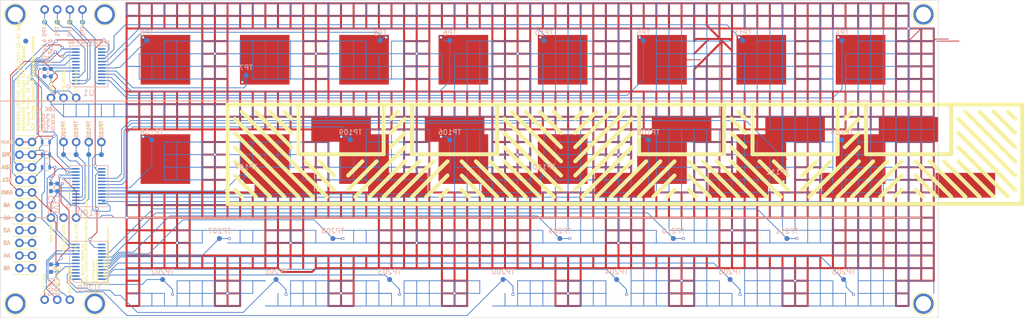
<source format=kicad_pcb>
(kicad_pcb (version 4) (host pcbnew 4.0.4-stable)
  (layers (0 F.Cu signal) (31 B.Cu signal) (34 B.Paste user) (35 F.Paste user) (36 B.SilkS user) (37 F.SilkS user hide) (38 B.Mask user) (39 F.Mask user) (44 Edge.Cuts user))
  (net 0 "")
  (net 1 GND)
  (net 2 +3V3)
  (net 3 /IRQ)
  (net 4 /SCL)
  (net 5 /SDA)
  (net 6 "Net-(A0-Pad1)")
  (net 7 "Net-(A1-Pad1)")
  (net 8 "Net-(A2-Pad1)")
  (net 9 "Net-(A3-Pad1)")
  (net 10 "Net-(A4-Pad1)")
  (net 11 "Net-(A5-Pad1)")
  (net 12 "Net-(CFG_CLK_U1-Pad1)")
  (net 13 "Net-(CFG_CLK_U100-Pad1)")
  (net 14 "Net-(CFG_CLK_U200-Pad1)")
  (net 15 "Net-(CFG_DAT_U1-Pad1)")
  (net 16 "Net-(CFG_DAT_U100-Pad1)")
  (net 17 "Net-(CFG_DAT_U200-Pad1)")
  (net 18 /CHIP_08)
  (net 19 /CHIP_07)
  (net 20 /CHIP_09)
  (net 21 /CHIP_06)
  (net 22 /CHIP_10)
  (net 23 /CHIP_05)
  (net 24 /CHIP_11)
  (net 25 /CHIP_04)
  (net 26 /CHIP_108)
  (net 27 /CHIP_107)
  (net 28 /CHIP_109)
  (net 29 /CHIP_106)
  (net 30 /CHIP_110)
  (net 31 /CHIP_105)
  (net 32 /CHIP_111)
  (net 33 /CHIP_104)
  (net 34 "Net-(PD0-Pad1)")
  (net 35 "Net-(PD1-Pad1)")
  (net 36 "Net-(PD2-Pad1)")
  (net 37 "Net-(PD3-Pad1)")
  (net 38 "Net-(PD100-Pad1)")
  (net 39 "Net-(PD101-Pad1)")
  (net 40 "Net-(PD102-Pad1)")
  (net 41 "Net-(PD103-Pad1)")
  (net 42 /CHIP_200)
  (net 43 /CHIP_201)
  (net 44 /CHIP_202)
  (net 45 /CHIP_203)
  (net 46 /CHIP_204)
  (net 47 /CHIP_205)
  (net 48 /CHIP_206)
  (net 49 /CHIP_207)
  (net 50 /CHIP_208)
  (net 51 /CHIP_209)
  (net 52 /CHIP_210)
  (net 53 /CHIP_211)
  (module Liberry:SOIC-24_0.635_1.5x5.2 (layer B.Cu) (at 20.32 -11.43 90)
    (fp_text reference U200 (at -5.3425 0 360) (layer B.SilkS) (effects (font (size 1.2 1.2)) (justify mirror)))
    (fp_text value CPT112S)
    (pad 24 smd rect (at -3.4925 2.6 90) (size 0.3 1.5) (layers B.Cu B.Paste B.Mask) (net 45 /CHIP_203))
    (pad 1 smd rect (at -3.4925 -2.6 90) (size 0.3 1.5) (layers B.Cu B.Paste B.Mask) (net 44 /CHIP_202))
    (pad 23 smd rect (at -2.8575 2.6 90) (size 0.3 1.5) (layers B.Cu B.Paste B.Mask) (net 46 /CHIP_204))
    (pad 2 smd rect (at -2.8575 -2.6 90) (size 0.3 1.5) (layers B.Cu B.Paste B.Mask) (net 43 /CHIP_201))
    (pad 22 smd rect (at -2.2225 2.6 90) (size 0.3 1.5) (layers B.Cu B.Paste B.Mask) (net 47 /CHIP_205))
    (pad 3 smd rect (at -2.2225 -2.6 90) (size 0.3 1.5) (layers B.Cu B.Paste B.Mask) (net 42 /CHIP_200))
    (pad 21 smd rect (at -1.5875 2.6 90) (size 0.3 1.5) (layers B.Cu B.Paste B.Mask) (net 48 /CHIP_206))
    (pad 4 smd rect (at -1.5875 -2.6 90) (size 0.3 1.5) (layers B.Cu B.Paste B.Mask))
    (pad 20 smd rect (at -0.9525 2.6 90) (size 0.3 1.5) (layers B.Cu B.Paste B.Mask) (net 49 /CHIP_207))
    (pad 5 smd rect (at -0.9525 -2.6 90) (size 0.3 1.5) (layers B.Cu B.Paste B.Mask) (net 1 GND))
    (pad 19 smd rect (at -0.3175 2.6 90) (size 0.3 1.5) (layers B.Cu B.Paste B.Mask) (net 50 /CHIP_208))
    (pad 6 smd rect (at -0.3175 -2.6 90) (size 0.3 1.5) (layers B.Cu B.Paste B.Mask) (net 2 +3V3))
    (pad 18 smd rect (at 0.3175 2.6 90) (size 0.3 1.5) (layers B.Cu B.Paste B.Mask) (net 51 /CHIP_209))
    (pad 7 smd rect (at 0.3175 -2.6 90) (size 0.3 1.5) (layers B.Cu B.Paste B.Mask))
    (pad 17 smd rect (at 0.9525 2.6 90) (size 0.3 1.5) (layers B.Cu B.Paste B.Mask) (net 52 /CHIP_210))
    (pad 8 smd rect (at 0.9525 -2.6 90) (size 0.3 1.5) (layers B.Cu B.Paste B.Mask))
    (pad 16 smd rect (at 1.5875 2.6 90) (size 0.3 1.5) (layers B.Cu B.Paste B.Mask) (net 53 /CHIP_211))
    (pad 9 smd rect (at 1.5875 -2.6 90) (size 0.3 1.5) (layers B.Cu B.Paste B.Mask) (net 14 "Net-(CFG_CLK_U200-Pad1)"))
    (pad 15 smd rect (at 2.2225 2.6 90) (size 0.3 1.5) (layers B.Cu B.Paste B.Mask))
    (pad 10 smd rect (at 2.2225 -2.6 90) (size 0.3 1.5) (layers B.Cu B.Paste B.Mask) (net 17 "Net-(CFG_DAT_U200-Pad1)"))
    (pad 14 smd rect (at 2.8575 2.6 90) (size 0.3 1.5) (layers B.Cu B.Paste B.Mask) (net 5 /SDA))
    (pad 11 smd rect (at 2.8575 -2.6 90) (size 0.3 1.5) (layers B.Cu B.Paste B.Mask) (net 3 /IRQ))
    (pad 13 smd rect (at 3.4925 2.6 90) (size 0.3 1.5) (layers B.Cu B.Paste B.Mask))
    (pad 12 smd rect (at 3.4925 -2.6 90) (size 0.3 1.5) (layers B.Cu B.Paste B.Mask) (net 4 /SCL))
  )
  (module Connect:1pin (layer F.Cu) (at 21.54 -3)
    (fp_text reference REF** hide)
    (fp_text value 1pin)
    (pad 1 thru_hole circle (at 0 0) (size 4.064 4.064) (drill 3.048) (layers *.Cu *.Mask))
  )
  (module Connect:1pin (layer F.Cu) (at 23.54 -61.25)
    (fp_text reference REF** hide)
    (fp_text value 1pin)
    (pad 1 thru_hole circle (at 0 0) (size 4.064 4.064) (drill 3.048) (layers *.Cu *.Mask))
  )
  (module Connect:1pin (layer F.Cu) (at 188.42 -3)
    (fp_text reference REF** hide)
    (fp_text value 1pin)
    (pad 1 thru_hole circle (at 0 0) (size 4.064 4.064) (drill 3.048) (layers *.Cu *.Mask))
  )
  (module Connect:1pin (layer F.Cu) (at 188.42 -61.25)
    (fp_text reference REF** hide)
    (fp_text value 1pin)
    (pad 1 thru_hole circle (at 0 0) (size 4.064 4.064) (drill 3.048) (layers *.Cu *.Mask))
  )
  (module Connect:1pin (layer F.Cu) (at 5.54 -61.25)
    (fp_text reference REF** hide)
    (fp_text value 1pin)
    (pad 1 thru_hole circle (at 0 0) (size 4.064 4.064) (drill 3.048) (layers *.Cu *.Mask))
  )
  (module Liberry:TOUCH_PAD_10CM (layer F.Cu) (at 35.76 -52.125)
    (fp_text reference PAD0 hide)
    (fp_text value TOUCHPAD_10CM)
    (pad 1 smd rect (at 0 0) (size 10 10) (layers F.Cu) (net 18 /CHIP_08))
  )
  (module Liberry:TOUCH_PAD_10CM (layer F.Cu) (at 55.76 -52.125)
    (fp_text reference PAD1 hide)
    (fp_text value TOUCHPAD_10CM)
    (pad 1 smd rect (at 0 0) (size 10 10) (layers F.Cu) (net 19 /CHIP_07))
  )
  (module Liberry:TOUCH_PAD_10CM (layer F.Cu) (at 75.76 -52.125)
    (fp_text reference PAD2 hide)
    (fp_text value TOUCHPAD_10CM)
    (pad 1 smd rect (at 0 0) (size 10 10) (layers F.Cu) (net 20 /CHIP_09))
  )
  (module Liberry:TOUCH_PAD_10CM (layer F.Cu) (at 95.76 -52.125)
    (fp_text reference PAD3 hide)
    (fp_text value TOUCHPAD_10CM)
    (pad 1 smd rect (at 0 0) (size 10 10) (layers F.Cu) (net 21 /CHIP_06))
  )
  (module Liberry:TOUCH_PAD_10CM (layer F.Cu) (at 115.76 -52.125)
    (fp_text reference PAD4 hide)
    (fp_text value TOUCHPAD_10CM)
    (pad 1 smd rect (at 0 0) (size 10 10) (layers F.Cu) (net 22 /CHIP_10))
  )
  (module Liberry:TOUCH_PAD_10CM (layer F.Cu) (at 135.76 -52.125)
    (fp_text reference PAD5 hide)
    (fp_text value TOUCHPAD_10CM)
    (pad 1 smd rect (at 0 0) (size 10 10) (layers F.Cu) (net 23 /CHIP_05))
  )
  (module Liberry:TOUCH_PAD_10CM (layer F.Cu) (at 155.76 -52.125)
    (fp_text reference PAD6 hide)
    (fp_text value TOUCHPAD_10CM)
    (pad 1 smd rect (at 0 0) (size 10 10) (layers F.Cu) (net 24 /CHIP_11))
  )
  (module Liberry:TOUCH_PAD_10CM (layer F.Cu) (at 175.76 -52.125)
    (fp_text reference PAD7 hide)
    (fp_text value TOUCHPAD_10CM)
    (pad 1 smd rect (at 0 0) (size 10 10) (layers F.Cu) (net 25 /CHIP_04))
  )
  (module Liberry:TOUCH_PAD_10CM (layer F.Cu) (at 35.76 -32.125)
    (fp_text reference PAD100 hide)
    (fp_text value TOUCHPAD_10CM)
    (pad 1 smd rect (at 0 0) (size 10 10) (layers F.Cu) (net 26 /CHIP_108))
  )
  (module Liberry:TOUCH_PAD_10CM (layer F.Cu) (at 55.76 -32.125)
    (fp_text reference PAD101 hide)
    (fp_text value TOUCHPAD_10CM)
    (pad 1 smd rect (at 0 0) (size 10 10) (layers F.Cu) (net 27 /CHIP_107))
  )
  (module Liberry:TOUCH_PAD_10CM (layer F.Cu) (at 75.76 -32.125)
    (fp_text reference PAD102 hide)
    (fp_text value TOUCHPAD_10CM)
    (pad 1 smd rect (at 0 0) (size 10 10) (layers F.Cu) (net 28 /CHIP_109))
  )
  (module Liberry:TOUCH_PAD_10CM (layer F.Cu) (at 95.76 -32.125)
    (fp_text reference PAD103 hide)
    (fp_text value TOUCHPAD_10CM)
    (pad 1 smd rect (at 0 0) (size 10 10) (layers F.Cu) (net 29 /CHIP_106))
  )
  (module Liberry:TOUCH_PAD_10CM (layer F.Cu) (at 115.76 -32.125)
    (fp_text reference PAD104 hide)
    (fp_text value TOUCHPAD_10CM)
    (pad 1 smd rect (at 0 0) (size 10 10) (layers F.Cu) (net 30 /CHIP_110))
  )
  (module Liberry:TOUCH_PAD_10CM (layer F.Cu) (at 135.76 -32.125)
    (fp_text reference PAD105 hide)
    (fp_text value TOUCHPAD_10CM)
    (pad 1 smd rect (at 0 0) (size 10 10) (layers F.Cu) (net 31 /CHIP_105))
  )
  (module Liberry:TOUCH_PAD_10CM (layer F.Cu) (at 155.76 -32.125)
    (fp_text reference PAD106 hide)
    (fp_text value TOUCHPAD_10CM)
    (pad 1 smd rect (at 0 0) (size 10 10) (layers F.Cu) (net 32 /CHIP_111))
  )
  (module Liberry:TOUCH_PAD_10CM (layer F.Cu) (at 175.76 -32.125)
    (fp_text reference PAD107 hide)
    (fp_text value TOUCHPAD_10CM)
    (pad 1 smd rect (at 0 0) (size 10 10) (layers F.Cu) (net 33 /CHIP_104))
  )
  (module Connect:1pin (layer F.Cu) (at 5.54 -3)
    (fp_text reference REF** hide)
    (fp_text value 1pin)
    (pad 1 thru_hole circle (at 0 0) (size 4.064 4.064) (drill 3.048) (layers *.Cu *.Mask))
  )
  (module Fiducials:Fiducial_1mm_Dia_2.54mm_Outer_CopperBottom (layer F.Cu) (at 7.62 -55.88)
    (fp_text reference REF** hide)
    (fp_text value Fiducial_1mm_Dia_2.54mm_Outer_CopperBottom)
    (pad ~ smd circle (at 0 0) (size 1 1) (layers B.Cu B.Mask) (clearance 0.77))
  )
  (module Liberry:TH_0.1_1x2_Jumper (layer F.Cu) (at 6.35 -35.56)
    (fp_text reference +3.3V0 (at -2.54 0) (layer F.SilkS) (effects (font (size 0.5 0.5) (thickness 0.125))))
    (fp_text value CONN_01X01)
    (pad 1 thru_hole circle (at 0 0) (size 1.7272 1.7272) (drill 1.016) (layers *.Cu *.Mask) (net 2 +3V3))
    (pad 1 thru_hole circle (at 2.54 0) (size 1.7272 1.7272) (drill 1.016) (layers *.Cu *.Mask) (net 2 +3V3))
  )
  (module Liberry:TH_0.1_1x2_Jumper (layer F.Cu) (at 6.35 -25.4)
    (fp_text reference GND0 (at -2.54 0) (layer F.SilkS) (effects (font (size 0.5 0.5) (thickness 0.125))))
    (fp_text value CONN_01X01)
    (pad 1 thru_hole circle (at 0 0) (size 1.7272 1.7272) (drill 1.016) (layers *.Cu *.Mask) (net 1 GND))
    (pad 1 thru_hole circle (at 2.54 0) (size 1.7272 1.7272) (drill 1.016) (layers *.Cu *.Mask) (net 1 GND))
  )
  (module Liberry:TH_0.1_1x2_Jumper (layer F.Cu) (at 6.35 -33.02)
    (fp_text reference IRQ0 (at -2.54 0) (layer F.SilkS) (effects (font (size 0.5 0.5) (thickness 0.125))))
    (fp_text value CONN_01X01)
    (pad 1 thru_hole circle (at 0 0) (size 1.7272 1.7272) (drill 1.016) (layers *.Cu *.Mask) (net 3 /IRQ))
    (pad 1 thru_hole circle (at 2.54 0) (size 1.7272 1.7272) (drill 1.016) (layers *.Cu *.Mask) (net 3 /IRQ))
  )
  (module Liberry:TESTPAD (layer B.Cu) (at 32 -56)
    (fp_text reference TP8 (at 0 -1.524) (layer B.SilkS) (effects (justify mirror)))
    (fp_text value CONN_01X01)
    (pad 1 smd circle (at 0 0 90) (size 1 1) (layers B.Cu B.Paste B.Mask) (net 18 /CHIP_08))
  )
  (module Liberry:TESTPAD (layer B.Cu) (at 52 -49)
    (fp_text reference TP7 (at 0 -1.524) (layer B.SilkS) (effects (justify mirror)))
    (fp_text value CONN_01X01)
    (pad 1 smd circle (at 0 0 90) (size 1 1) (layers B.Cu B.Paste B.Mask) (net 19 /CHIP_07))
  )
  (module Liberry:TESTPAD (layer B.Cu) (at 79 -56)
    (fp_text reference TP9 (at 0 -1.524) (layer B.SilkS) (effects (justify mirror)))
    (fp_text value CONN_01X01)
    (pad 1 smd circle (at 0 0 90) (size 1 1) (layers B.Cu B.Paste B.Mask) (net 20 /CHIP_09))
  )
  (module Liberry:TESTPAD (layer B.Cu) (at 93 -56)
    (fp_text reference TP6 (at 0 -1.524) (layer B.SilkS) (effects (justify mirror)))
    (fp_text value CONN_01X01)
    (pad 1 smd circle (at 0 0 90) (size 1 1) (layers B.Cu B.Paste B.Mask) (net 21 /CHIP_06))
  )
  (module Liberry:TESTPAD (layer B.Cu) (at 112 -56)
    (fp_text reference TP10 (at 0 -1.524) (layer B.SilkS) (effects (justify mirror)))
    (fp_text value CONN_01X01)
    (pad 1 smd circle (at 0 0 90) (size 1 1) (layers B.Cu B.Paste B.Mask) (net 22 /CHIP_10))
  )
  (module Liberry:TESTPAD (layer B.Cu) (at 132 -56)
    (fp_text reference TP5 (at 0 -1.524) (layer B.SilkS) (effects (justify mirror)))
    (fp_text value CONN_01X01)
    (pad 1 smd circle (at 0 0 90) (size 1 1) (layers B.Cu B.Paste B.Mask) (net 23 /CHIP_05))
  )
  (module Liberry:TESTPAD (layer B.Cu) (at 152 -56)
    (fp_text reference TP11 (at 0 -1.524) (layer B.SilkS) (effects (justify mirror)))
    (fp_text value CONN_01X01)
    (pad 1 smd circle (at 0 0 90) (size 1 1) (layers B.Cu B.Paste B.Mask) (net 24 /CHIP_11))
  )
  (module Liberry:TESTPAD (layer B.Cu) (at 172 -56)
    (fp_text reference TP4 (at 0 -1.524) (layer B.SilkS) (effects (justify mirror)))
    (fp_text value CONN_01X01)
    (pad 1 smd circle (at 0 0 90) (size 1 1) (layers B.Cu B.Paste B.Mask) (net 25 /CHIP_04))
  )
  (module Liberry:TESTPAD (layer B.Cu) (at 11.43 -59.69 180)
    (fp_text reference TP0 (at 0 -1.905 270) (layer B.SilkS) (effects (font (size 0.75 0.75)) (justify mirror)))
    (fp_text value CONN_01X01)
    (pad 1 smd circle (at 0 0 270) (size 1 1) (layers B.Cu B.Paste B.Mask) (net 34 "Net-(PD0-Pad1)"))
  )
  (module Liberry:TESTPAD (layer B.Cu) (at 13.97 -59.69 180)
    (fp_text reference TP1 (at 0 -1.905 270) (layer B.SilkS) (effects (font (size 0.75 0.75)) (justify mirror)))
    (fp_text value CONN_01X01)
    (pad 1 smd circle (at 0 0 270) (size 1 1) (layers B.Cu B.Paste B.Mask) (net 35 "Net-(PD1-Pad1)"))
  )
  (module Liberry:TESTPAD (layer B.Cu) (at 16.51 -59.69 180)
    (fp_text reference TP2 (at 0 -1.905 270) (layer B.SilkS) (effects (font (size 0.75 0.75)) (justify mirror)))
    (fp_text value CONN_01X01)
    (pad 1 smd circle (at 0 0 270) (size 1 1) (layers B.Cu B.Paste B.Mask) (net 36 "Net-(PD2-Pad1)"))
  )
  (module Liberry:TESTPAD (layer B.Cu) (at 19.05 -59.69 180)
    (fp_text reference TP3 (at 0 -1.905 270) (layer B.SilkS) (effects (font (size 0.75 0.75)) (justify mirror)))
    (fp_text value CONN_01X01)
    (pad 1 smd circle (at 0 0 270) (size 1 1) (layers B.Cu B.Paste B.Mask) (net 37 "Net-(PD3-Pad1)"))
  )
  (module Liberry:TESTPAD (layer B.Cu) (at 33 -36)
    (fp_text reference TP108 (at 0 -1.524) (layer B.SilkS) (effects (justify mirror)))
    (fp_text value CONN_01X01)
    (pad 1 smd circle (at 0 0 90) (size 1 1) (layers B.Cu B.Paste B.Mask) (net 26 /CHIP_108))
  )
  (module Liberry:TESTPAD (layer B.Cu) (at 52 -29)
    (fp_text reference TP107 (at 0 -1.524) (layer B.SilkS) (effects (justify mirror)))
    (fp_text value CONN_01X01)
    (pad 1 smd circle (at 0 0 90) (size 1 1) (layers B.Cu B.Paste B.Mask) (net 27 /CHIP_107))
  )
  (module Liberry:TESTPAD (layer B.Cu) (at 73 -36)
    (fp_text reference TP109 (at 0 -1.524) (layer B.SilkS) (effects (justify mirror)))
    (fp_text value CONN_01X01)
    (pad 1 smd circle (at 0 0 90) (size 1 1) (layers B.Cu B.Paste B.Mask) (net 28 /CHIP_109))
  )
  (module Liberry:TESTPAD (layer B.Cu) (at 93 -36)
    (fp_text reference TP106 (at 0 -1.524) (layer B.SilkS) (effects (justify mirror)))
    (fp_text value CONN_01X01)
    (pad 1 smd circle (at 0 0 90) (size 1 1) (layers B.Cu B.Paste B.Mask) (net 29 /CHIP_106))
  )
  (module Liberry:TESTPAD (layer B.Cu) (at 112 -29)
    (fp_text reference TP110 (at 0 -1.524) (layer B.SilkS) (effects (justify mirror)))
    (fp_text value CONN_01X01)
    (pad 1 smd circle (at 0 0 90) (size 1 1) (layers B.Cu B.Paste B.Mask) (net 30 /CHIP_110))
  )
  (module Liberry:TESTPAD (layer B.Cu) (at 133 -36)
    (fp_text reference TP105 (at 0 -1.524) (layer B.SilkS) (effects (justify mirror)))
    (fp_text value CONN_01X01)
    (pad 1 smd circle (at 0 0 90) (size 1 1) (layers B.Cu B.Paste B.Mask) (net 31 /CHIP_105))
  )
  (module Liberry:TESTPAD (layer B.Cu) (at 159 -28)
    (fp_text reference TP111 (at 0 -1.524) (layer B.SilkS) (effects (justify mirror)))
    (fp_text value CONN_01X01)
    (pad 1 smd circle (at 0 0 90) (size 1 1) (layers B.Cu B.Paste B.Mask) (net 32 /CHIP_111))
  )
  (module Liberry:TESTPAD (layer B.Cu) (at 172 -36)
    (fp_text reference TP104 (at 0 -1.524) (layer B.SilkS) (effects (justify mirror)))
    (fp_text value CONN_01X01)
    (pad 1 smd circle (at 0 0 90) (size 1 1) (layers B.Cu B.Paste B.Mask) (net 33 /CHIP_104))
  )
  (module Liberry:TESTPAD (layer B.Cu) (at 15.24 -33.02)
    (fp_text reference TP100 (at 0 -5.08 90) (layer B.SilkS) (effects (font (size 0.75 0.75)) (justify mirror)))
    (fp_text value CONN_01X01)
    (pad 1 smd circle (at 0 0 90) (size 1 1) (layers B.Cu B.Paste B.Mask) (net 38 "Net-(PD100-Pad1)"))
  )
  (module Liberry:TESTPAD (layer B.Cu) (at 17.78 -33.02)
    (fp_text reference TP101 (at 0 -5.08 90) (layer B.SilkS) (effects (font (size 0.75 0.75)) (justify mirror)))
    (fp_text value CONN_01X01)
    (pad 1 smd circle (at 0 0 90) (size 1 1) (layers B.Cu B.Paste B.Mask) (net 39 "Net-(PD101-Pad1)"))
  )
  (module Liberry:TESTPAD (layer B.Cu) (at 20.32 -33.02)
    (fp_text reference TP102 (at 0 -5.08 90) (layer B.SilkS) (effects (font (size 0.75 0.75)) (justify mirror)))
    (fp_text value CONN_01X01)
    (pad 1 smd circle (at 0 0 90) (size 1 1) (layers B.Cu B.Paste B.Mask) (net 40 "Net-(PD102-Pad1)"))
  )
  (module Liberry:TESTPAD (layer B.Cu) (at 22.86 -33.02)
    (fp_text reference TP103 (at 0 -5.08 90) (layer B.SilkS) (effects (font (size 0.75 0.75)) (justify mirror)))
    (fp_text value CONN_01X01)
    (pad 1 smd circle (at 0 0 90) (size 1 1) (layers B.Cu B.Paste B.Mask) (net 41 "Net-(PD103-Pad1)"))
  )
  (module Liberry:TESTPAD (layer B.Cu) (at 35.1886 -7.875)
    (fp_text reference TP202 (at 0 -1.524) (layer B.SilkS) (effects (justify mirror)))
    (fp_text value CONN_01X01)
    (pad 1 smd circle (at 0 0 90) (size 1 1) (layers B.Cu B.Paste B.Mask) (net 44 /CHIP_202))
  )
  (module Liberry:TESTPAD (layer B.Cu) (at 46.6171 -16.125)
    (fp_text reference TP207 (at 0 -1.524) (layer B.SilkS) (effects (justify mirror)))
    (fp_text value CONN_01X01)
    (pad 1 smd circle (at 0 0 90) (size 1 1) (layers B.Cu B.Paste B.Mask) (net 49 /CHIP_207))
  )
  (module Liberry:TESTPAD (layer B.Cu) (at 58.0458 -7.875)
    (fp_text reference TP201 (at 0 -1.524) (layer B.SilkS) (effects (justify mirror)))
    (fp_text value CONN_01X01)
    (pad 1 smd circle (at 0 0 90) (size 1 1) (layers B.Cu B.Paste B.Mask) (net 43 /CHIP_201))
  )
  (module Liberry:TESTPAD (layer B.Cu) (at 69.4744 -16.125)
    (fp_text reference TP208 (at 0 -1.524) (layer B.SilkS) (effects (justify mirror)))
    (fp_text value CONN_01X01)
    (pad 1 smd circle (at 0 0 90) (size 1 1) (layers B.Cu B.Paste B.Mask) (net 50 /CHIP_208))
  )
  (module Liberry:TESTPAD (layer B.Cu) (at 80.903 -7.875)
    (fp_text reference TP203 (at 0 -1.524) (layer B.SilkS) (effects (justify mirror)))
    (fp_text value CONN_01X01)
    (pad 1 smd circle (at 0 0 90) (size 1 1) (layers B.Cu B.Paste B.Mask) (net 45 /CHIP_203))
  )
  (module Liberry:TESTPAD (layer B.Cu) (at 103.7602 -7.875)
    (fp_text reference TP200 (at 0 -1.524) (layer B.SilkS) (effects (justify mirror)))
    (fp_text value CONN_01X01)
    (pad 1 smd circle (at 0 0 90) (size 1 1) (layers B.Cu B.Paste B.Mask) (net 42 /CHIP_200))
  )
  (module Liberry:TESTPAD (layer B.Cu) (at 115.1888 -16.125)
    (fp_text reference TP209 (at 0 -1.524) (layer B.SilkS) (effects (justify mirror)))
    (fp_text value CONN_01X01)
    (pad 1 smd circle (at 0 0 90) (size 1 1) (layers B.Cu B.Paste B.Mask) (net 51 /CHIP_209))
  )
  (module Liberry:TESTPAD (layer B.Cu) (at 126.6174 -7.875)
    (fp_text reference TP204 (at 0 -1.524) (layer B.SilkS) (effects (justify mirror)))
    (fp_text value CONN_01X01)
    (pad 1 smd circle (at 0 0 90) (size 1 1) (layers B.Cu B.Paste B.Mask) (net 46 /CHIP_204))
  )
  (module Liberry:TESTPAD (layer B.Cu) (at 138.046 -16.125)
    (fp_text reference TP210 (at 0 -1.524) (layer B.SilkS) (effects (justify mirror)))
    (fp_text value CONN_01X01)
    (pad 1 smd circle (at 0 0 90) (size 1 1) (layers B.Cu B.Paste B.Mask) (net 52 /CHIP_210))
  )
  (module Liberry:TESTPAD (layer B.Cu) (at 149.4746 -7.875)
    (fp_text reference TP205 (at 0 -1.524) (layer B.SilkS) (effects (justify mirror)))
    (fp_text value CONN_01X01)
    (pad 1 smd circle (at 0 0 90) (size 1 1) (layers B.Cu B.Paste B.Mask) (net 47 /CHIP_205))
  )
  (module Liberry:TESTPAD (layer B.Cu) (at 160.9032 -16.125)
    (fp_text reference TP211 (at 0 -1.524) (layer B.SilkS) (effects (justify mirror)))
    (fp_text value CONN_01X01)
    (pad 1 smd circle (at 0 0 90) (size 1 1) (layers B.Cu B.Paste B.Mask) (net 53 /CHIP_211))
  )
  (module Liberry:TESTPAD (layer B.Cu) (at 172.3318 -7.875)
    (fp_text reference TP206 (at 0 -1.524) (layer B.SilkS) (effects (justify mirror)))
    (fp_text value CONN_01X01)
    (pad 1 smd circle (at 0 0 90) (size 1 1) (layers B.Cu B.Paste B.Mask) (net 48 /CHIP_206))
  )
  (module Liberry:TH_0.1_1x2_Jumper (layer F.Cu) (at 6.35 -27.94)
    (fp_text reference SCL0 (at -2.54 0) (layer F.SilkS) (effects (font (size 0.5 0.5) (thickness 0.125))))
    (fp_text value CONN_01X01)
    (pad 1 thru_hole circle (at 0 0) (size 1.7272 1.7272) (drill 1.016) (layers *.Cu *.Mask) (net 4 /SCL))
    (pad 1 thru_hole circle (at 2.54 0) (size 1.7272 1.7272) (drill 1.016) (layers *.Cu *.Mask) (net 4 /SCL))
  )
  (module Liberry:TH_0.1_1x2_Jumper (layer F.Cu) (at 6.35 -30.48)
    (fp_text reference SDA0 (at -2.54 0) (layer F.SilkS) (effects (font (size 0.5 0.5) (thickness 0.125))))
    (fp_text value CONN_01X01)
    (pad 1 thru_hole circle (at 0 0) (size 1.7272 1.7272) (drill 1.016) (layers *.Cu *.Mask) (net 5 /SDA))
    (pad 1 thru_hole circle (at 2.54 0) (size 1.7272 1.7272) (drill 1.016) (layers *.Cu *.Mask) (net 5 /SDA))
  )
  (module Liberry:TH_0.1_1x2_Jumper (layer F.Cu) (at 6.35 -22.86)
    (fp_text reference A0 (at -2.54 0) (layer F.SilkS) (effects (font (size 0.5 0.5) (thickness 0.125))))
    (fp_text value CONN_01X01)
    (pad 1 thru_hole circle (at 0 0) (size 1.7272 1.7272) (drill 1.016) (layers *.Cu *.Mask) (net 6 "Net-(A0-Pad1)"))
    (pad 1 thru_hole circle (at 2.54 0) (size 1.7272 1.7272) (drill 1.016) (layers *.Cu *.Mask) (net 6 "Net-(A0-Pad1)"))
  )
  (module Liberry:TH_0.1_1x2_Jumper (layer F.Cu) (at 6.35 -20.32)
    (fp_text reference A1 (at -2.54 0) (layer F.SilkS) (effects (font (size 0.5 0.5) (thickness 0.125))))
    (fp_text value CONN_01X01)
    (pad 1 thru_hole circle (at 0 0) (size 1.7272 1.7272) (drill 1.016) (layers *.Cu *.Mask) (net 7 "Net-(A1-Pad1)"))
    (pad 1 thru_hole circle (at 2.54 0) (size 1.7272 1.7272) (drill 1.016) (layers *.Cu *.Mask) (net 7 "Net-(A1-Pad1)"))
  )
  (module Liberry:TH_0.1_1x2_Jumper (layer F.Cu) (at 6.35 -17.78)
    (fp_text reference A2 (at -2.54 0) (layer F.SilkS) (effects (font (size 0.5 0.5) (thickness 0.125))))
    (fp_text value CONN_01X01)
    (pad 1 thru_hole circle (at 0 0) (size 1.7272 1.7272) (drill 1.016) (layers *.Cu *.Mask) (net 8 "Net-(A2-Pad1)"))
    (pad 1 thru_hole circle (at 2.54 0) (size 1.7272 1.7272) (drill 1.016) (layers *.Cu *.Mask) (net 8 "Net-(A2-Pad1)"))
  )
  (module Liberry:TH_0.1_1x2_Jumper (layer F.Cu) (at 6.35 -15.24)
    (fp_text reference A3 (at -2.54 0) (layer F.SilkS) (effects (font (size 0.5 0.5) (thickness 0.125))))
    (fp_text value CONN_01X01)
    (pad 1 thru_hole circle (at 0 0) (size 1.7272 1.7272) (drill 1.016) (layers *.Cu *.Mask) (net 9 "Net-(A3-Pad1)"))
    (pad 1 thru_hole circle (at 2.54 0) (size 1.7272 1.7272) (drill 1.016) (layers *.Cu *.Mask) (net 9 "Net-(A3-Pad1)"))
  )
  (module Liberry:TH_0.1_1x2_Jumper (layer F.Cu) (at 6.35 -12.7)
    (fp_text reference A4 (at -2.54 0) (layer F.SilkS) (effects (font (size 0.5 0.5) (thickness 0.125))))
    (fp_text value CONN_01X01)
    (pad 1 thru_hole circle (at 0 0) (size 1.7272 1.7272) (drill 1.016) (layers *.Cu *.Mask) (net 10 "Net-(A4-Pad1)"))
    (pad 1 thru_hole circle (at 2.54 0) (size 1.7272 1.7272) (drill 1.016) (layers *.Cu *.Mask) (net 10 "Net-(A4-Pad1)"))
  )
  (module Liberry:TH_0.1_1x2_Jumper (layer F.Cu) (at 6.35 -10.16)
    (fp_text reference A5 (at -2.54 0) (layer F.SilkS) (effects (font (size 0.5 0.5) (thickness 0.125))))
    (fp_text value CONN_01X01)
    (pad 1 thru_hole circle (at 0 0) (size 1.7272 1.7272) (drill 1.016) (layers *.Cu *.Mask) (net 11 "Net-(A5-Pad1)"))
    (pad 1 thru_hole circle (at 2.54 0) (size 1.7272 1.7272) (drill 1.016) (layers *.Cu *.Mask) (net 11 "Net-(A5-Pad1)"))
  )
  (module Liberry:single_0.1 (layer F.Cu) (at 11.43 -62.23 90)
    (fp_text reference PD0 (at -2.54 0 90) (layer F.SilkS) (effects (font (size 0.5 0.5) (thickness 0.125))))
    (fp_text value CONN_01X01)
    (pad 1 thru_hole circle (at 0 0 90) (size 1.7272 1.7272) (drill 1.016) (layers *.Cu *.Mask) (net 34 "Net-(PD0-Pad1)"))
  )
  (module Liberry:single_0.1 (layer F.Cu) (at 13.97 -62.23 90)
    (fp_text reference PD1 (at -2.54 0 90) (layer F.SilkS) (effects (font (size 0.5 0.5) (thickness 0.125))))
    (fp_text value CONN_01X01)
    (pad 1 thru_hole circle (at 0 0 90) (size 1.7272 1.7272) (drill 1.016) (layers *.Cu *.Mask) (net 35 "Net-(PD1-Pad1)"))
  )
  (module Liberry:single_0.1 (layer F.Cu) (at 16.51 -62.23 90)
    (fp_text reference PD2 (at -2.54 0 90) (layer F.SilkS) (effects (font (size 0.5 0.5) (thickness 0.125))))
    (fp_text value CONN_01X01)
    (pad 1 thru_hole circle (at 0 0 90) (size 1.7272 1.7272) (drill 1.016) (layers *.Cu *.Mask) (net 36 "Net-(PD2-Pad1)"))
  )
  (module Liberry:single_0.1 (layer F.Cu) (at 19.05 -62.23 90)
    (fp_text reference PD3 (at -2.54 0 90) (layer F.SilkS) (effects (font (size 0.5 0.5) (thickness 0.125))))
    (fp_text value CONN_01X01)
    (pad 1 thru_hole circle (at 0 0 90) (size 1.7272 1.7272) (drill 1.016) (layers *.Cu *.Mask) (net 37 "Net-(PD3-Pad1)"))
  )
  (module Liberry:single_0.1 (layer F.Cu) (at 15.24 -35.56 90)
    (fp_text reference PD100 (at 2.54 0 90) (layer F.SilkS) (effects (font (size 0.5 0.5) (thickness 0.125))))
    (fp_text value CONN_01X01)
    (pad 1 thru_hole circle (at 0 0 90) (size 1.7272 1.7272) (drill 1.016) (layers *.Cu *.Mask) (net 38 "Net-(PD100-Pad1)"))
  )
  (module Liberry:single_0.1 (layer F.Cu) (at 17.78 -35.56 90)
    (fp_text reference PD101 (at 2.54 0 90) (layer F.SilkS) (effects (font (size 0.5 0.5) (thickness 0.125))))
    (fp_text value CONN_01X01)
    (pad 1 thru_hole circle (at 0 0 90) (size 1.7272 1.7272) (drill 1.016) (layers *.Cu *.Mask) (net 39 "Net-(PD101-Pad1)"))
  )
  (module Liberry:single_0.1 (layer F.Cu) (at 20.32 -35.56 90)
    (fp_text reference PD102 (at 2.54 0 90) (layer F.SilkS) (effects (font (size 0.5 0.5) (thickness 0.125))))
    (fp_text value CONN_01X01)
    (pad 1 thru_hole circle (at 0 0 90) (size 1.7272 1.7272) (drill 1.016) (layers *.Cu *.Mask) (net 40 "Net-(PD102-Pad1)"))
  )
  (module Liberry:single_0.1 (layer F.Cu) (at 22.86 -35.56 90)
    (fp_text reference PD103 (at 2.54 0 90) (layer F.SilkS) (effects (font (size 0.5 0.5) (thickness 0.125))))
    (fp_text value CONN_01X01)
    (pad 1 thru_hole circle (at 0 0 90) (size 1.7272 1.7272) (drill 1.016) (layers *.Cu *.Mask) (net 41 "Net-(PD103-Pad1)"))
  )
  (module Capacitors_SMD:C_0603 (layer B.Cu) (at 12.7 -49.53 270)
    (fp_text reference C1 (at -2.54 0 270) (layer B.SilkS) (effects (justify mirror)))
    (fp_text value 0.1uf)
    (pad 1 smd rect (at -0.75 0 270) (size 0.8 0.75) (layers B.Cu B.Paste B.Mask) (net 2 +3V3))
    (pad 2 smd rect (at 0.75 0 270) (size 0.8 0.75) (layers B.Cu B.Paste B.Mask) (net 1 GND))
  )
  (module Capacitors_SMD:C_0603 (layer B.Cu) (at 11.43 -49.53 270)
    (fp_text reference C2 (at -2.54 0 270) (layer B.SilkS) (effects (justify mirror)))
    (fp_text value "4.7 uF")
    (pad 1 smd rect (at -0.75 0 270) (size 0.8 0.75) (layers B.Cu B.Paste B.Mask) (net 2 +3V3))
    (pad 2 smd rect (at 0.75 0 270) (size 0.8 0.75) (layers B.Cu B.Paste B.Mask) (net 1 GND))
  )
  (module Capacitors_SMD:C_0603 (layer B.Cu) (at 13.97 -26.416 270)
    (fp_text reference C101 (at 3.556 0 270) (layer B.SilkS) (effects (justify mirror)))
    (fp_text value 0.1uf)
    (pad 1 smd rect (at -0.75 0 270) (size 0.8 0.75) (layers B.Cu B.Paste B.Mask) (net 2 +3V3))
    (pad 2 smd rect (at 0.75 0 270) (size 0.8 0.75) (layers B.Cu B.Paste B.Mask) (net 1 GND))
  )
  (module Capacitors_SMD:C_0603 (layer B.Cu) (at 12.7 -26.416 270)
    (fp_text reference C102 (at 3.556 0 270) (layer B.SilkS) (effects (justify mirror)))
    (fp_text value "4.7 uF")
    (pad 1 smd rect (at -0.75 0 270) (size 0.8 0.75) (layers B.Cu B.Paste B.Mask) (net 2 +3V3))
    (pad 2 smd rect (at 0.75 0 270) (size 0.8 0.75) (layers B.Cu B.Paste B.Mask) (net 1 GND))
  )
  (module Capacitors_SMD:C_0603 (layer B.Cu) (at 13.97 -10.16 270)
    (fp_text reference C201 (at 3.81 0 450) (layer B.SilkS) (effects (justify mirror)))
    (fp_text value 0.1uf)
    (pad 1 smd rect (at -0.75 0 270) (size 0.8 0.75) (layers B.Cu B.Paste B.Mask) (net 2 +3V3))
    (pad 2 smd rect (at 0.75 0 270) (size 0.8 0.75) (layers B.Cu B.Paste B.Mask) (net 1 GND))
  )
  (module Capacitors_SMD:C_0603 (layer B.Cu) (at 12.7 -10.16 270)
    (fp_text reference C202 (at 3.81 0 270) (layer B.SilkS) (effects (justify mirror)))
    (fp_text value "4.7 uF")
    (pad 1 smd rect (at -0.75 0 270) (size 0.8 0.75) (layers B.Cu B.Paste B.Mask) (net 2 +3V3))
    (pad 2 smd rect (at 0.75 0 270) (size 0.8 0.75) (layers B.Cu B.Paste B.Mask) (net 1 GND))
  )
  (module Liberry:single_0.1 (layer F.Cu) (at 17.78 -44.45 270)
    (fp_text reference CFG_CLK_U1 (at -3.302 0 270) (layer F.SilkS) (effects (font (size 0.5 0.5) (thickness 0.125))))
    (fp_text value CONN_01X01)
    (pad 1 thru_hole circle (at 0 0 270) (size 1.7272 1.7272) (drill 1.016) (layers *.Cu *.Mask) (net 12 "Net-(CFG_CLK_U1-Pad1)"))
  )
  (module Liberry:single_0.1 (layer F.Cu) (at 17.78 -20.32 90)
    (fp_text reference CFG_CLK_U100 (at -4.064 0 90) (layer F.SilkS) (effects (font (size 0.5 0.5) (thickness 0.125))))
    (fp_text value CONN_01X01)
    (pad 1 thru_hole circle (at 0 0 90) (size 1.7272 1.7272) (drill 1.016) (layers *.Cu *.Mask) (net 13 "Net-(CFG_CLK_U100-Pad1)"))
  )
  (module Liberry:single_0.1 (layer F.Cu) (at 16.51 -3.81 270)
    (fp_text reference CFG_CLK_U200 (at -3.81 0 270) (layer F.SilkS) (effects (font (size 0.5 0.5) (thickness 0.125))))
    (fp_text value CONN_01X01)
    (pad 1 thru_hole circle (at 0 0 270) (size 1.7272 1.7272) (drill 1.016) (layers *.Cu *.Mask) (net 14 "Net-(CFG_CLK_U200-Pad1)"))
  )
  (module Liberry:single_0.1 (layer F.Cu) (at 15.24 -44.45 270)
    (fp_text reference CFG_DAT_U1 (at -3.302 0 270) (layer F.SilkS) (effects (font (size 0.5 0.5) (thickness 0.125))))
    (fp_text value CONN_01X01)
    (pad 1 thru_hole circle (at 0 0 270) (size 1.7272 1.7272) (drill 1.016) (layers *.Cu *.Mask) (net 15 "Net-(CFG_DAT_U1-Pad1)"))
  )
  (module Liberry:single_0.1 (layer F.Cu) (at 15.24 -20.32 90)
    (fp_text reference CFG_DAT_U100 (at -4.064 0 90) (layer F.SilkS) (effects (font (size 0.5 0.5) (thickness 0.125))))
    (fp_text value CONN_01X01)
    (pad 1 thru_hole circle (at 0 0 90) (size 1.7272 1.7272) (drill 1.016) (layers *.Cu *.Mask) (net 16 "Net-(CFG_DAT_U100-Pad1)"))
  )
  (module Liberry:single_0.1 (layer F.Cu) (at 13.97 -3.81 270)
    (fp_text reference CFG_DAT_U200 (at -3.81 0 270) (layer F.SilkS) (effects (font (size 0.5 0.5) (thickness 0.125))))
    (fp_text value CONN_01X01)
    (pad 1 thru_hole circle (at 0 0 270) (size 1.7272 1.7272) (drill 1.016) (layers *.Cu *.Mask) (net 17 "Net-(CFG_DAT_U200-Pad1)"))
  )
  (module Liberry:single_0.1 (layer F.Cu) (at 12.7 -44.45 270)
    (fp_text reference GND_U1 (at -2.54 0 270) (layer F.SilkS) (effects (font (size 0.5 0.5) (thickness 0.125))))
    (fp_text value CONN_01X01)
    (pad 1 thru_hole circle (at 0 0 270) (size 1.7272 1.7272) (drill 1.016) (layers *.Cu *.Mask) (net 1 GND))
  )
  (module Liberry:single_0.1 (layer F.Cu) (at 12.7 -20.32 90)
    (fp_text reference GND_U100 (at -3.048 0 90) (layer F.SilkS) (effects (font (size 0.5 0.5) (thickness 0.125))))
    (fp_text value CONN_01X01)
    (pad 1 thru_hole circle (at 0 0 90) (size 1.7272 1.7272) (drill 1.016) (layers *.Cu *.Mask) (net 1 GND))
  )
  (module Liberry:single_0.1 (layer F.Cu) (at 11.43 -3.81 270)
    (fp_text reference GND_U200 (at -3.302 0 270) (layer F.SilkS) (effects (font (size 0.5 0.5) (thickness 0.125))))
    (fp_text value CONN_01X01)
    (pad 1 thru_hole circle (at 0 0 270) (size 1.7272 1.7272) (drill 1.016) (layers *.Cu *.Mask) (net 1 GND))
  )
  (module Resistors_SMD:R_0603 (layer B.Cu) (at 11.696 -33.02 180)
    (fp_text reference R301 (at 0 6.35 180) (layer B.SilkS) (effects (justify mirror)))
    (fp_text value 10K)
    (pad 1 smd rect (at -0.75 0 180) (size 0.5 0.9) (layers B.Cu B.Paste B.Mask) (net 2 +3V3))
    (pad 2 smd rect (at 0.75 0 180) (size 0.5 0.9) (layers B.Cu B.Paste B.Mask) (net 5 /SDA))
  )
  (module Resistors_SMD:R_0603 (layer B.Cu) (at 11.684 -30.48 180)
    (fp_text reference R302 (at 0 7.62 180) (layer B.SilkS) (effects (justify mirror)))
    (fp_text value 10K)
    (pad 1 smd rect (at -0.75 0 180) (size 0.5 0.9) (layers B.Cu B.Paste B.Mask) (net 2 +3V3))
    (pad 2 smd rect (at 0.75 0 180) (size 0.5 0.9) (layers B.Cu B.Paste B.Mask) (net 4 /SCL))
  )
  (module Resistors_SMD:R_0603 (layer B.Cu) (at 11.684 -35.56 180)
    (fp_text reference R303 (at 0 5.08 180) (layer B.SilkS) (effects (justify mirror)))
    (fp_text value 10K)
    (pad 1 smd rect (at -0.75 0 180) (size 0.5 0.9) (layers B.Cu B.Paste B.Mask) (net 2 +3V3))
    (pad 2 smd rect (at 0.75 0 180) (size 0.5 0.9) (layers B.Cu B.Paste B.Mask) (net 3 /IRQ))
  )
  (module Liberry:SOIC-24_0.635_1.5x5.2 (layer B.Cu) (at 20.32 -50.8 90)
    (fp_text reference U1 (at -5.3425 0 360) (layer B.SilkS) (effects (font (size 1.2 1.2)) (justify mirror)))
    (fp_text value CPT112S)
    (pad 24 smd rect (at -3.4925 2.6 90) (size 0.3 1.5) (layers B.Cu B.Paste B.Mask) (net 37 "Net-(PD3-Pad1)"))
    (pad 1 smd rect (at -3.4925 -2.6 90) (size 0.3 1.5) (layers B.Cu B.Paste B.Mask) (net 36 "Net-(PD2-Pad1)"))
    (pad 23 smd rect (at -2.8575 2.6 90) (size 0.3 1.5) (layers B.Cu B.Paste B.Mask) (net 25 /CHIP_04))
    (pad 2 smd rect (at -2.8575 -2.6 90) (size 0.3 1.5) (layers B.Cu B.Paste B.Mask) (net 35 "Net-(PD1-Pad1)"))
    (pad 22 smd rect (at -2.2225 2.6 90) (size 0.3 1.5) (layers B.Cu B.Paste B.Mask) (net 23 /CHIP_05))
    (pad 3 smd rect (at -2.2225 -2.6 90) (size 0.3 1.5) (layers B.Cu B.Paste B.Mask) (net 34 "Net-(PD0-Pad1)"))
    (pad 21 smd rect (at -1.5875 2.6 90) (size 0.3 1.5) (layers B.Cu B.Paste B.Mask) (net 21 /CHIP_06))
    (pad 4 smd rect (at -1.5875 -2.6 90) (size 0.3 1.5) (layers B.Cu B.Paste B.Mask))
    (pad 20 smd rect (at -0.9525 2.6 90) (size 0.3 1.5) (layers B.Cu B.Paste B.Mask) (net 19 /CHIP_07))
    (pad 5 smd rect (at -0.9525 -2.6 90) (size 0.3 1.5) (layers B.Cu B.Paste B.Mask) (net 1 GND))
    (pad 19 smd rect (at -0.3175 2.6 90) (size 0.3 1.5) (layers B.Cu B.Paste B.Mask) (net 18 /CHIP_08))
    (pad 6 smd rect (at -0.3175 -2.6 90) (size 0.3 1.5) (layers B.Cu B.Paste B.Mask) (net 2 +3V3))
    (pad 18 smd rect (at 0.3175 2.6 90) (size 0.3 1.5) (layers B.Cu B.Paste B.Mask) (net 20 /CHIP_09))
    (pad 7 smd rect (at 0.3175 -2.6 90) (size 0.3 1.5) (layers B.Cu B.Paste B.Mask))
    (pad 17 smd rect (at 0.9525 2.6 90) (size 0.3 1.5) (layers B.Cu B.Paste B.Mask) (net 22 /CHIP_10))
    (pad 8 smd rect (at 0.9525 -2.6 90) (size 0.3 1.5) (layers B.Cu B.Paste B.Mask))
    (pad 16 smd rect (at 1.5875 2.6 90) (size 0.3 1.5) (layers B.Cu B.Paste B.Mask) (net 24 /CHIP_11))
    (pad 9 smd rect (at 1.5875 -2.6 90) (size 0.3 1.5) (layers B.Cu B.Paste B.Mask) (net 12 "Net-(CFG_CLK_U1-Pad1)"))
    (pad 15 smd rect (at 2.2225 2.6 90) (size 0.3 1.5) (layers B.Cu B.Paste B.Mask))
    (pad 10 smd rect (at 2.2225 -2.6 90) (size 0.3 1.5) (layers B.Cu B.Paste B.Mask) (net 15 "Net-(CFG_DAT_U1-Pad1)"))
    (pad 14 smd rect (at 2.8575 2.6 90) (size 0.3 1.5) (layers B.Cu B.Paste B.Mask) (net 5 /SDA))
    (pad 11 smd rect (at 2.8575 -2.6 90) (size 0.3 1.5) (layers B.Cu B.Paste B.Mask) (net 3 /IRQ))
    (pad 13 smd rect (at 3.4925 2.6 90) (size 0.3 1.5) (layers B.Cu B.Paste B.Mask))
    (pad 12 smd rect (at 3.4925 -2.6 90) (size 0.3 1.5) (layers B.Cu B.Paste B.Mask) (net 4 /SCL))
  )
  (module Liberry:SOIC-24_0.635_1.5x5.2 (layer B.Cu) (at 20.32 -26.67 90)
    (fp_text reference U100 (at -5.3425 0 360) (layer B.SilkS) (effects (font (size 1.2 1.2)) (justify mirror)))
    (fp_text value CPT112S)
    (pad 24 smd rect (at -3.4925 2.6 90) (size 0.3 1.5) (layers B.Cu B.Paste B.Mask) (net 41 "Net-(PD103-Pad1)"))
    (pad 1 smd rect (at -3.4925 -2.6 90) (size 0.3 1.5) (layers B.Cu B.Paste B.Mask) (net 40 "Net-(PD102-Pad1)"))
    (pad 23 smd rect (at -2.8575 2.6 90) (size 0.3 1.5) (layers B.Cu B.Paste B.Mask) (net 33 /CHIP_104))
    (pad 2 smd rect (at -2.8575 -2.6 90) (size 0.3 1.5) (layers B.Cu B.Paste B.Mask) (net 39 "Net-(PD101-Pad1)"))
    (pad 22 smd rect (at -2.2225 2.6 90) (size 0.3 1.5) (layers B.Cu B.Paste B.Mask) (net 31 /CHIP_105))
    (pad 3 smd rect (at -2.2225 -2.6 90) (size 0.3 1.5) (layers B.Cu B.Paste B.Mask) (net 38 "Net-(PD100-Pad1)"))
    (pad 21 smd rect (at -1.5875 2.6 90) (size 0.3 1.5) (layers B.Cu B.Paste B.Mask) (net 29 /CHIP_106))
    (pad 4 smd rect (at -1.5875 -2.6 90) (size 0.3 1.5) (layers B.Cu B.Paste B.Mask))
    (pad 20 smd rect (at -0.9525 2.6 90) (size 0.3 1.5) (layers B.Cu B.Paste B.Mask) (net 27 /CHIP_107))
    (pad 5 smd rect (at -0.9525 -2.6 90) (size 0.3 1.5) (layers B.Cu B.Paste B.Mask) (net 1 GND))
    (pad 19 smd rect (at -0.3175 2.6 90) (size 0.3 1.5) (layers B.Cu B.Paste B.Mask) (net 26 /CHIP_108))
    (pad 6 smd rect (at -0.3175 -2.6 90) (size 0.3 1.5) (layers B.Cu B.Paste B.Mask) (net 2 +3V3))
    (pad 18 smd rect (at 0.3175 2.6 90) (size 0.3 1.5) (layers B.Cu B.Paste B.Mask) (net 28 /CHIP_109))
    (pad 7 smd rect (at 0.3175 -2.6 90) (size 0.3 1.5) (layers B.Cu B.Paste B.Mask))
    (pad 17 smd rect (at 0.9525 2.6 90) (size 0.3 1.5) (layers B.Cu B.Paste B.Mask) (net 30 /CHIP_110))
    (pad 8 smd rect (at 0.9525 -2.6 90) (size 0.3 1.5) (layers B.Cu B.Paste B.Mask))
    (pad 16 smd rect (at 1.5875 2.6 90) (size 0.3 1.5) (layers B.Cu B.Paste B.Mask) (net 32 /CHIP_111))
    (pad 9 smd rect (at 1.5875 -2.6 90) (size 0.3 1.5) (layers B.Cu B.Paste B.Mask) (net 13 "Net-(CFG_CLK_U100-Pad1)"))
    (pad 15 smd rect (at 2.2225 2.6 90) (size 0.3 1.5) (layers B.Cu B.Paste B.Mask))
    (pad 10 smd rect (at 2.2225 -2.6 90) (size 0.3 1.5) (layers B.Cu B.Paste B.Mask) (net 16 "Net-(CFG_DAT_U100-Pad1)"))
    (pad 14 smd rect (at 2.8575 2.6 90) (size 0.3 1.5) (layers B.Cu B.Paste B.Mask) (net 5 /SDA))
    (pad 11 smd rect (at 2.8575 -2.6 90) (size 0.3 1.5) (layers B.Cu B.Paste B.Mask) (net 3 /IRQ))
    (pad 13 smd rect (at 3.4925 2.6 90) (size 0.3 1.5) (layers B.Cu B.Paste B.Mask))
    (pad 12 smd rect (at 3.4925 -2.6 90) (size 0.3 1.5) (layers B.Cu B.Paste B.Mask) (net 4 /SCL))
  )
  (module Liberry:Keyboard_1_Octave_20CM_V2 (layer F.Cu) (at 48.2768 -23.1)
    (fp_text reference UKEY0 hide)
    (fp_text value KEYBOARD_1OCT)
    (pad 1 smd rect (at 11.4286 -3.75) (size 12 5) (layers F.Cu) (net 44 /CHIP_202))
    (pad 2 smd rect (at 22.8571 -15) (size 12 5) (layers F.Cu) (net 49 /CHIP_207))
    (pad 5 smd rect (at 57.143 -3.75) (size 12 5) (layers F.Cu) (net 45 /CHIP_203))
    (pad 3 smd rect (at 34.2858 -3.75) (size 12 5) (layers F.Cu) (net 43 /CHIP_201))
    (pad 4 smd rect (at 45.7144 -15) (size 12 5) (layers F.Cu) (net 50 /CHIP_208))
    (pad 8 smd rect (at 102.8574 -3.75) (size 12 5) (layers F.Cu) (net 46 /CHIP_204))
    (pad 6 smd rect (at 80.0002 -3.75) (size 12 5) (layers F.Cu) (net 42 /CHIP_200))
    (pad 7 smd rect (at 91.4288 -15) (size 12 5) (layers F.Cu) (net 51 /CHIP_209))
    (pad 9 smd rect (at 114.286 -15) (size 12 5) (layers F.Cu) (net 52 /CHIP_210))
    (pad 11 smd rect (at 137.1432 -15) (size 12 5) (layers F.Cu) (net 53 /CHIP_211))
    (pad 10 smd rect (at 125.7146 -3.75) (size 12 5) (layers F.Cu) (net 47 /CHIP_205))
    (pad 12 smd rect (at 148.5718 -3.75) (size 12 5) (layers F.Cu) (net 48 /CHIP_206))
  )
  (gr_text "Open Source License at:\nhttps://github.com/Believotron/BelievotronWanderlustHardware\n\nMarketing pap: \nbelievotron.com\n\nThe good stuff:\nhttp://community.believotron.com/" (at 21.59 -6.604 90) (layer F.SilkS) (effects (font (size 0.45 0.45) (thickness 0.1125)) (justify left)))
  (gr_text "10K x3" (at 11.684 -42.164) (layer B.SilkS) (effects (font (size 0.75 0.75) (thickness 0.1875)) (justify mirror)))
  (gr_text CPT112S-A02-GU (at 20.32 -55.626) (layer B.SilkS) (effects (font (size 0.6 0.6)) (justify mirror)))
  (gr_text 4.7uF (at 11.4046 -54.7624 90) (layer B.SilkS) (effects (font (size 0.75 0.75) (thickness 0.1875)) (justify mirror)))
  (gr_text +3.3V (at 3.81 -35.56) (layer B.SilkS) (effects (font (size 0.5 0.5) (thickness 0.125)) (justify mirror)))
  (gr_text IRQ (at 3.81 -33.02) (layer B.SilkS) (effects (font (size 0.75 0.75) (thickness 0.1875)) (justify mirror)))
  (gr_text SDA (at 3.81 -30.48) (layer B.SilkS) (effects (font (size 0.75 0.75) (thickness 0.1875)) (justify mirror)))
  (gr_text SCL (at 3.81 -27.94) (layer B.SilkS) (effects (font (size 0.75 0.75) (thickness 0.1875)) (justify mirror)))
  (gr_text GND (at 3.81 -25.4) (layer B.SilkS) (effects (font (size 0.75 0.75) (thickness 0.1875)) (justify mirror)))
  (gr_text A0 (at 3.81 -22.86) (layer B.SilkS) (effects (font (size 0.75 0.75) (thickness 0.1875)) (justify mirror)))
  (gr_text A1 (at 3.81 -20.32) (layer B.SilkS) (effects (font (size 0.75 0.75) (thickness 0.1875)) (justify mirror)))
  (gr_text A2 (at 3.81 -17.78) (layer B.SilkS) (effects (font (size 0.75 0.75) (thickness 0.1875)) (justify mirror)))
  (gr_text A3 (at 3.81 -15.24) (layer B.SilkS) (effects (font (size 0.75 0.75) (thickness 0.1875)) (justify mirror)))
  (gr_text A4 (at 3.81 -12.7) (layer B.SilkS) (effects (font (size 0.75 0.75) (thickness 0.1875)) (justify mirror)))
  (gr_text A5 (at 3.81 -10.16) (layer B.SilkS) (effects (font (size 0.75 0.75) (thickness 0.1875)) (justify mirror)))
  (gr_line (start 2.54 -43.815) (end 187.96 -43.815) (layer B.SilkS) (width 0.2))
  (gr_line (start 2.54 -20.32) (end 187.96 -20.32) (layer B.SilkS) (width 0.2))
  (gr_text 0.1uF (at 12.6238 -54.7116 90) (layer B.SilkS) (effects (font (size 0.75 0.75) (thickness 0.1875)) (justify mirror)))
  (gr_text "PCB1003_1OCTAVE_16PAD_Alt_2017-02-02 Beta-1\nBelievotron Wanderlust 1/2 H Keypad\n1 Octave Piano, 16 Pads\n6CH Analog Mezzanine Expansion headers" (at 7.62 -37.592 90) (layer F.SilkS) (effects (font (size 0.6 0.6)) (justify left)))
  (gr_line (start 191.42 -64.11) (end 191.42 -0.14) (layer Edge.Cuts) (width 0.1))
  (gr_line (start 2.54 -64.11) (end 191.42 -64.11) (layer Edge.Cuts) (width 0.1))
  (gr_line (start 2.54 -0.14) (end 191.42 -0.14) (layer Edge.Cuts) (width 0.1))
  (gr_line (start 2.54 -64.11) (end 2.54 -0.14) (layer Edge.Cuts) (width 0.1))
  (segment (start 195.58 -55.88) (end 191.03341 -55.88) (width 0.1524) (layer F.Cu) (net 0))
  (segment (start 129.54 -63.5) (end 129.54 -60.96) (width 0.1524) (layer B.Cu) (net 0))
  (segment (start 127 -63.5) (end 127 -60.96) (width 0.1524) (layer B.Cu) (net 0))
  (segment (start 124.46 -63.5) (end 124.46 -60.96) (width 0.1524) (layer B.Cu) (net 0))
  (segment (start 121.92 -63.5) (end 121.92 -60.96) (width 0.1524) (layer B.Cu) (net 0))
  (segment (start 116.84 -63.5) (end 116.84 -60.96) (width 0.1524) (layer B.Cu) (net 0))
  (segment (start 106.68 -63.5) (end 106.68 -60.96) (width 0.1524) (layer B.Cu) (net 0))
  (segment (start 86.36 -63.5) (end 86.36 -60.96) (width 0.1524) (layer B.Cu) (net 0))
  (segment (start 68.58 -63.5) (end 68.58 -60.96) (width 0.1524) (layer B.Cu) (net 0))
  (segment (start 66.04 -63.5) (end 66.04 -60.96) (width 0.1524) (layer B.Cu) (net 0))
  (segment (start 63.5 -63.5) (end 63.5 -60.96) (width 0.1524) (layer B.Cu) (net 0))
  (segment (start 48.26 -63.5) (end 48.26 -60.96) (width 0.1524) (layer B.Cu) (net 0))
  (segment (start 45.72 -63.5) (end 45.72 -60.96) (width 0.1524) (layer B.Cu) (net 0))
  (segment (start 43.18 -63.5) (end 43.18 -60.96) (width 0.1524) (layer B.Cu) (net 0))
  (segment (start 30.48 -63.5) (end 30.48 -60.96) (width 0.1524) (layer B.Cu) (net 0))
  (segment (start 15.24 -43.18) (end 17.78 -43.18) (width 0.1524) (layer B.Cu) (net 1))
  (segment (start 15.24 -43.18) (end 15.24 -40.64) (width 0.1524) (layer B.Cu) (net 1))
  (segment (start 12.7 -43.18) (end 15.24 -43.18) (width 0.1524) (layer B.Cu) (net 1))
  (segment (start 17.78 -43.18) (end 20.32 -43.18) (width 0.1524) (layer B.Cu) (net 1))
  (segment (start 17.78 -43.18) (end 17.78 -40.64) (width 0.1524) (layer B.Cu) (net 1))
  (segment (start 20.32 -43.18) (end 22.86 -43.18) (width 0.1524) (layer B.Cu) (net 1))
  (segment (start 15.24 -40.64) (end 20.32 -40.64) (width 0.1524) (layer B.Cu) (net 1))
  (segment (start 20.32 -40.64) (end 22.86 -40.64) (width 0.1524) (layer B.Cu) (net 1))
  (segment (start 20.32 -43.18) (end 20.32 -40.64) (width 0.1524) (layer B.Cu) (net 1))
  (segment (start 22.86 -43.18) (end 25.4 -43.18) (width 0.1524) (layer B.Cu) (net 1))
  (segment (start 22.86 -40.64) (end 25.4 -40.64) (width 0.1524) (layer B.Cu) (net 1))
  (segment (start 22.86 -43.18) (end 22.86 -40.64) (width 0.1524) (layer B.Cu) (net 1))
  (segment (start 25.4 -43.18) (end 30.48 -43.18) (width 0.1524) (layer B.Cu) (net 1))
  (segment (start 25.4 -43.18) (end 25.4 -40.64) (width 0.1524) (layer B.Cu) (net 1))
  (segment (start 27.94 -43.18) (end 27.94 -40.64) (width 0.1524) (layer B.Cu) (net 1))
  (segment (start 30.48 -43.18) (end 33.02 -43.18) (width 0.1524) (layer B.Cu) (net 1))
  (segment (start 25.4 -40.64) (end 30.48 -40.64) (width 0.1524) (layer B.Cu) (net 1))
  (segment (start 30.48 -40.64) (end 40.64 -40.64) (width 0.1524) (layer B.Cu) (net 1))
  (segment (start 30.48 -43.18) (end 30.48 -40.64) (width 0.1524) (layer B.Cu) (net 1))
  (segment (start 33.02 -43.18) (end 35.56 -43.18) (width 0.1524) (layer B.Cu) (net 1))
  (segment (start 33.02 -43.18) (end 33.02 -40.64) (width 0.1524) (layer B.Cu) (net 1))
  (segment (start 35.56 -43.18) (end 38.1 -43.18) (width 0.1524) (layer B.Cu) (net 1))
  (segment (start 35.56 -43.18) (end 35.56 -40.64) (width 0.1524) (layer B.Cu) (net 1))
  (segment (start 38.1 -43.18) (end 40.64 -43.18) (width 0.1524) (layer B.Cu) (net 1))
  (segment (start 38.1 -43.18) (end 38.1 -40.64) (width 0.1524) (layer B.Cu) (net 1))
  (segment (start 40.64 -43.18) (end 43.18 -43.18) (width 0.1524) (layer B.Cu) (net 1))
  (segment (start 40.64 -40.64) (end 53.34 -40.64) (width 0.1524) (layer B.Cu) (net 1))
  (segment (start 40.64 -43.18) (end 40.64 -40.64) (width 0.1524) (layer B.Cu) (net 1))
  (segment (start 43.18 -43.18) (end 45.72 -43.18) (width 0.1524) (layer B.Cu) (net 1))
  (segment (start 43.18 -43.18) (end 43.18 -40.64) (width 0.1524) (layer B.Cu) (net 1))
  (segment (start 45.72 -43.18) (end 48.26 -43.18) (width 0.1524) (layer B.Cu) (net 1))
  (segment (start 45.72 -43.18) (end 45.72 -40.64) (width 0.1524) (layer B.Cu) (net 1))
  (segment (start 48.26 -43.18) (end 50.8 -43.18) (width 0.1524) (layer B.Cu) (net 1))
  (segment (start 48.26 -43.18) (end 48.26 -40.64) (width 0.1524) (layer B.Cu) (net 1))
  (segment (start 50.8 -43.18) (end 53.34 -43.18) (width 0.1524) (layer B.Cu) (net 1))
  (segment (start 50.8 -43.18) (end 50.8 -40.64) (width 0.1524) (layer B.Cu) (net 1))
  (segment (start 53.34 -43.18) (end 55.88 -43.18) (width 0.1524) (layer B.Cu) (net 1))
  (segment (start 53.34 -40.64) (end 66.04 -40.64) (width 0.1524) (layer B.Cu) (net 1))
  (segment (start 53.34 -43.18) (end 53.34 -40.64) (width 0.1524) (layer B.Cu) (net 1))
  (segment (start 55.88 -43.18) (end 58.42 -43.18) (width 0.1524) (layer B.Cu) (net 1))
  (segment (start 55.88 -43.18) (end 55.88 -40.64) (width 0.1524) (layer B.Cu) (net 1))
  (segment (start 58.42 -43.18) (end 60.96 -43.18) (width 0.1524) (layer B.Cu) (net 1))
  (segment (start 58.42 -43.18) (end 58.42 -40.64) (width 0.1524) (layer B.Cu) (net 1))
  (segment (start 60.96 -43.18) (end 63.5 -43.18) (width 0.1524) (layer B.Cu) (net 1))
  (segment (start 60.96 -43.18) (end 60.96 -40.64) (width 0.1524) (layer B.Cu) (net 1))
  (segment (start 63.5 -43.18) (end 68.58 -43.18) (width 0.1524) (layer B.Cu) (net 1))
  (segment (start 63.5 -43.18) (end 63.5 -40.64) (width 0.1524) (layer B.Cu) (net 1))
  (segment (start 66.04 -40.64) (end 81.28 -40.64) (width 0.1524) (layer B.Cu) (net 1))
  (segment (start 66.04 -40.64) (end 66.04 -43.18) (width 0.1524) (layer B.Cu) (net 1))
  (segment (start 68.58 -43.18) (end 71.12 -43.18) (width 0.1524) (layer B.Cu) (net 1))
  (segment (start 68.58 -43.18) (end 68.58 -40.64) (width 0.1524) (layer B.Cu) (net 1))
  (segment (start 71.12 -43.18) (end 73.66 -43.18) (width 0.1524) (layer B.Cu) (net 1))
  (segment (start 71.12 -43.18) (end 71.12 -40.64) (width 0.1524) (layer B.Cu) (net 1))
  (segment (start 73.66 -43.18) (end 76.2 -43.18) (width 0.1524) (layer B.Cu) (net 1))
  (segment (start 73.66 -43.18) (end 73.66 -40.64) (width 0.1524) (layer B.Cu) (net 1))
  (segment (start 76.2 -43.18) (end 78.74 -43.18) (width 0.1524) (layer B.Cu) (net 1))
  (segment (start 76.2 -43.18) (end 76.2 -40.64) (width 0.1524) (layer B.Cu) (net 1))
  (segment (start 78.74 -43.18) (end 83.82 -43.18) (width 0.1524) (layer B.Cu) (net 1))
  (segment (start 78.74 -43.18) (end 78.74 -40.64) (width 0.1524) (layer B.Cu) (net 1))
  (segment (start 81.28 -40.64) (end 93.98 -40.64) (width 0.1524) (layer B.Cu) (net 1))
  (segment (start 81.28 -40.64) (end 81.28 -43.18) (width 0.1524) (layer B.Cu) (net 1))
  (segment (start 83.82 -43.18) (end 86.36 -43.18) (width 0.1524) (layer B.Cu) (net 1))
  (segment (start 83.82 -43.18) (end 83.82 -40.64) (width 0.1524) (layer B.Cu) (net 1))
  (segment (start 86.36 -43.18) (end 88.9 -43.18) (width 0.1524) (layer B.Cu) (net 1))
  (segment (start 86.36 -43.18) (end 86.36 -40.64) (width 0.1524) (layer B.Cu) (net 1))
  (segment (start 88.9 -43.18) (end 91.44 -43.18) (width 0.1524) (layer B.Cu) (net 1))
  (segment (start 88.9 -43.18) (end 88.9 -40.64) (width 0.1524) (layer B.Cu) (net 1))
  (segment (start 91.44 -43.18) (end 96.52 -43.18) (width 0.1524) (layer B.Cu) (net 1))
  (segment (start 91.44 -43.18) (end 91.44 -40.64) (width 0.1524) (layer B.Cu) (net 1))
  (segment (start 93.98 -40.64) (end 101.6 -40.64) (width 0.1524) (layer B.Cu) (net 1))
  (segment (start 93.98 -40.64) (end 93.98 -43.18) (width 0.1524) (layer B.Cu) (net 1))
  (segment (start 96.52 -43.18) (end 99.06 -43.18) (width 0.1524) (layer B.Cu) (net 1))
  (segment (start 96.52 -43.18) (end 96.52 -40.64) (width 0.1524) (layer B.Cu) (net 1))
  (segment (start 99.06 -43.18) (end 101.6 -43.18) (width 0.1524) (layer B.Cu) (net 1))
  (segment (start 99.06 -43.18) (end 99.06 -40.64) (width 0.1524) (layer B.Cu) (net 1))
  (segment (start 101.6 -43.18) (end 104.14 -43.18) (width 0.1524) (layer B.Cu) (net 1))
  (segment (start 101.6 -40.64) (end 116.84 -40.64) (width 0.1524) (layer B.Cu) (net 1))
  (segment (start 101.6 -43.18) (end 101.6 -40.64) (width 0.1524) (layer B.Cu) (net 1))
  (segment (start 104.14 -43.18) (end 106.68 -43.18) (width 0.1524) (layer B.Cu) (net 1))
  (segment (start 104.14 -43.18) (end 104.14 -40.64) (width 0.1524) (layer B.Cu) (net 1))
  (segment (start 106.68 -43.18) (end 109.22 -43.18) (width 0.1524) (layer B.Cu) (net 1))
  (segment (start 106.68 -43.18) (end 106.68 -40.64) (width 0.1524) (layer B.Cu) (net 1))
  (segment (start 109.22 -43.18) (end 111.76 -43.18) (width 0.1524) (layer B.Cu) (net 1))
  (segment (start 109.22 -43.18) (end 109.22 -40.64) (width 0.1524) (layer B.Cu) (net 1))
  (segment (start 111.76 -43.18) (end 114.3 -43.18) (width 0.1524) (layer B.Cu) (net 1))
  (segment (start 111.76 -43.18) (end 111.76 -40.64) (width 0.1524) (layer B.Cu) (net 1))
  (segment (start 114.3 -43.18) (end 116.84 -43.18) (width 0.1524) (layer B.Cu) (net 1))
  (segment (start 114.3 -43.18) (end 114.3 -40.64) (width 0.1524) (layer B.Cu) (net 1))
  (segment (start 116.84 -43.18) (end 119.38 -43.18) (width 0.1524) (layer B.Cu) (net 1))
  (segment (start 116.84 -40.64) (end 129.54 -40.64) (width 0.1524) (layer B.Cu) (net 1))
  (segment (start 116.84 -43.18) (end 116.84 -40.64) (width 0.1524) (layer B.Cu) (net 1))
  (segment (start 119.38 -43.18) (end 121.92 -43.18) (width 0.1524) (layer B.Cu) (net 1))
  (segment (start 119.38 -43.18) (end 119.38 -40.64) (width 0.1524) (layer B.Cu) (net 1))
  (segment (start 121.92 -43.18) (end 124.46 -43.18) (width 0.1524) (layer B.Cu) (net 1))
  (segment (start 121.92 -43.18) (end 121.92 -40.64) (width 0.1524) (layer B.Cu) (net 1))
  (segment (start 124.46 -43.18) (end 127 -43.18) (width 0.1524) (layer B.Cu) (net 1))
  (segment (start 124.46 -43.18) (end 124.46 -40.64) (width 0.1524) (layer B.Cu) (net 1))
  (segment (start 127 -43.18) (end 129.54 -43.18) (width 0.1524) (layer B.Cu) (net 1))
  (segment (start 127 -43.18) (end 127 -40.64) (width 0.1524) (layer B.Cu) (net 1))
  (segment (start 129.54 -43.18) (end 132.08 -43.18) (width 0.1524) (layer B.Cu) (net 1))
  (segment (start 129.54 -40.64) (end 149.86 -40.64) (width 0.1524) (layer B.Cu) (net 1))
  (segment (start 129.54 -43.18) (end 129.54 -40.64) (width 0.1524) (layer B.Cu) (net 1))
  (segment (start 132.08 -43.18) (end 134.62 -43.18) (width 0.1524) (layer B.Cu) (net 1))
  (segment (start 132.08 -43.18) (end 132.08 -40.64) (width 0.1524) (layer B.Cu) (net 1))
  (segment (start 134.62 -43.18) (end 137.16 -43.18) (width 0.1524) (layer B.Cu) (net 1))
  (segment (start 134.62 -43.18) (end 134.62 -40.64) (width 0.1524) (layer B.Cu) (net 1))
  (segment (start 137.16 -43.18) (end 139.7 -43.18) (width 0.1524) (layer B.Cu) (net 1))
  (segment (start 137.16 -43.18) (end 137.16 -40.64) (width 0.1524) (layer B.Cu) (net 1))
  (segment (start 139.7 -43.18) (end 142.24 -43.18) (width 0.1524) (layer B.Cu) (net 1))
  (segment (start 139.7 -43.18) (end 139.7 -40.64) (width 0.1524) (layer B.Cu) (net 1))
  (segment (start 142.24 -43.18) (end 144.78 -43.18) (width 0.1524) (layer B.Cu) (net 1))
  (segment (start 142.24 -43.18) (end 142.24 -40.64) (width 0.1524) (layer B.Cu) (net 1))
  (segment (start 144.78 -43.18) (end 147.32 -43.18) (width 0.1524) (layer B.Cu) (net 1))
  (segment (start 144.78 -43.18) (end 144.78 -40.64) (width 0.1524) (layer B.Cu) (net 1))
  (segment (start 147.32 -43.18) (end 149.86 -43.18) (width 0.1524) (layer B.Cu) (net 1))
  (segment (start 147.32 -43.18) (end 147.32 -40.64) (width 0.1524) (layer B.Cu) (net 1))
  (segment (start 149.86 -43.18) (end 152.4 -43.18) (width 0.1524) (layer B.Cu) (net 1))
  (segment (start 149.86 -40.64) (end 190.5 -40.64) (width 0.1524) (layer B.Cu) (net 1))
  (segment (start 149.86 -43.18) (end 149.86 -40.64) (width 0.1524) (layer B.Cu) (net 1))
  (segment (start 152.4 -43.18) (end 154.94 -43.18) (width 0.1524) (layer B.Cu) (net 1))
  (segment (start 152.4 -43.18) (end 152.4 -40.64) (width 0.1524) (layer B.Cu) (net 1))
  (segment (start 154.94 -43.18) (end 160.02 -43.18) (width 0.1524) (layer B.Cu) (net 1))
  (segment (start 154.94 -43.18) (end 154.94 -40.64) (width 0.1524) (layer B.Cu) (net 1))
  (segment (start 157.48 -38.1) (end 157.48 -43.18) (width 0.1524) (layer B.Cu) (net 1))
  (segment (start 162.56 -38.1) (end 160.02 -38.1) (width 0.1524) (layer B.Cu) (net 1))
  (segment (start 165.1 -38.1) (end 162.56 -38.1) (width 0.1524) (layer B.Cu) (net 1))
  (segment (start 162.56 -38.1) (end 157.48 -38.1) (width 0.1524) (layer B.Cu) (net 1))
  (segment (start 182.88 -5.08) (end 175.26 -5.08) (width 0.1524) (layer B.Cu) (net 1))
  (segment (start 182.88 -7.62) (end 175.26 -7.62) (width 0.1524) (layer B.Cu) (net 1))
  (segment (start 180.34 -2.54) (end 182.88 -2.54) (width 0.1524) (layer B.Cu) (net 1))
  (segment (start 177.8 -2.54) (end 180.34 -2.54) (width 0.1524) (layer B.Cu) (net 1))
  (segment (start 180.34 -2.54) (end 180.34 -10.16) (width 0.1524) (layer B.Cu) (net 1))
  (segment (start 175.26 -2.54) (end 177.8 -2.54) (width 0.1524) (layer B.Cu) (net 1))
  (segment (start 177.8 -2.54) (end 177.8 -25.4) (width 0.1524) (layer B.Cu) (net 1))
  (segment (start 170.18 -2.54) (end 175.26 -2.54) (width 0.1524) (layer B.Cu) (net 1))
  (segment (start 175.26 -2.54) (end 175.26 -10.16) (width 0.1524) (layer B.Cu) (net 1))
  (segment (start 172.72 -5.08) (end 172.72 -2.54) (width 0.1524) (layer B.Cu) (net 1))
  (segment (start 152.4 -5.08) (end 152.4 -7.62) (width 0.1524) (layer B.Cu) (net 1))
  (segment (start 152.4 -2.54) (end 152.4 -5.08) (width 0.1524) (layer B.Cu) (net 1))
  (segment (start 152.4 -5.08) (end 172.72 -5.08) (width 0.1524) (layer B.Cu) (net 1))
  (segment (start 152.4 -7.62) (end 152.4 -10.16) (width 0.1524) (layer B.Cu) (net 1))
  (segment (start 152.4 -7.62) (end 170.18 -7.62) (width 0.1524) (layer B.Cu) (net 1))
  (segment (start 152.4 -10.16) (end 167.64 -10.16) (width 0.1524) (layer B.Cu) (net 1))
  (segment (start 167.64 -2.54) (end 170.18 -2.54) (width 0.1524) (layer B.Cu) (net 1))
  (segment (start 170.18 -2.54) (end 170.18 -7.62) (width 0.1524) (layer B.Cu) (net 1))
  (segment (start 167.64 -2.54) (end 167.64 -10.16) (width 0.1524) (layer B.Cu) (net 1))
  (segment (start 157.48 -2.54) (end 167.64 -2.54) (width 0.1524) (layer B.Cu) (net 1))
  (segment (start 165.1 -2.54) (end 165.1 -10.16) (width 0.1524) (layer B.Cu) (net 1))
  (segment (start 162.56 -2.54) (end 162.56 -10.16) (width 0.1524) (layer B.Cu) (net 1))
  (segment (start 160.02 -2.54) (end 160.02 -10.16) (width 0.1524) (layer B.Cu) (net 1))
  (segment (start 154.94 -2.54) (end 157.48 -2.54) (width 0.1524) (layer B.Cu) (net 1))
  (segment (start 157.48 -2.54) (end 157.48 -10.16) (width 0.1524) (layer B.Cu) (net 1))
  (segment (start 152.4 -2.54) (end 154.94 -2.54) (width 0.1524) (layer B.Cu) (net 1))
  (segment (start 154.94 -2.54) (end 154.94 -10.16) (width 0.1524) (layer B.Cu) (net 1))
  (segment (start 147.32 -2.54) (end 152.4 -2.54) (width 0.1524) (layer B.Cu) (net 1))
  (segment (start 149.86 -5.08) (end 149.86 -2.54) (width 0.1524) (layer B.Cu) (net 1))
  (segment (start 147.32 -5.08) (end 149.86 -5.08) (width 0.1524) (layer B.Cu) (net 1))
  (segment (start 129.54 -5.08) (end 129.54 -7.62) (width 0.1524) (layer B.Cu) (net 1))
  (segment (start 129.54 -2.54) (end 129.54 -5.08) (width 0.1524) (layer B.Cu) (net 1))
  (segment (start 129.54 -5.08) (end 147.32 -5.08) (width 0.1524) (layer B.Cu) (net 1))
  (segment (start 129.54 -7.62) (end 129.54 -10.16) (width 0.1524) (layer B.Cu) (net 1))
  (segment (start 129.54 -7.62) (end 147.32 -7.62) (width 0.1524) (layer B.Cu) (net 1))
  (segment (start 129.54 -10.16) (end 144.78 -10.16) (width 0.1524) (layer B.Cu) (net 1))
  (segment (start 144.78 -2.54) (end 147.32 -2.54) (width 0.1524) (layer B.Cu) (net 1))
  (segment (start 147.32 -2.54) (end 147.32 -7.62) (width 0.1524) (layer B.Cu) (net 1))
  (segment (start 134.62 -2.54) (end 144.78 -2.54) (width 0.1524) (layer B.Cu) (net 1))
  (segment (start 144.78 -2.54) (end 144.78 -10.16) (width 0.1524) (layer B.Cu) (net 1))
  (segment (start 142.24 -2.54) (end 142.24 -10.16) (width 0.1524) (layer B.Cu) (net 1))
  (segment (start 139.7 -2.54) (end 139.7 -10.16) (width 0.1524) (layer B.Cu) (net 1))
  (segment (start 137.16 -2.54) (end 137.16 -10.16) (width 0.1524) (layer B.Cu) (net 1))
  (segment (start 132.08 -2.54) (end 134.62 -2.54) (width 0.1524) (layer B.Cu) (net 1))
  (segment (start 134.62 -2.54) (end 134.62 -10.16) (width 0.1524) (layer B.Cu) (net 1))
  (segment (start 129.54 -2.54) (end 132.08 -2.54) (width 0.1524) (layer B.Cu) (net 1))
  (segment (start 132.08 -2.54) (end 132.08 -10.16) (width 0.1524) (layer B.Cu) (net 1))
  (segment (start 124.46 -2.54) (end 129.54 -2.54) (width 0.1524) (layer B.Cu) (net 1))
  (segment (start 106.68 -5.08) (end 106.68 -7.62) (width 0.1524) (layer B.Cu) (net 1))
  (segment (start 106.68 -5.08) (end 106.68 -2.54) (width 0.1524) (layer B.Cu) (net 1))
  (segment (start 109.22 -5.08) (end 106.68 -5.08) (width 0.1524) (layer B.Cu) (net 1))
  (segment (start 111.76 -7.62) (end 116.84 -7.62) (width 0.1524) (layer B.Cu) (net 1))
  (segment (start 109.22 -7.62) (end 111.76 -7.62) (width 0.1524) (layer B.Cu) (net 1))
  (segment (start 111.76 -7.62) (end 111.76 -2.54) (width 0.1524) (layer B.Cu) (net 1))
  (segment (start 114.3 -7.62) (end 114.3 -2.54) (width 0.1524) (layer B.Cu) (net 1))
  (segment (start 116.84 -7.62) (end 121.92 -7.62) (width 0.1524) (layer B.Cu) (net 1))
  (segment (start 116.84 -7.62) (end 116.84 -2.54) (width 0.1524) (layer B.Cu) (net 1))
  (segment (start 119.38 -7.62) (end 119.38 -2.54) (width 0.1524) (layer B.Cu) (net 1))
  (segment (start 121.92 -7.62) (end 124.46 -7.62) (width 0.1524) (layer B.Cu) (net 1))
  (segment (start 121.92 -7.62) (end 121.92 -2.54) (width 0.1524) (layer B.Cu) (net 1))
  (segment (start 116.84 -5.08) (end 124.46 -5.08) (width 0.1524) (layer B.Cu) (net 1))
  (segment (start 124.46 -2.54) (end 109.22 -2.54) (width 0.1524) (layer B.Cu) (net 1))
  (segment (start 124.46 -7.62) (end 124.46 -2.54) (width 0.1524) (layer B.Cu) (net 1))
  (segment (start 109.22 -7.62) (end 106.68 -7.62) (width 0.1524) (layer B.Cu) (net 1))
  (segment (start 109.22 -5.08) (end 109.22 -7.62) (width 0.1524) (layer B.Cu) (net 1))
  (segment (start 104.14 -2.54) (end 101.6 -2.54) (width 0.1524) (layer B.Cu) (net 1))
  (segment (start 109.22 -2.54) (end 104.14 -2.54) (width 0.1524) (layer B.Cu) (net 1))
  (segment (start 104.14 -2.54) (end 104.14 -5.08) (width 0.1524) (layer B.Cu) (net 1))
  (segment (start 109.22 -5.08) (end 109.22 -2.54) (width 0.1524) (layer B.Cu) (net 1))
  (segment (start 116.84 -5.08) (end 109.22 -5.08) (width 0.1524) (layer B.Cu) (net 1))
  (segment (start 58.42 -2.54) (end 55.88 -2.54) (width 0.1524) (layer B.Cu) (net 1))
  (segment (start 60.96 -2.54) (end 58.42 -2.54) (width 0.1524) (layer B.Cu) (net 1))
  (segment (start 58.42 -2.54) (end 58.42 -5.08) (width 0.1524) (layer B.Cu) (net 1))
  (segment (start 63.5 -7.62) (end 66.04 -7.62) (width 0.1524) (layer B.Cu) (net 1))
  (segment (start 60.96 -7.62) (end 63.5 -7.62) (width 0.1524) (layer B.Cu) (net 1))
  (segment (start 63.5 -7.62) (end 63.5 -2.54) (width 0.1524) (layer B.Cu) (net 1))
  (segment (start 66.04 -7.62) (end 71.12 -7.62) (width 0.1524) (layer B.Cu) (net 1))
  (segment (start 66.04 -7.62) (end 66.04 -2.54) (width 0.1524) (layer B.Cu) (net 1))
  (segment (start 68.58 -7.62) (end 68.58 -2.54) (width 0.1524) (layer B.Cu) (net 1))
  (segment (start 71.12 -7.62) (end 76.2 -7.62) (width 0.1524) (layer B.Cu) (net 1))
  (segment (start 71.12 -7.62) (end 71.12 -2.54) (width 0.1524) (layer B.Cu) (net 1))
  (segment (start 73.66 -7.62) (end 73.66 -2.54) (width 0.1524) (layer B.Cu) (net 1))
  (segment (start 76.2 -7.62) (end 78.74 -7.62) (width 0.1524) (layer B.Cu) (net 1))
  (segment (start 76.2 -7.62) (end 76.2 -2.54) (width 0.1524) (layer B.Cu) (net 1))
  (segment (start 78.74 -5.08) (end 78.74 -2.54) (width 0.1524) (layer B.Cu) (net 1))
  (segment (start 81.28 -5.08) (end 81.28 -2.54) (width 0.1524) (layer B.Cu) (net 1))
  (segment (start 83.82 -5.08) (end 83.82 -2.54) (width 0.1524) (layer B.Cu) (net 1))
  (segment (start 86.36 -7.62) (end 83.82 -7.62) (width 0.1524) (layer B.Cu) (net 1))
  (segment (start 88.9 -7.62) (end 86.36 -7.62) (width 0.1524) (layer B.Cu) (net 1))
  (segment (start 86.36 -7.62) (end 86.36 -2.54) (width 0.1524) (layer B.Cu) (net 1))
  (segment (start 93.98 -7.62) (end 88.9 -7.62) (width 0.1524) (layer B.Cu) (net 1))
  (segment (start 88.9 -7.62) (end 88.9 -2.54) (width 0.1524) (layer B.Cu) (net 1))
  (segment (start 91.44 -7.62) (end 91.44 -2.54) (width 0.1524) (layer B.Cu) (net 1))
  (segment (start 96.52 -5.08) (end 93.98 -5.08) (width 0.1524) (layer B.Cu) (net 1))
  (segment (start 99.06 -7.62) (end 93.98 -7.62) (width 0.1524) (layer B.Cu) (net 1))
  (segment (start 93.98 -7.62) (end 93.98 -2.54) (width 0.1524) (layer B.Cu) (net 1))
  (segment (start 96.52 -7.62) (end 96.52 -5.08) (width 0.1524) (layer B.Cu) (net 1))
  (segment (start 83.82 -5.08) (end 93.98 -5.08) (width 0.1524) (layer B.Cu) (net 1))
  (segment (start 83.82 -7.62) (end 83.82 -5.08) (width 0.1524) (layer B.Cu) (net 1))
  (segment (start 99.06 -5.08) (end 99.06 -7.62) (width 0.1524) (layer B.Cu) (net 1))
  (segment (start 96.52 -5.08) (end 99.06 -5.08) (width 0.1524) (layer B.Cu) (net 1))
  (segment (start 96.52 -2.54) (end 96.52 -5.08) (width 0.1524) (layer B.Cu) (net 1))
  (segment (start 60.96 -2.54) (end 96.52 -2.54) (width 0.1524) (layer B.Cu) (net 1))
  (segment (start 81.28 -5.08) (end 71.12 -5.08) (width 0.1524) (layer B.Cu) (net 1))
  (segment (start 78.74 -5.08) (end 81.28 -5.08) (width 0.1524) (layer B.Cu) (net 1))
  (segment (start 78.74 -7.62) (end 78.74 -5.08) (width 0.1524) (layer B.Cu) (net 1))
  (segment (start 60.96 -5.08) (end 60.96 -7.62) (width 0.1524) (layer B.Cu) (net 1))
  (segment (start 60.96 -5.08) (end 60.96 -2.54) (width 0.1524) (layer B.Cu) (net 1))
  (segment (start 71.12 -5.08) (end 60.96 -5.08) (width 0.1524) (layer B.Cu) (net 1))
  (segment (start 50.8 -5.08) (end 48.26 -5.08) (width 0.1524) (layer B.Cu) (net 1))
  (segment (start 50.8 -7.62) (end 50.8 -5.08) (width 0.1524) (layer B.Cu) (net 1))
  (segment (start 48.26 -7.62) (end 43.18 -7.62) (width 0.1524) (layer B.Cu) (net 1))
  (segment (start 48.26 -7.62) (end 48.26 -2.54) (width 0.1524) (layer B.Cu) (net 1))
  (segment (start 55.88 -7.62) (end 48.26 -7.62) (width 0.1524) (layer B.Cu) (net 1))
  (segment (start 38.1 -2.54) (end 45.72 -2.54) (width 0.1524) (layer B.Cu) (net 1))
  (segment (start 45.72 -2.54) (end 50.8 -2.54) (width 0.1524) (layer B.Cu) (net 1))
  (segment (start 45.72 -7.62) (end 45.72 -2.54) (width 0.1524) (layer B.Cu) (net 1))
  (segment (start 43.18 -7.62) (end 40.64 -7.62) (width 0.1524) (layer B.Cu) (net 1))
  (segment (start 43.18 -7.62) (end 43.18 -2.54) (width 0.1524) (layer B.Cu) (net 1))
  (segment (start 40.64 -7.62) (end 38.1 -7.62) (width 0.1524) (layer B.Cu) (net 1))
  (segment (start 40.64 -7.62) (end 40.64 -2.54) (width 0.1524) (layer B.Cu) (net 1))
  (segment (start 38.1 -7.62) (end 38.1 -5.08) (width 0.1524) (layer B.Cu) (net 1))
  (segment (start 53.34 -7.62) (end 55.88 -7.62) (width 0.1524) (layer B.Cu) (net 1))
  (segment (start 53.34 -5.08) (end 53.34 -7.62) (width 0.1524) (layer B.Cu) (net 1))
  (segment (start 50.8 -5.08) (end 53.34 -5.08) (width 0.1524) (layer B.Cu) (net 1))
  (segment (start 50.8 -2.54) (end 50.8 -5.08) (width 0.1524) (layer B.Cu) (net 1))
  (segment (start 33.02 -5.08) (end 33.02 -2.54) (width 0.1524) (layer B.Cu) (net 1))
  (segment (start 35.56 -5.08) (end 35.56 -2.54) (width 0.1524) (layer B.Cu) (net 1))
  (segment (start 33.02 -5.08) (end 35.56 -5.08) (width 0.1524) (layer B.Cu) (net 1))
  (segment (start 30.48 -5.08) (end 33.02 -5.08) (width 0.1524) (layer B.Cu) (net 1))
  (segment (start 30.48 -5.08) (end 27.94 -5.08) (width 0.1524) (layer B.Cu) (net 1))
  (segment (start 30.48 -2.54) (end 30.48 -5.08) (width 0.1524) (layer B.Cu) (net 1))
  (segment (start 38.1 -2.54) (end 30.48 -2.54) (width 0.1524) (layer B.Cu) (net 1))
  (segment (start 38.1 -5.08) (end 38.1 -2.54) (width 0.1524) (layer B.Cu) (net 1))
  (segment (start 48.26 -5.08) (end 38.1 -5.08) (width 0.1524) (layer B.Cu) (net 1))
  (segment (start 66.04 -10.16) (end 65.278 -9.398) (width 0.4064) (layer F.Cu) (net 1))
  (segment (start 59.182 -9.398) (end 58.42 -10.16) (width 0.4064) (layer F.Cu) (net 1))
  (segment (start 65.278 -9.398) (end 59.182 -9.398) (width 0.4064) (layer F.Cu) (net 1))
  (segment (start 63.5 -17.78) (end 63.5 -15.24) (width 0.1524) (layer B.Cu) (net 1))
  (segment (start 60.96 -17.78) (end 66.04 -17.78) (width 0.1524) (layer B.Cu) (net 1))
  (segment (start 58.42 -17.78) (end 60.96 -17.78) (width 0.1524) (layer B.Cu) (net 1))
  (segment (start 60.96 -17.78) (end 60.96 -15.24) (width 0.1524) (layer B.Cu) (net 1))
  (segment (start 53.34 -17.78) (end 58.42 -17.78) (width 0.1524) (layer B.Cu) (net 1))
  (segment (start 58.42 -17.78) (end 58.42 -15.24) (width 0.1524) (layer B.Cu) (net 1))
  (segment (start 55.88 -17.78) (end 55.88 -15.24) (width 0.1524) (layer B.Cu) (net 1))
  (segment (start 50.8 -17.78) (end 53.34 -17.78) (width 0.1524) (layer B.Cu) (net 1))
  (segment (start 53.34 -17.78) (end 53.34 -15.24) (width 0.1524) (layer B.Cu) (net 1))
  (segment (start 43.18 -17.78) (end 50.8 -17.78) (width 0.1524) (layer B.Cu) (net 1))
  (segment (start 50.8 -17.78) (end 50.8 -15.24) (width 0.1524) (layer B.Cu) (net 1))
  (segment (start 66.04 -15.24) (end 48.26 -15.24) (width 0.1524) (layer B.Cu) (net 1))
  (segment (start 73.66 -17.78) (end 71.12 -17.78) (width 0.1524) (layer B.Cu) (net 1))
  (segment (start 76.2 -17.78) (end 73.66 -17.78) (width 0.1524) (layer B.Cu) (net 1))
  (segment (start 73.66 -17.78) (end 73.66 -15.24) (width 0.1524) (layer B.Cu) (net 1))
  (segment (start 81.28 -17.78) (end 76.2 -17.78) (width 0.1524) (layer B.Cu) (net 1))
  (segment (start 76.2 -17.78) (end 76.2 -15.24) (width 0.1524) (layer B.Cu) (net 1))
  (segment (start 78.74 -17.78) (end 78.74 -15.24) (width 0.1524) (layer B.Cu) (net 1))
  (segment (start 83.82 -17.78) (end 81.28 -17.78) (width 0.1524) (layer B.Cu) (net 1))
  (segment (start 81.28 -17.78) (end 81.28 -15.24) (width 0.1524) (layer B.Cu) (net 1))
  (segment (start 86.36 -17.78) (end 83.82 -17.78) (width 0.1524) (layer B.Cu) (net 1))
  (segment (start 83.82 -17.78) (end 83.82 -15.24) (width 0.1524) (layer B.Cu) (net 1))
  (segment (start 88.9 -17.78) (end 86.36 -17.78) (width 0.1524) (layer B.Cu) (net 1))
  (segment (start 86.36 -17.78) (end 86.36 -15.24) (width 0.1524) (layer B.Cu) (net 1))
  (segment (start 91.44 -17.78) (end 88.9 -17.78) (width 0.1524) (layer B.Cu) (net 1))
  (segment (start 88.9 -17.78) (end 88.9 -15.24) (width 0.1524) (layer B.Cu) (net 1))
  (segment (start 93.98 -17.78) (end 91.44 -17.78) (width 0.1524) (layer B.Cu) (net 1))
  (segment (start 91.44 -17.78) (end 91.44 -15.24) (width 0.1524) (layer B.Cu) (net 1))
  (segment (start 96.52 -17.78) (end 93.98 -17.78) (width 0.1524) (layer B.Cu) (net 1))
  (segment (start 93.98 -17.78) (end 93.98 -15.24) (width 0.1524) (layer B.Cu) (net 1))
  (segment (start 99.06 -17.78) (end 96.52 -17.78) (width 0.1524) (layer B.Cu) (net 1))
  (segment (start 96.52 -17.78) (end 96.52 -15.24) (width 0.1524) (layer B.Cu) (net 1))
  (segment (start 101.6 -17.78) (end 99.06 -17.78) (width 0.1524) (layer B.Cu) (net 1))
  (segment (start 99.06 -17.78) (end 99.06 -15.24) (width 0.1524) (layer B.Cu) (net 1))
  (segment (start 101.6 -17.78) (end 101.6 -15.24) (width 0.1524) (layer B.Cu) (net 1))
  (segment (start 104.14 -17.78) (end 101.6 -17.78) (width 0.1524) (layer B.Cu) (net 1))
  (segment (start 106.68 -17.78) (end 104.14 -17.78) (width 0.1524) (layer B.Cu) (net 1))
  (segment (start 104.14 -17.78) (end 104.14 -15.24) (width 0.1524) (layer B.Cu) (net 1))
  (segment (start 111.76 -17.78) (end 106.68 -17.78) (width 0.1524) (layer B.Cu) (net 1))
  (segment (start 106.68 -17.78) (end 106.68 -15.24) (width 0.1524) (layer B.Cu) (net 1))
  (segment (start 109.22 -17.78) (end 109.22 -15.24) (width 0.1524) (layer B.Cu) (net 1))
  (segment (start 111.76 -15.24) (end 129.54 -15.24) (width 0.1524) (layer B.Cu) (net 1))
  (segment (start 66.04 -15.24) (end 111.76 -15.24) (width 0.1524) (layer B.Cu) (net 1))
  (segment (start 111.76 -15.24) (end 111.76 -17.78) (width 0.1524) (layer B.Cu) (net 1))
  (segment (start 132.08 -17.78) (end 119.38 -17.78) (width 0.1524) (layer B.Cu) (net 1))
  (segment (start 132.08 -17.78) (end 132.08 -15.24) (width 0.1524) (layer B.Cu) (net 1))
  (segment (start 129.54 -20.32) (end 132.08 -20.32) (width 0.1524) (layer B.Cu) (net 1))
  (segment (start 127 -20.32) (end 129.54 -20.32) (width 0.1524) (layer B.Cu) (net 1))
  (segment (start 129.54 -15.24) (end 134.62 -15.24) (width 0.1524) (layer B.Cu) (net 1))
  (segment (start 129.54 -20.32) (end 129.54 -15.24) (width 0.1524) (layer B.Cu) (net 1))
  (segment (start 124.46 -20.32) (end 127 -20.32) (width 0.1524) (layer B.Cu) (net 1))
  (segment (start 127 -20.32) (end 127 -15.24) (width 0.1524) (layer B.Cu) (net 1))
  (segment (start 114.3 -20.32) (end 124.46 -20.32) (width 0.1524) (layer B.Cu) (net 1))
  (segment (start 124.46 -20.32) (end 124.46 -15.24) (width 0.1524) (layer B.Cu) (net 1))
  (segment (start 121.92 -20.32) (end 121.92 -15.24) (width 0.1524) (layer B.Cu) (net 1))
  (segment (start 119.38 -20.32) (end 119.38 -17.78) (width 0.1524) (layer B.Cu) (net 1))
  (segment (start 116.84 -20.32) (end 116.84 -17.78) (width 0.1524) (layer B.Cu) (net 1))
  (segment (start 119.38 -17.78) (end 119.38 -15.24) (width 0.1524) (layer B.Cu) (net 1))
  (segment (start 114.3 -17.78) (end 119.38 -17.78) (width 0.1524) (layer B.Cu) (net 1))
  (segment (start 111.76 -20.32) (end 114.3 -20.32) (width 0.1524) (layer B.Cu) (net 1))
  (segment (start 114.3 -20.32) (end 114.3 -17.78) (width 0.1524) (layer B.Cu) (net 1))
  (segment (start 132.08 -20.32) (end 132.08 -17.78) (width 0.1524) (layer B.Cu) (net 1))
  (segment (start 132.08 -17.78) (end 134.62 -17.78) (width 0.1524) (layer B.Cu) (net 1))
  (segment (start 134.62 -17.78) (end 134.62 -15.24) (width 0.1524) (layer B.Cu) (net 1))
  (segment (start 134.62 -15.24) (end 157.48 -15.24) (width 0.1524) (layer B.Cu) (net 1))
  (segment (start 142.24 -17.78) (end 142.24 -15.24) (width 0.1524) (layer B.Cu) (net 1))
  (segment (start 144.78 -17.78) (end 144.78 -15.24) (width 0.1524) (layer B.Cu) (net 1))
  (segment (start 147.32 -17.78) (end 147.32 -15.24) (width 0.1524) (layer B.Cu) (net 1))
  (segment (start 149.86 -17.78) (end 149.86 -15.24) (width 0.1524) (layer B.Cu) (net 1))
  (segment (start 152.4 -17.78) (end 152.4 -15.24) (width 0.1524) (layer B.Cu) (net 1))
  (segment (start 154.94 -17.78) (end 154.94 -15.24) (width 0.1524) (layer B.Cu) (net 1))
  (segment (start 139.7 -20.32) (end 139.7 -17.78) (width 0.1524) (layer B.Cu) (net 1))
  (segment (start 142.24 -20.32) (end 142.24 -17.78) (width 0.1524) (layer B.Cu) (net 1))
  (segment (start 144.78 -20.32) (end 144.78 -17.78) (width 0.1524) (layer B.Cu) (net 1))
  (segment (start 137.16 -17.78) (end 147.32 -17.78) (width 0.1524) (layer B.Cu) (net 1))
  (segment (start 147.32 -17.78) (end 149.86 -17.78) (width 0.1524) (layer B.Cu) (net 1))
  (segment (start 147.32 -20.32) (end 147.32 -17.78) (width 0.1524) (layer B.Cu) (net 1))
  (segment (start 149.86 -20.32) (end 149.86 -17.78) (width 0.1524) (layer B.Cu) (net 1))
  (segment (start 152.4 -20.32) (end 134.62 -20.32) (width 0.1524) (layer B.Cu) (net 1))
  (segment (start 154.94 -20.32) (end 152.4 -20.32) (width 0.1524) (layer B.Cu) (net 1))
  (segment (start 154.94 -17.78) (end 152.4 -17.78) (width 0.1524) (layer B.Cu) (net 1))
  (segment (start 152.4 -17.78) (end 149.86 -17.78) (width 0.1524) (layer B.Cu) (net 1))
  (segment (start 152.4 -20.32) (end 152.4 -17.78) (width 0.1524) (layer B.Cu) (net 1))
  (segment (start 137.16 -20.32) (end 137.16 -17.78) (width 0.1524) (layer B.Cu) (net 1))
  (segment (start 154.94 -17.78) (end 154.94 -20.32) (width 0.1524) (layer B.Cu) (net 1))
  (segment (start 157.48 -17.78) (end 154.94 -17.78) (width 0.1524) (layer B.Cu) (net 1))
  (segment (start 157.48 -15.24) (end 170.18 -15.24) (width 0.1524) (layer B.Cu) (net 1))
  (segment (start 157.48 -15.24) (end 157.48 -17.78) (width 0.1524) (layer B.Cu) (net 1))
  (segment (start 165.1 -17.78) (end 165.1 -15.24) (width 0.1524) (layer B.Cu) (net 1))
  (segment (start 167.64 -17.78) (end 167.64 -15.24) (width 0.1524) (layer B.Cu) (net 1))
  (segment (start 167.64 -20.32) (end 167.64 -17.78) (width 0.1524) (layer B.Cu) (net 1))
  (segment (start 165.1 -20.32) (end 165.1 -17.78) (width 0.1524) (layer B.Cu) (net 1))
  (segment (start 162.56 -20.32) (end 162.56 -17.78) (width 0.1524) (layer B.Cu) (net 1))
  (segment (start 160.02 -17.78) (end 160.02 -20.32) (width 0.1524) (layer B.Cu) (net 1))
  (segment (start 170.18 -17.78) (end 160.02 -17.78) (width 0.1524) (layer B.Cu) (net 1))
  (segment (start 66.04 -17.78) (end 66.04 -15.24) (width 0.1524) (layer B.Cu) (net 1))
  (segment (start 38.1 -17.78) (end 38.1 -15.24) (width 0.1524) (layer B.Cu) (net 1))
  (segment (start 40.64 -17.78) (end 38.1 -17.78) (width 0.1524) (layer B.Cu) (net 1))
  (segment (start 40.64 -17.78) (end 40.64 -15.24) (width 0.1524) (layer B.Cu) (net 1))
  (segment (start 43.18 -17.78) (end 40.64 -17.78) (width 0.1524) (layer B.Cu) (net 1))
  (segment (start 43.18 -15.24) (end 43.18 -17.78) (width 0.1524) (layer B.Cu) (net 1))
  (segment (start 38.1 -15.24) (end 43.18 -15.24) (width 0.1524) (layer B.Cu) (net 1))
  (segment (start 38.1 -15.24) (end 38.1 -10.16) (width 0.4064) (layer F.Cu) (net 1))
  (segment (start 38.1 -25.4) (end 38.1 -15.24) (width 0.4064) (layer F.Cu) (net 1))
  (via (at 38.1 -15.24) (size 0.6) (drill 0.4) (layers F.Cu B.Cu) (net 1))
  (segment (start 48.26 -5.08) (end 48.26 -2.54) (width 0.4064) (layer F.Cu) (net 1))
  (segment (start 48.26 -12.7) (end 48.26 -5.08) (width 0.4064) (layer F.Cu) (net 1))
  (via (at 48.26 -5.08) (size 0.6) (drill 0.4) (layers F.Cu B.Cu) (net 1))
  (segment (start 60.96 -15.24) (end 60.96 -10.16) (width 0.4064) (layer F.Cu) (net 1))
  (segment (start 60.96 -20.32) (end 60.96 -15.24) (width 0.4064) (layer F.Cu) (net 1))
  (via (at 60.96 -15.24) (size 0.6) (drill 0.4) (layers F.Cu B.Cu) (net 1))
  (segment (start 71.12 -5.08) (end 71.12 -2.54) (width 0.4064) (layer F.Cu) (net 1))
  (segment (start 71.12 -12.7) (end 71.12 -5.08) (width 0.4064) (layer F.Cu) (net 1))
  (via (at 71.12 -5.08) (size 0.6) (drill 0.4) (layers F.Cu B.Cu) (net 1))
  (segment (start 86.36 -15.24) (end 109.22 -15.24) (width 0.4064) (layer F.Cu) (net 1))
  (segment (start 78.74 -15.24) (end 86.36 -15.24) (width 0.4064) (layer F.Cu) (net 1))
  (via (at 86.36 -15.24) (size 0.6) (drill 0.4) (layers F.Cu B.Cu) (net 1))
  (segment (start 93.98 -5.08) (end 93.98 -2.54) (width 0.4064) (layer F.Cu) (net 1))
  (segment (start 93.98 -25.4) (end 93.98 -5.08) (width 0.4064) (layer F.Cu) (net 1))
  (via (at 93.98 -5.08) (size 0.6) (drill 0.4) (layers F.Cu B.Cu) (net 1))
  (segment (start 116.84 -5.08) (end 119.38 -5.08) (width 0.4064) (layer F.Cu) (net 1))
  (segment (start 114.3 -5.08) (end 116.84 -5.08) (width 0.4064) (layer F.Cu) (net 1))
  (via (at 116.84 -5.08) (size 0.6) (drill 0.4) (layers F.Cu B.Cu) (net 1))
  (segment (start 127 -15.24) (end 132.08 -15.24) (width 0.4064) (layer F.Cu) (net 1))
  (segment (start 124.46 -15.24) (end 127 -15.24) (width 0.4064) (layer F.Cu) (net 1))
  (via (at 127 -15.24) (size 0.6) (drill 0.4) (layers F.Cu B.Cu) (net 1))
  (segment (start 162.56 -7.62) (end 162.56 -2.54) (width 0.4064) (layer F.Cu) (net 1))
  (segment (start 162.56 -10.16) (end 162.56 -7.62) (width 0.4064) (layer F.Cu) (net 1))
  (via (at 162.56 -7.62) (size 0.6) (drill 0.4) (layers F.Cu B.Cu) (net 1))
  (segment (start 139.7 -7.62) (end 139.7 -2.54) (width 0.4064) (layer F.Cu) (net 1))
  (segment (start 139.7 -10.16) (end 139.7 -7.62) (width 0.4064) (layer F.Cu) (net 1))
  (via (at 139.7 -7.62) (size 0.6) (drill 0.4) (layers F.Cu B.Cu) (net 1))
  (segment (start 149.86 -17.78) (end 149.86 -10.16) (width 0.4064) (layer F.Cu) (net 1))
  (segment (start 149.86 -20.32) (end 149.86 -17.78) (width 0.4064) (layer F.Cu) (net 1))
  (via (at 149.86 -17.78) (size 0.6) (drill 0.4) (layers F.Cu B.Cu) (net 1))
  (segment (start 134.62 -30.48) (end 134.62 -33.02) (width 0.1524) (layer B.Cu) (net 1))
  (segment (start 134.62 -27.94) (end 134.62 -30.48) (width 0.1524) (layer B.Cu) (net 1))
  (segment (start 134.62 -30.48) (end 157.48 -30.48) (width 0.1524) (layer B.Cu) (net 1))
  (segment (start 134.62 -33.02) (end 134.62 -35.56) (width 0.1524) (layer B.Cu) (net 1))
  (segment (start 134.62 -33.02) (end 154.94 -33.02) (width 0.1524) (layer B.Cu) (net 1))
  (segment (start 134.62 -35.56) (end 134.62 -38.1) (width 0.1524) (layer B.Cu) (net 1))
  (segment (start 134.62 -35.56) (end 152.4 -35.56) (width 0.1524) (layer B.Cu) (net 1))
  (segment (start 134.62 -25.4) (end 134.62 -27.94) (width 0.1524) (layer B.Cu) (net 1))
  (segment (start 134.62 -27.94) (end 157.48 -27.94) (width 0.1524) (layer B.Cu) (net 1))
  (segment (start 137.16 -38.1) (end 137.16 -25.4) (width 0.1524) (layer B.Cu) (net 1))
  (segment (start 139.7 -38.1) (end 139.7 -25.4) (width 0.1524) (layer B.Cu) (net 1))
  (segment (start 142.24 -38.1) (end 144.78 -38.1) (width 0.1524) (layer B.Cu) (net 1))
  (segment (start 134.62 -38.1) (end 142.24 -38.1) (width 0.1524) (layer B.Cu) (net 1))
  (segment (start 142.24 -38.1) (end 142.24 -25.4) (width 0.1524) (layer B.Cu) (net 1))
  (segment (start 144.78 -38.1) (end 147.32 -38.1) (width 0.1524) (layer B.Cu) (net 1))
  (segment (start 144.78 -38.1) (end 144.78 -25.4) (width 0.1524) (layer B.Cu) (net 1))
  (segment (start 147.32 -38.1) (end 149.86 -38.1) (width 0.1524) (layer B.Cu) (net 1))
  (segment (start 147.32 -38.1) (end 147.32 -25.4) (width 0.1524) (layer B.Cu) (net 1))
  (segment (start 149.86 -38.1) (end 152.4 -38.1) (width 0.1524) (layer B.Cu) (net 1))
  (segment (start 149.86 -38.1) (end 149.86 -25.4) (width 0.1524) (layer B.Cu) (net 1))
  (segment (start 152.4 -35.56) (end 152.4 -25.4) (width 0.1524) (layer B.Cu) (net 1))
  (segment (start 154.94 -33.02) (end 154.94 -25.4) (width 0.1524) (layer B.Cu) (net 1))
  (segment (start 157.48 -33.02) (end 157.48 -25.4) (width 0.1524) (layer B.Cu) (net 1))
  (segment (start 154.94 -33.02) (end 157.48 -33.02) (width 0.1524) (layer B.Cu) (net 1))
  (segment (start 154.94 -35.56) (end 154.94 -33.02) (width 0.1524) (layer B.Cu) (net 1))
  (segment (start 152.4 -35.56) (end 154.94 -35.56) (width 0.1524) (layer B.Cu) (net 1))
  (segment (start 152.4 -38.1) (end 152.4 -35.56) (width 0.1524) (layer B.Cu) (net 1))
  (segment (start 134.62 -38.1) (end 129.54 -38.1) (width 0.1524) (layer B.Cu) (net 1))
  (segment (start 162.56 -25.4) (end 134.62 -25.4) (width 0.1524) (layer B.Cu) (net 1))
  (segment (start 160.02 -33.02) (end 160.02 -30.48) (width 0.1524) (layer B.Cu) (net 1))
  (segment (start 160.02 -35.56) (end 160.02 -33.02) (width 0.1524) (layer B.Cu) (net 1))
  (segment (start 160.02 -33.02) (end 162.56 -33.02) (width 0.1524) (layer B.Cu) (net 1))
  (segment (start 160.02 -38.1) (end 160.02 -35.56) (width 0.1524) (layer B.Cu) (net 1))
  (segment (start 160.02 -35.56) (end 162.56 -35.56) (width 0.1524) (layer B.Cu) (net 1))
  (segment (start 160.02 -30.48) (end 162.56 -30.48) (width 0.1524) (layer B.Cu) (net 1))
  (segment (start 160.02 -43.18) (end 162.56 -43.18) (width 0.1524) (layer B.Cu) (net 1))
  (segment (start 160.02 -43.18) (end 160.02 -38.1) (width 0.1524) (layer B.Cu) (net 1))
  (segment (start 165.1 -43.18) (end 167.64 -43.18) (width 0.1524) (layer B.Cu) (net 1))
  (segment (start 162.56 -43.18) (end 165.1 -43.18) (width 0.1524) (layer B.Cu) (net 1))
  (segment (start 165.1 -43.18) (end 165.1 -38.1) (width 0.1524) (layer B.Cu) (net 1))
  (segment (start 170.18 -27.94) (end 170.18 -25.4) (width 0.1524) (layer B.Cu) (net 1))
  (segment (start 170.18 -30.48) (end 170.18 -27.94) (width 0.1524) (layer B.Cu) (net 1))
  (segment (start 170.18 -27.94) (end 162.56 -27.94) (width 0.1524) (layer B.Cu) (net 1))
  (segment (start 170.18 -33.02) (end 170.18 -30.48) (width 0.1524) (layer B.Cu) (net 1))
  (segment (start 170.18 -30.48) (end 162.56 -30.48) (width 0.1524) (layer B.Cu) (net 1))
  (segment (start 170.18 -35.56) (end 170.18 -33.02) (width 0.1524) (layer B.Cu) (net 1))
  (segment (start 170.18 -33.02) (end 162.56 -33.02) (width 0.1524) (layer B.Cu) (net 1))
  (segment (start 170.18 -38.1) (end 170.18 -35.56) (width 0.1524) (layer B.Cu) (net 1))
  (segment (start 170.18 -35.56) (end 162.56 -35.56) (width 0.1524) (layer B.Cu) (net 1))
  (segment (start 170.18 -25.4) (end 165.1 -25.4) (width 0.1524) (layer B.Cu) (net 1))
  (segment (start 167.64 -43.18) (end 170.18 -43.18) (width 0.1524) (layer B.Cu) (net 1))
  (segment (start 167.64 -43.18) (end 167.64 -25.4) (width 0.1524) (layer B.Cu) (net 1))
  (segment (start 165.1 -25.4) (end 165.1 -33.02) (width 0.1524) (layer B.Cu) (net 1))
  (segment (start 162.56 -25.4) (end 165.1 -25.4) (width 0.1524) (layer B.Cu) (net 1))
  (segment (start 162.56 -43.18) (end 162.56 -25.4) (width 0.1524) (layer B.Cu) (net 1))
  (segment (start 170.18 -43.18) (end 190.5 -43.18) (width 0.1524) (layer B.Cu) (net 1))
  (segment (start 170.18 -38.1) (end 170.18 -43.18) (width 0.1524) (layer B.Cu) (net 1))
  (segment (start 165.1 -38.1) (end 170.18 -38.1) (width 0.1524) (layer B.Cu) (net 1))
  (segment (start 165.1 -33.02) (end 165.1 -38.1) (width 0.1524) (layer B.Cu) (net 1))
  (segment (start 175.26 -38.1) (end 190.5 -38.1) (width 0.1524) (layer B.Cu) (net 1))
  (segment (start 175.26 -35.56) (end 175.26 -33.02) (width 0.1524) (layer B.Cu) (net 1))
  (segment (start 175.26 -45.72) (end 175.26 -35.56) (width 0.1524) (layer B.Cu) (net 1))
  (segment (start 175.26 -35.56) (end 182.88 -35.56) (width 0.1524) (layer B.Cu) (net 1))
  (segment (start 175.26 -33.02) (end 182.88 -33.02) (width 0.1524) (layer B.Cu) (net 1))
  (segment (start 172.72 -25.4) (end 172.72 -27.94) (width 0.1524) (layer B.Cu) (net 1))
  (segment (start 172.72 -27.94) (end 172.72 -33.02) (width 0.1524) (layer B.Cu) (net 1))
  (segment (start 190.5 -27.94) (end 172.72 -27.94) (width 0.1524) (layer B.Cu) (net 1))
  (segment (start 190.5 -30.48) (end 172.72 -30.48) (width 0.1524) (layer B.Cu) (net 1))
  (segment (start 175.26 -33.02) (end 175.26 -25.4) (width 0.1524) (layer B.Cu) (net 1))
  (segment (start 172.72 -33.02) (end 175.26 -33.02) (width 0.1524) (layer B.Cu) (net 1))
  (segment (start 172.72 -38.1) (end 175.26 -38.1) (width 0.1524) (layer B.Cu) (net 1))
  (segment (start 172.72 -45.72) (end 172.72 -38.1) (width 0.1524) (layer B.Cu) (net 1))
  (segment (start 177.8 -45.72) (end 177.8 -25.4) (width 0.1524) (layer B.Cu) (net 1))
  (segment (start 180.34 -45.72) (end 180.34 -25.4) (width 0.1524) (layer B.Cu) (net 1))
  (segment (start 187.96 -58.42) (end 187.96 -7.62) (width 0.1524) (layer B.Cu) (net 1))
  (segment (start 180.34 -55.88) (end 190.5 -55.88) (width 0.1524) (layer B.Cu) (net 1))
  (segment (start 175.26 -55.88) (end 175.26 -58.42) (width 0.1524) (layer B.Cu) (net 1))
  (segment (start 175.26 -53.34) (end 175.26 -55.88) (width 0.1524) (layer B.Cu) (net 1))
  (segment (start 175.26 -55.88) (end 180.34 -55.88) (width 0.1524) (layer B.Cu) (net 1))
  (segment (start 190.627 -55.88) (end 190.627 -56.04834) (width 0.1524) (layer F.Cu) (net 1))
  (segment (start 190.627 -56.04834) (end 190.86507 -56.28641) (width 0.1524) (layer F.Cu) (net 1))
  (segment (start 190.86507 -56.28641) (end 193.44641 -56.28641) (width 0.1524) (layer F.Cu) (net 1))
  (segment (start 187.96 -55.88) (end 190.5 -55.88) (width 0.4064) (layer F.Cu) (net 1))
  (segment (start 182.88 -55.88) (end 187.96 -55.88) (width 0.4064) (layer F.Cu) (net 1))
  (segment (start 187.96 -55.88) (end 190.627 -55.88) (width 0.1524) (layer F.Cu) (net 1))
  (segment (start 182.88 -55.88) (end 185.42 -55.88) (width 0.1524) (layer F.Cu) (net 1))
  (segment (start 185.42 -55.88) (end 187.96 -58.42) (width 0.1524) (layer F.Cu) (net 1))
  (segment (start 175.26 -53.34) (end 182.88 -53.34) (width 0.1524) (layer B.Cu) (net 1))
  (segment (start 172.72 -50.8) (end 172.72 -53.34) (width 0.1524) (layer B.Cu) (net 1))
  (segment (start 172.72 -48.26) (end 172.72 -50.8) (width 0.1524) (layer B.Cu) (net 1))
  (segment (start 172.72 -50.8) (end 182.88 -50.8) (width 0.1524) (layer B.Cu) (net 1))
  (segment (start 172.72 -45.72) (end 172.72 -48.26) (width 0.1524) (layer B.Cu) (net 1))
  (segment (start 172.72 -48.26) (end 182.88 -48.26) (width 0.1524) (layer B.Cu) (net 1))
  (segment (start 180.34 -58.42) (end 180.34 -45.72) (width 0.1524) (layer B.Cu) (net 1))
  (segment (start 177.8 -58.42) (end 177.8 -45.72) (width 0.1524) (layer B.Cu) (net 1))
  (segment (start 175.26 -45.72) (end 175.26 -53.34) (width 0.1524) (layer B.Cu) (net 1))
  (segment (start 172.72 -53.34) (end 175.26 -53.34) (width 0.1524) (layer B.Cu) (net 1))
  (segment (start 175.26 -63.5) (end 175.26 -58.42) (width 0.1524) (layer B.Cu) (net 1))
  (segment (start 167.64 -48.26) (end 170.18 -48.26) (width 0.1524) (layer B.Cu) (net 1))
  (segment (start 167.64 -50.8) (end 170.18 -50.8) (width 0.1524) (layer B.Cu) (net 1))
  (segment (start 167.64 -53.34) (end 170.18 -53.34) (width 0.1524) (layer B.Cu) (net 1))
  (segment (start 170.18 -45.72) (end 170.18 -55.88) (width 0.1524) (layer B.Cu) (net 1))
  (segment (start 170.18 -55.88) (end 170.18 -58.42) (width 0.1524) (layer B.Cu) (net 1))
  (segment (start 167.64 -55.88) (end 170.18 -55.88) (width 0.1524) (layer B.Cu) (net 1))
  (segment (start 167.64 -45.72) (end 170.18 -45.72) (width 0.1524) (layer B.Cu) (net 1))
  (segment (start 162.56 -55.88) (end 154.94 -55.88) (width 0.1524) (layer B.Cu) (net 1))
  (segment (start 152.4 -45.72) (end 152.4 -53.34) (width 0.1524) (layer B.Cu) (net 1))
  (segment (start 154.94 -58.42) (end 154.94 -45.72) (width 0.1524) (layer B.Cu) (net 1))
  (segment (start 157.48 -58.42) (end 157.48 -45.72) (width 0.1524) (layer B.Cu) (net 1))
  (segment (start 160.02 -58.42) (end 160.02 -45.72) (width 0.1524) (layer B.Cu) (net 1))
  (segment (start 149.86 -48.26) (end 162.56 -48.26) (width 0.1524) (layer B.Cu) (net 1))
  (segment (start 149.86 -50.8) (end 162.56 -50.8) (width 0.1524) (layer B.Cu) (net 1))
  (segment (start 149.86 -53.34) (end 162.56 -53.34) (width 0.1524) (layer B.Cu) (net 1))
  (segment (start 142.24 -48.26) (end 134.62 -48.26) (width 0.1524) (layer B.Cu) (net 1))
  (segment (start 142.24 -50.8) (end 134.62 -50.8) (width 0.1524) (layer B.Cu) (net 1))
  (segment (start 142.24 -53.34) (end 134.62 -53.34) (width 0.1524) (layer B.Cu) (net 1))
  (segment (start 162.56 -45.72) (end 149.86 -45.72) (width 0.1524) (layer B.Cu) (net 1))
  (segment (start 149.86 -45.72) (end 147.32 -45.72) (width 0.1524) (layer B.Cu) (net 1))
  (segment (start 149.86 -55.88) (end 149.86 -45.72) (width 0.1524) (layer B.Cu) (net 1))
  (segment (start 134.62 -55.88) (end 134.62 -58.42) (width 0.1524) (layer B.Cu) (net 1))
  (segment (start 134.62 -45.72) (end 134.62 -55.88) (width 0.1524) (layer B.Cu) (net 1))
  (segment (start 134.62 -55.88) (end 149.86 -55.88) (width 0.1524) (layer B.Cu) (net 1))
  (segment (start 147.619999 -33.319999) (end 147.32 -33.02) (width 0.4064) (layer F.Cu) (net 1))
  (segment (start 147.32 -63.5) (end 147.32 -56.490672) (width 0.4064) (layer F.Cu) (net 1))
  (segment (start 147.32 -56.490672) (end 147.751809 -56.058863) (width 0.4064) (layer F.Cu) (net 1))
  (segment (start 149.428191 -56.311809) (end 149.86 -55.88) (width 0.4064) (layer F.Cu) (net 1))
  (segment (start 142.671809 -56.311809) (end 149.428191 -56.311809) (width 0.4064) (layer F.Cu) (net 1))
  (segment (start 149.86 -53.950672) (end 149.86 -53.34) (width 0.4064) (layer F.Cu) (net 1))
  (segment (start 147.751809 -33.451809) (end 147.619999 -33.319999) (width 0.4064) (layer F.Cu) (net 1))
  (segment (start 147.498863 -56.311809) (end 149.86 -53.950672) (width 0.4064) (layer F.Cu) (net 1))
  (segment (start 145.211809 -56.311809) (end 147.498863 -56.311809) (width 0.4064) (layer F.Cu) (net 1))
  (segment (start 142.24 -53.34) (end 145.211809 -56.311809) (width 0.4064) (layer F.Cu) (net 1))
  (segment (start 147.751809 -56.058863) (end 147.751809 -55.701137) (width 0.4064) (layer F.Cu) (net 1))
  (segment (start 144.78 -52.729328) (end 144.78 -20.32) (width 0.4064) (layer F.Cu) (net 1))
  (segment (start 144.78 -59.030672) (end 147.751809 -56.058863) (width 0.4064) (layer F.Cu) (net 1))
  (segment (start 147.751809 -55.701137) (end 144.78 -52.729328) (width 0.4064) (layer F.Cu) (net 1))
  (segment (start 142.671809 -56.311809) (end 147.498863 -56.311809) (width 0.4064) (layer F.Cu) (net 1))
  (segment (start 144.78 -63.5) (end 144.78 -59.030672) (width 0.4064) (layer F.Cu) (net 1))
  (segment (start 147.751809 -56.058863) (end 147.751809 -33.451809) (width 0.4064) (layer F.Cu) (net 1))
  (segment (start 142.24 -55.88) (end 142.671809 -56.311809) (width 0.4064) (layer F.Cu) (net 1))
  (segment (start 142.24 -50.189328) (end 142.24 -35.56) (width 0.4064) (layer F.Cu) (net 1))
  (segment (start 147.751809 -55.701137) (end 142.24 -50.189328) (width 0.4064) (layer F.Cu) (net 1))
  (segment (start 147.498863 -56.311809) (end 147.751809 -56.058863) (width 0.4064) (layer F.Cu) (net 1))
  (segment (start 139.7 -58.42) (end 139.7 -45.72) (width 0.1524) (layer B.Cu) (net 1))
  (segment (start 137.16 -58.42) (end 137.16 -45.72) (width 0.1524) (layer B.Cu) (net 1))
  (segment (start 142.24 -58.42) (end 134.62 -58.42) (width 0.1524) (layer B.Cu) (net 1))
  (segment (start 134.62 -58.42) (end 129.54 -58.42) (width 0.1524) (layer B.Cu) (net 1))
  (segment (start 129.54 -55.88) (end 114.3 -55.88) (width 0.1524) (layer B.Cu) (net 1))
  (segment (start 119.38 -45.72) (end 119.38 -58.42) (width 0.1524) (layer B.Cu) (net 1))
  (segment (start 121.92 -58.42) (end 116.84 -58.42) (width 0.1524) (layer B.Cu) (net 1))
  (segment (start 116.84 -58.42) (end 111.76 -58.42) (width 0.1524) (layer B.Cu) (net 1))
  (segment (start 116.84 -45.72) (end 116.84 -58.42) (width 0.1524) (layer B.Cu) (net 1))
  (segment (start 114.3 -45.72) (end 114.3 -58.42) (width 0.1524) (layer B.Cu) (net 1))
  (segment (start 109.22 -53.34) (end 111.76 -53.34) (width 0.1524) (layer B.Cu) (net 1))
  (segment (start 111.76 -53.34) (end 129.54 -53.34) (width 0.1524) (layer B.Cu) (net 1))
  (segment (start 111.76 -45.72) (end 111.76 -53.34) (width 0.1524) (layer B.Cu) (net 1))
  (segment (start 109.22 -48.26) (end 121.92 -48.26) (width 0.1524) (layer B.Cu) (net 1))
  (segment (start 109.22 -50.8) (end 129.54 -50.8) (width 0.1524) (layer B.Cu) (net 1))
  (segment (start 101.6 -53.34) (end 96.52 -53.34) (width 0.1524) (layer B.Cu) (net 1))
  (segment (start 101.6 -50.8) (end 93.98 -50.8) (width 0.1524) (layer B.Cu) (net 1))
  (segment (start 101.6 -48.26) (end 93.98 -48.26) (width 0.1524) (layer B.Cu) (net 1))
  (segment (start 99.06 -55.88) (end 96.52 -55.88) (width 0.1524) (layer B.Cu) (net 1))
  (segment (start 101.6 -55.88) (end 99.06 -55.88) (width 0.1524) (layer B.Cu) (net 1))
  (segment (start 99.06 -55.88) (end 99.06 -45.72) (width 0.1524) (layer B.Cu) (net 1))
  (segment (start 96.52 -53.34) (end 96.52 -45.72) (width 0.1524) (layer B.Cu) (net 1))
  (segment (start 93.98 -50.8) (end 93.98 -45.72) (width 0.1524) (layer B.Cu) (net 1))
  (segment (start 93.98 -53.34) (end 93.98 -50.8) (width 0.1524) (layer B.Cu) (net 1))
  (segment (start 96.52 -53.34) (end 93.98 -53.34) (width 0.1524) (layer B.Cu) (net 1))
  (segment (start 96.52 -55.88) (end 96.52 -53.34) (width 0.1524) (layer B.Cu) (net 1))
  (segment (start 55.88 -55.88) (end 55.88 -48.26) (width 0.1524) (layer B.Cu) (net 1))
  (segment (start 33.02 -53.34) (end 33.02 -48.26) (width 0.1524) (layer B.Cu) (net 1))
  (segment (start 35.56 -53.34) (end 35.56 -48.26) (width 0.1524) (layer B.Cu) (net 1))
  (segment (start 38.1 -55.88) (end 35.56 -55.88) (width 0.1524) (layer B.Cu) (net 1))
  (segment (start 40.64 -55.88) (end 38.1 -55.88) (width 0.1524) (layer B.Cu) (net 1))
  (segment (start 38.1 -55.88) (end 38.1 -48.26) (width 0.1524) (layer B.Cu) (net 1))
  (segment (start 43.18 -55.88) (end 40.64 -55.88) (width 0.1524) (layer B.Cu) (net 1))
  (segment (start 40.64 -55.88) (end 40.64 -48.26) (width 0.1524) (layer B.Cu) (net 1))
  (segment (start 30.48 -48.26) (end 43.18 -48.26) (width 0.1524) (layer B.Cu) (net 1))
  (segment (start 30.48 -50.8) (end 30.48 -48.26) (width 0.1524) (layer B.Cu) (net 1))
  (segment (start 43.18 -53.34) (end 35.56 -53.34) (width 0.1524) (layer B.Cu) (net 1))
  (segment (start 27.94 -50.8) (end 43.18 -50.8) (width 0.1524) (layer B.Cu) (net 1))
  (segment (start 30.48 -50.8) (end 27.94 -50.8) (width 0.1524) (layer B.Cu) (net 1))
  (segment (start 30.48 -53.34) (end 30.48 -50.8) (width 0.1524) (layer B.Cu) (net 1))
  (segment (start 33.02 -53.34) (end 30.48 -53.34) (width 0.1524) (layer B.Cu) (net 1))
  (segment (start 35.56 -53.34) (end 33.02 -53.34) (width 0.1524) (layer B.Cu) (net 1))
  (segment (start 35.56 -55.88) (end 35.56 -53.34) (width 0.1524) (layer B.Cu) (net 1))
  (segment (start 48.26 -50.8) (end 50.8 -50.8) (width 0.1524) (layer B.Cu) (net 1))
  (segment (start 50.8 -50.8) (end 91.44 -50.8) (width 0.1524) (layer B.Cu) (net 1))
  (segment (start 50.8 -55.88) (end 50.8 -50.8) (width 0.1524) (layer B.Cu) (net 1))
  (segment (start 55.88 -55.88) (end 58.42 -55.88) (width 0.1524) (layer B.Cu) (net 1))
  (segment (start 48.26 -55.88) (end 55.88 -55.88) (width 0.1524) (layer B.Cu) (net 1))
  (segment (start 55.88 -55.88) (end 50.8 -55.88) (width 0.1524) (layer B.Cu) (net 1))
  (segment (start 53.34 -48.26) (end 53.34 -55.88) (width 0.1524) (layer B.Cu) (net 1))
  (segment (start 55.88 -48.26) (end 53.34 -48.26) (width 0.1524) (layer B.Cu) (net 1))
  (segment (start 58.42 -48.26) (end 55.88 -48.26) (width 0.1524) (layer B.Cu) (net 1))
  (segment (start 58.42 -48.26) (end 60.96 -48.26) (width 0.1524) (layer B.Cu) (net 1))
  (segment (start 58.42 -50.8) (end 58.42 -48.26) (width 0.1524) (layer B.Cu) (net 1))
  (segment (start 58.42 -55.88) (end 60.96 -55.88) (width 0.1524) (layer B.Cu) (net 1))
  (segment (start 58.42 -55.88) (end 58.42 -50.8) (width 0.1524) (layer B.Cu) (net 1))
  (segment (start 60.96 -48.26) (end 63.5 -48.26) (width 0.1524) (layer B.Cu) (net 1))
  (segment (start 60.96 -55.88) (end 71.12 -55.88) (width 0.1524) (layer B.Cu) (net 1))
  (segment (start 60.96 -55.88) (end 60.96 -48.26) (width 0.1524) (layer B.Cu) (net 1))
  (segment (start 71.12 -55.88) (end 73.66 -55.88) (width 0.1524) (layer B.Cu) (net 1))
  (segment (start 71.12 -55.88) (end 71.12 -48.26) (width 0.1524) (layer B.Cu) (net 1))
  (segment (start 73.66 -55.88) (end 76.2 -55.88) (width 0.1524) (layer B.Cu) (net 1))
  (segment (start 73.66 -55.88) (end 73.66 -48.26) (width 0.1524) (layer B.Cu) (net 1))
  (segment (start 78.74 -53.34) (end 91.44 -53.34) (width 0.1524) (layer B.Cu) (net 1))
  (segment (start 48.26 -53.34) (end 78.74 -53.34) (width 0.1524) (layer B.Cu) (net 1))
  (segment (start 78.74 -53.34) (end 78.74 -48.26) (width 0.1524) (layer B.Cu) (net 1))
  (segment (start 76.2 -55.88) (end 76.2 -48.26) (width 0.1524) (layer B.Cu) (net 1))
  (segment (start 81.28 -48.26) (end 68.58 -48.26) (width 0.1524) (layer B.Cu) (net 1))
  (segment (start 91.44 -48.26) (end 91.44 -53.34) (width 0.1524) (layer B.Cu) (net 1))
  (segment (start 88.9 -48.26) (end 91.44 -48.26) (width 0.1524) (layer B.Cu) (net 1))
  (segment (start 81.28 -48.26) (end 83.82 -48.26) (width 0.1524) (layer B.Cu) (net 1))
  (segment (start 81.28 -55.88) (end 81.28 -48.26) (width 0.1524) (layer B.Cu) (net 1))
  (segment (start 83.82 -55.88) (end 81.28 -55.88) (width 0.1524) (layer B.Cu) (net 1))
  (segment (start 40.64 -35.56) (end 38.1 -35.56) (width 0.1524) (layer B.Cu) (net 1))
  (segment (start 43.18 -35.56) (end 40.64 -35.56) (width 0.1524) (layer B.Cu) (net 1))
  (segment (start 40.64 -35.56) (end 40.64 -27.94) (width 0.1524) (layer B.Cu) (net 1))
  (segment (start 38.1 -35.56) (end 35.56 -35.56) (width 0.1524) (layer B.Cu) (net 1))
  (segment (start 38.1 -35.56) (end 38.1 -27.94) (width 0.1524) (layer B.Cu) (net 1))
  (segment (start 43.18 -33.02) (end 35.56 -33.02) (width 0.1524) (layer B.Cu) (net 1))
  (segment (start 43.18 -30.48) (end 35.56 -30.48) (width 0.1524) (layer B.Cu) (net 1))
  (segment (start 35.56 -27.94) (end 43.18 -27.94) (width 0.1524) (layer B.Cu) (net 1))
  (segment (start 35.56 -35.56) (end 35.56 -27.94) (width 0.1524) (layer B.Cu) (net 1))
  (segment (start 60.96 -35.56) (end 63.5 -35.56) (width 0.1524) (layer B.Cu) (net 1))
  (segment (start 58.42 -35.56) (end 60.96 -35.56) (width 0.1524) (layer B.Cu) (net 1))
  (segment (start 60.96 -35.56) (end 60.96 -30.48) (width 0.1524) (layer B.Cu) (net 1))
  (segment (start 55.88 -35.56) (end 58.42 -35.56) (width 0.1524) (layer B.Cu) (net 1))
  (segment (start 58.42 -35.56) (end 58.42 -30.48) (width 0.1524) (layer B.Cu) (net 1))
  (segment (start 53.34 -35.56) (end 55.88 -35.56) (width 0.1524) (layer B.Cu) (net 1))
  (segment (start 55.88 -35.56) (end 55.88 -30.48) (width 0.1524) (layer B.Cu) (net 1))
  (segment (start 50.8 -35.56) (end 53.34 -35.56) (width 0.1524) (layer B.Cu) (net 1))
  (segment (start 53.34 -35.56) (end 53.34 -30.48) (width 0.1524) (layer B.Cu) (net 1))
  (segment (start 48.26 -35.56) (end 50.8 -35.56) (width 0.1524) (layer B.Cu) (net 1))
  (segment (start 50.8 -35.56) (end 50.8 -30.48) (width 0.1524) (layer B.Cu) (net 1))
  (segment (start 63.5 -30.48) (end 48.26 -30.48) (width 0.1524) (layer B.Cu) (net 1))
  (segment (start 63.5 -33.02) (end 48.26 -33.02) (width 0.1524) (layer B.Cu) (net 1))
  (segment (start 73.66 -33.02) (end 71.12 -33.02) (width 0.1524) (layer B.Cu) (net 1))
  (segment (start 76.2 -33.02) (end 73.66 -33.02) (width 0.1524) (layer B.Cu) (net 1))
  (segment (start 73.66 -33.02) (end 73.66 -27.94) (width 0.1524) (layer B.Cu) (net 1))
  (segment (start 71.12 -33.02) (end 68.58 -33.02) (width 0.1524) (layer B.Cu) (net 1))
  (segment (start 71.12 -33.02) (end 71.12 -27.94) (width 0.1524) (layer B.Cu) (net 1))
  (segment (start 76.2 -27.94) (end 68.58 -27.94) (width 0.1524) (layer B.Cu) (net 1))
  (segment (start 76.2 -30.48) (end 68.58 -30.48) (width 0.1524) (layer B.Cu) (net 1))
  (segment (start 76.2 -35.56) (end 76.2 -33.02) (width 0.1524) (layer B.Cu) (net 1))
  (segment (start 76.2 -38.1) (end 76.2 -35.56) (width 0.1524) (layer B.Cu) (net 1))
  (segment (start 76.2 -35.56) (end 83.82 -35.56) (width 0.1524) (layer B.Cu) (net 1))
  (segment (start 76.2 -33.02) (end 76.2 -30.48) (width 0.1524) (layer B.Cu) (net 1))
  (segment (start 76.2 -33.02) (end 83.82 -33.02) (width 0.1524) (layer B.Cu) (net 1))
  (segment (start 76.2 -30.48) (end 76.2 -27.94) (width 0.1524) (layer B.Cu) (net 1))
  (segment (start 76.2 -30.48) (end 83.82 -30.48) (width 0.1524) (layer B.Cu) (net 1))
  (segment (start 76.2 -27.94) (end 78.74 -27.94) (width 0.1524) (layer B.Cu) (net 1))
  (segment (start 78.74 -27.94) (end 81.28 -27.94) (width 0.1524) (layer B.Cu) (net 1))
  (segment (start 78.74 -38.1) (end 78.74 -27.94) (width 0.1524) (layer B.Cu) (net 1))
  (segment (start 81.28 -38.1) (end 81.28 -27.94) (width 0.1524) (layer B.Cu) (net 1))
  (segment (start 81.28 -27.94) (end 83.82 -27.94) (width 0.1524) (layer B.Cu) (net 1))
  (segment (start 83.82 -38.1) (end 76.2 -38.1) (width 0.1524) (layer B.Cu) (net 1))
  (segment (start 88.9 -38.1) (end 83.82 -38.1) (width 0.1524) (layer B.Cu) (net 1))
  (segment (start 83.82 -38.1) (end 83.82 -27.94) (width 0.1524) (layer B.Cu) (net 1))
  (segment (start 86.36 -27.94) (end 88.9 -27.94) (width 0.1524) (layer B.Cu) (net 1))
  (segment (start 88.9 -27.94) (end 88.9 -38.1) (width 0.1524) (layer B.Cu) (net 1))
  (segment (start 83.82 -27.94) (end 86.36 -27.94) (width 0.1524) (layer B.Cu) (net 1))
  (segment (start 104.14 -33.02) (end 93.98 -33.02) (width 0.1524) (layer B.Cu) (net 1))
  (segment (start 104.14 -30.48) (end 93.98 -30.48) (width 0.1524) (layer B.Cu) (net 1))
  (segment (start 104.14 -27.94) (end 93.98 -27.94) (width 0.1524) (layer B.Cu) (net 1))
  (segment (start 96.52 -38.1) (end 96.52 -25.4) (width 0.1524) (layer B.Cu) (net 1))
  (segment (start 99.06 -38.1) (end 99.06 -25.4) (width 0.1524) (layer B.Cu) (net 1))
  (segment (start 101.6 -38.1) (end 93.98 -38.1) (width 0.1524) (layer B.Cu) (net 1))
  (segment (start 104.14 -38.1) (end 101.6 -38.1) (width 0.1524) (layer B.Cu) (net 1))
  (segment (start 101.6 -38.1) (end 101.6 -25.4) (width 0.1524) (layer B.Cu) (net 1))
  (segment (start 93.98 -25.4) (end 104.14 -25.4) (width 0.1524) (layer B.Cu) (net 1))
  (segment (start 93.98 -38.1) (end 93.98 -25.4) (width 0.1524) (layer B.Cu) (net 1))
  (segment (start 121.92 -35.56) (end 114.3 -35.56) (width 0.1524) (layer B.Cu) (net 1))
  (segment (start 121.92 -33.02) (end 114.3 -33.02) (width 0.1524) (layer B.Cu) (net 1))
  (segment (start 121.92 -30.48) (end 114.3 -30.48) (width 0.1524) (layer B.Cu) (net 1))
  (segment (start 114.3 -27.94) (end 114.3 -25.4) (width 0.1524) (layer B.Cu) (net 1))
  (segment (start 114.3 -38.1) (end 114.3 -27.94) (width 0.1524) (layer B.Cu) (net 1))
  (segment (start 114.3 -27.94) (end 121.92 -27.94) (width 0.1524) (layer B.Cu) (net 1))
  (segment (start 119.38 -38.1) (end 119.38 -25.4) (width 0.1524) (layer B.Cu) (net 1))
  (segment (start 116.84 -38.1) (end 116.84 -25.4) (width 0.1524) (layer B.Cu) (net 1))
  (segment (start 121.92 -38.1) (end 114.3 -38.1) (width 0.1524) (layer B.Cu) (net 1))
  (segment (start 121.92 -38.1) (end 114.3 -38.1) (width 0.1524) (layer F.Cu) (net 1))
  (segment (start 109.22 -25.4) (end 121.92 -25.4) (width 0.1524) (layer B.Cu) (net 1))
  (segment (start 109.22 -25.4) (end 109.22 -27.94) (width 0.1524) (layer B.Cu) (net 1))
  (segment (start 106.68 -25.4) (end 109.22 -25.4) (width 0.1524) (layer B.Cu) (net 1))
  (segment (start 106.68 -25.4) (end 106.68 -27.94) (width 0.1524) (layer B.Cu) (net 1))
  (segment (start 104.14 -25.4) (end 106.68 -25.4) (width 0.1524) (layer B.Cu) (net 1))
  (segment (start 104.14 -27.94) (end 104.14 -25.4) (width 0.1524) (layer B.Cu) (net 1))
  (segment (start 127 -33.02) (end 127 -25.4) (width 0.1524) (layer B.Cu) (net 1))
  (segment (start 129.54 -38.1) (end 129.54 -27.94) (width 0.1524) (layer B.Cu) (net 1))
  (segment (start 129.54 -27.94) (end 129.54 -25.4) (width 0.1524) (layer B.Cu) (net 1))
  (segment (start 121.92 -27.94) (end 129.54 -27.94) (width 0.1524) (layer B.Cu) (net 1))
  (segment (start 121.92 -30.48) (end 129.54 -30.48) (width 0.1524) (layer B.Cu) (net 1))
  (segment (start 121.92 -33.02) (end 129.54 -33.02) (width 0.1524) (layer B.Cu) (net 1))
  (segment (start 124.46 -38.1) (end 124.46 -25.4) (width 0.1524) (layer B.Cu) (net 1))
  (segment (start 121.92 -35.56) (end 129.54 -35.56) (width 0.1524) (layer B.Cu) (net 1))
  (segment (start 129.54 -25.4) (end 121.92 -25.4) (width 0.1524) (layer B.Cu) (net 1))
  (segment (start 127 -38.1) (end 129.54 -38.1) (width 0.1524) (layer B.Cu) (net 1))
  (segment (start 121.92 -38.1) (end 121.92 -25.4) (width 0.1524) (layer B.Cu) (net 1))
  (segment (start 124.46 -38.1) (end 121.92 -38.1) (width 0.1524) (layer B.Cu) (net 1))
  (segment (start 127 -38.1) (end 124.46 -38.1) (width 0.1524) (layer B.Cu) (net 1))
  (segment (start 127 -33.02) (end 127 -38.1) (width 0.1524) (layer B.Cu) (net 1))
  (segment (start 104.14 -35.56) (end 104.14 -33.02) (width 0.1524) (layer B.Cu) (net 1))
  (segment (start 104.14 -38.1) (end 104.14 -35.56) (width 0.1524) (layer B.Cu) (net 1))
  (segment (start 104.14 -35.56) (end 109.22 -35.56) (width 0.1524) (layer B.Cu) (net 1))
  (segment (start 104.14 -33.02) (end 104.14 -30.48) (width 0.1524) (layer B.Cu) (net 1))
  (segment (start 104.14 -33.02) (end 109.22 -33.02) (width 0.1524) (layer B.Cu) (net 1))
  (segment (start 104.14 -27.94) (end 109.22 -27.94) (width 0.1524) (layer B.Cu) (net 1))
  (segment (start 106.68 -33.02) (end 106.68 -30.48) (width 0.1524) (layer B.Cu) (net 1))
  (segment (start 109.22 -30.48) (end 109.22 -27.94) (width 0.1524) (layer B.Cu) (net 1))
  (segment (start 106.68 -30.48) (end 109.22 -30.48) (width 0.1524) (layer B.Cu) (net 1))
  (segment (start 104.14 -30.48) (end 106.68 -30.48) (width 0.1524) (layer B.Cu) (net 1))
  (segment (start 106.68 -30.48) (end 106.68 -27.94) (width 0.1524) (layer B.Cu) (net 1))
  (segment (start 104.14 -30.48) (end 104.14 -27.94) (width 0.1524) (layer B.Cu) (net 1))
  (segment (start 109.22 -30.48) (end 109.22 -38.1) (width 0.1524) (layer B.Cu) (net 1))
  (segment (start 109.22 -38.1) (end 106.68 -38.1) (width 0.1524) (layer B.Cu) (net 1))
  (segment (start 106.68 -38.1) (end 104.14 -38.1) (width 0.1524) (layer B.Cu) (net 1))
  (segment (start 106.68 -33.02) (end 106.68 -38.1) (width 0.1524) (layer B.Cu) (net 1))
  (segment (start 83.82 -30.48) (end 88.9 -30.48) (width 0.1524) (layer B.Cu) (net 1))
  (segment (start 83.82 -33.02) (end 88.9 -33.02) (width 0.1524) (layer B.Cu) (net 1))
  (segment (start 88.9 -35.56) (end 83.82 -35.56) (width 0.1524) (layer B.Cu) (net 1))
  (segment (start 86.36 -33.02) (end 86.36 -38.1) (width 0.1524) (layer B.Cu) (net 1))
  (segment (start 86.36 -27.94) (end 86.36 -33.02) (width 0.1524) (layer B.Cu) (net 1))
  (segment (start 63.5 -33.02) (end 68.58 -33.02) (width 0.1524) (layer B.Cu) (net 1))
  (segment (start 63.5 -30.48) (end 68.58 -30.48) (width 0.1524) (layer B.Cu) (net 1))
  (segment (start 63.5 -27.94) (end 68.58 -27.94) (width 0.1524) (layer B.Cu) (net 1))
  (segment (start 66.04 -33.02) (end 66.04 -27.94) (width 0.1524) (layer B.Cu) (net 1))
  (segment (start 68.58 -35.56) (end 68.58 -27.94) (width 0.1524) (layer B.Cu) (net 1))
  (segment (start 66.04 -35.56) (end 68.58 -35.56) (width 0.1524) (layer B.Cu) (net 1))
  (segment (start 63.5 -35.56) (end 63.5 -27.94) (width 0.1524) (layer B.Cu) (net 1))
  (segment (start 66.04 -35.56) (end 63.5 -35.56) (width 0.1524) (layer B.Cu) (net 1))
  (segment (start 66.04 -33.02) (end 66.04 -35.56) (width 0.1524) (layer B.Cu) (net 1))
  (segment (start 43.18 -27.94) (end 48.26 -27.94) (width 0.1524) (layer B.Cu) (net 1))
  (segment (start 43.18 -30.48) (end 48.26 -30.48) (width 0.1524) (layer B.Cu) (net 1))
  (segment (start 43.18 -30.48) (end 43.18 -27.94) (width 0.1524) (layer B.Cu) (net 1))
  (segment (start 48.26 -33.02) (end 48.26 -35.56) (width 0.1524) (layer B.Cu) (net 1))
  (segment (start 45.72 -35.56) (end 48.26 -35.56) (width 0.1524) (layer B.Cu) (net 1))
  (segment (start 43.18 -35.56) (end 43.18 -33.02) (width 0.1524) (layer B.Cu) (net 1))
  (segment (start 45.72 -35.56) (end 43.18 -35.56) (width 0.1524) (layer B.Cu) (net 1))
  (segment (start 45.72 -33.02) (end 45.72 -35.56) (width 0.1524) (layer B.Cu) (net 1))
  (segment (start 45.72 -33.02) (end 45.72 -27.94) (width 0.1524) (layer B.Cu) (net 1))
  (segment (start 43.18 -33.02) (end 43.18 -27.94) (width 0.1524) (layer B.Cu) (net 1))
  (segment (start 45.72 -33.02) (end 43.18 -33.02) (width 0.1524) (layer B.Cu) (net 1))
  (segment (start 48.26 -33.02) (end 48.26 -27.94) (width 0.1524) (layer B.Cu) (net 1))
  (segment (start 45.72 -33.02) (end 48.26 -33.02) (width 0.1524) (layer B.Cu) (net 1))
  (segment (start 185.42 -33.02) (end 185.42 -7.62) (width 0.4064) (layer F.Cu) (net 1))
  (segment (start 185.42 -63.5) (end 185.42 -33.02) (width 0.4064) (layer F.Cu) (net 1))
  (via (at 185.42 -33.02) (size 0.6) (drill 0.4) (layers F.Cu B.Cu) (net 1))
  (segment (start 165.1 -33.02) (end 165.1 -20.32) (width 0.4064) (layer F.Cu) (net 1))
  (segment (start 165.1 -63.5) (end 165.1 -33.02) (width 0.4064) (layer F.Cu) (net 1))
  (via (at 165.1 -33.02) (size 0.6) (drill 0.4) (layers F.Cu B.Cu) (net 1))
  (segment (start 147.32 -33.02) (end 147.32 -20.32) (width 0.4064) (layer F.Cu) (net 1))
  (via (at 147.32 -33.02) (size 0.6) (drill 0.4) (layers F.Cu B.Cu) (net 1))
  (segment (start 127 -33.02) (end 127 -10.16) (width 0.4064) (layer F.Cu) (net 1))
  (segment (start 127 -63.5) (end 127 -33.02) (width 0.4064) (layer F.Cu) (net 1))
  (via (at 127 -33.02) (size 0.6) (drill 0.4) (layers F.Cu B.Cu) (net 1))
  (segment (start 106.68 -33.02) (end 109.22 -33.02) (width 0.4064) (layer F.Cu) (net 1))
  (segment (start 101.6 -33.02) (end 106.68 -33.02) (width 0.4064) (layer F.Cu) (net 1))
  (via (at 106.68 -33.02) (size 0.6) (drill 0.4) (layers F.Cu B.Cu) (net 1))
  (segment (start 86.36 -33.02) (end 88.9 -33.02) (width 0.4064) (layer F.Cu) (net 1))
  (segment (start 83.82 -33.02) (end 86.36 -33.02) (width 0.4064) (layer F.Cu) (net 1))
  (via (at 86.36 -33.02) (size 0.6) (drill 0.4) (layers F.Cu B.Cu) (net 1))
  (segment (start 66.04 -33.02) (end 68.58 -33.02) (width 0.4064) (layer F.Cu) (net 1))
  (segment (start 63.5 -33.02) (end 66.04 -33.02) (width 0.4064) (layer F.Cu) (net 1))
  (via (at 66.04 -33.02) (size 0.6) (drill 0.4) (layers F.Cu B.Cu) (net 1))
  (segment (start 45.72 -33.02) (end 45.72 -20.32) (width 0.4064) (layer F.Cu) (net 1))
  (segment (start 45.72 -53.34) (end 45.72 -33.02) (width 0.4064) (layer F.Cu) (net 1))
  (via (at 45.72 -33.02) (size 0.6) (drill 0.4) (layers F.Cu B.Cu) (net 1))
  (segment (start 48.26 -50.8) (end 48.26 -53.34) (width 0.1524) (layer B.Cu) (net 1))
  (segment (start 43.18 -50.8) (end 48.26 -50.8) (width 0.1524) (layer B.Cu) (net 1))
  (segment (start 45.72 -53.34) (end 45.72 -55.88) (width 0.1524) (layer B.Cu) (net 1))
  (segment (start 45.72 -53.34) (end 43.18 -53.34) (width 0.1524) (layer B.Cu) (net 1))
  (segment (start 45.72 -53.34) (end 45.72 -48.26) (width 0.1524) (layer B.Cu) (net 1))
  (segment (start 48.26 -48.26) (end 48.26 -50.8) (width 0.1524) (layer B.Cu) (net 1))
  (segment (start 43.18 -48.26) (end 48.26 -48.26) (width 0.1524) (layer B.Cu) (net 1))
  (segment (start 43.18 -55.88) (end 43.18 -48.26) (width 0.1524) (layer B.Cu) (net 1))
  (segment (start 48.26 -55.88) (end 43.18 -55.88) (width 0.1524) (layer B.Cu) (net 1))
  (segment (start 48.26 -53.34) (end 48.26 -55.88) (width 0.1524) (layer B.Cu) (net 1))
  (segment (start 45.72 -53.34) (end 48.26 -53.34) (width 0.1524) (layer B.Cu) (net 1))
  (segment (start 63.5 -50.8) (end 68.58 -50.8) (width 0.1524) (layer B.Cu) (net 1))
  (segment (start 68.58 -48.26) (end 63.5 -48.26) (width 0.1524) (layer B.Cu) (net 1))
  (segment (start 68.58 -55.88) (end 68.58 -48.26) (width 0.1524) (layer B.Cu) (net 1))
  (segment (start 66.04 -53.34) (end 66.04 -48.26) (width 0.1524) (layer B.Cu) (net 1))
  (segment (start 63.5 -55.88) (end 63.5 -48.26) (width 0.1524) (layer B.Cu) (net 1))
  (segment (start 66.04 -55.88) (end 63.5 -55.88) (width 0.1524) (layer B.Cu) (net 1))
  (segment (start 68.58 -55.88) (end 66.04 -55.88) (width 0.1524) (layer B.Cu) (net 1))
  (segment (start 66.04 -53.34) (end 66.04 -55.88) (width 0.1524) (layer B.Cu) (net 1))
  (segment (start 86.36 -53.34) (end 86.36 -48.26) (width 0.1524) (layer B.Cu) (net 1))
  (segment (start 83.82 -50.8) (end 88.9 -50.8) (width 0.1524) (layer B.Cu) (net 1))
  (segment (start 86.36 -53.34) (end 83.82 -53.34) (width 0.1524) (layer B.Cu) (net 1))
  (segment (start 86.36 -53.34) (end 86.36 -55.88) (width 0.1524) (layer B.Cu) (net 1))
  (segment (start 88.9 -55.88) (end 88.9 -53.34) (width 0.1524) (layer B.Cu) (net 1))
  (segment (start 83.82 -55.88) (end 88.9 -55.88) (width 0.1524) (layer B.Cu) (net 1))
  (segment (start 83.82 -48.26) (end 83.82 -55.88) (width 0.1524) (layer B.Cu) (net 1))
  (segment (start 88.9 -48.26) (end 83.82 -48.26) (width 0.1524) (layer B.Cu) (net 1))
  (segment (start 88.9 -53.34) (end 88.9 -48.26) (width 0.1524) (layer B.Cu) (net 1))
  (segment (start 86.36 -53.34) (end 88.9 -53.34) (width 0.1524) (layer B.Cu) (net 1))
  (via (at 106.68 -53.34) (size 0.6) (drill 0.4) (layers F.Cu B.Cu) (net 1))
  (segment (start 86.36 -53.34) (end 88.9 -53.34) (width 0.4064) (layer F.Cu) (net 1))
  (segment (start 83.82 -53.34) (end 86.36 -53.34) (width 0.4064) (layer F.Cu) (net 1))
  (via (at 86.36 -53.34) (size 0.6) (drill 0.4) (layers F.Cu B.Cu) (net 1))
  (segment (start 66.04 -53.34) (end 66.04 -20.32) (width 0.4064) (layer F.Cu) (net 1))
  (segment (start 66.04 -63.5) (end 66.04 -53.34) (width 0.4064) (layer F.Cu) (net 1))
  (via (at 66.04 -53.34) (size 0.6) (drill 0.4) (layers F.Cu B.Cu) (net 1))
  (segment (start 45.72 -63.5) (end 45.72 -53.34) (width 0.4064) (layer F.Cu) (net 1))
  (via (at 45.72 -53.34) (size 0.6) (drill 0.4) (layers F.Cu B.Cu) (net 1))
  (segment (start 30.48 -45.72) (end 27.94 -45.72) (width 0.4064) (layer F.Cu) (net 1))
  (segment (start 33.02 -45.72) (end 30.48 -45.72) (width 0.4064) (layer F.Cu) (net 1))
  (segment (start 30.48 -45.72) (end 30.48 -38.1) (width 0.4064) (layer F.Cu) (net 1))
  (segment (start 35.56 -45.72) (end 33.02 -45.72) (width 0.4064) (layer F.Cu) (net 1))
  (segment (start 33.02 -45.72) (end 33.02 -38.1) (width 0.4064) (layer F.Cu) (net 1))
  (segment (start 38.1 -45.72) (end 35.56 -45.72) (width 0.4064) (layer F.Cu) (net 1))
  (segment (start 35.56 -45.72) (end 35.56 -38.1) (width 0.4064) (layer F.Cu) (net 1))
  (segment (start 40.64 -45.72) (end 38.1 -45.72) (width 0.4064) (layer F.Cu) (net 1))
  (segment (start 55.88 -38.1) (end 38.1 -38.1) (width 0.4064) (layer F.Cu) (net 1))
  (segment (start 38.1 -38.1) (end 27.94 -38.1) (width 0.4064) (layer F.Cu) (net 1))
  (segment (start 38.1 -45.72) (end 38.1 -38.1) (width 0.4064) (layer F.Cu) (net 1))
  (segment (start 50.8 -45.72) (end 40.64 -45.72) (width 0.4064) (layer F.Cu) (net 1))
  (segment (start 40.64 -45.72) (end 40.64 -38.1) (width 0.4064) (layer F.Cu) (net 1))
  (segment (start 53.34 -45.72) (end 50.8 -45.72) (width 0.4064) (layer F.Cu) (net 1))
  (segment (start 50.8 -45.72) (end 50.8 -38.1) (width 0.4064) (layer F.Cu) (net 1))
  (segment (start 55.88 -45.72) (end 53.34 -45.72) (width 0.4064) (layer F.Cu) (net 1))
  (segment (start 53.34 -45.72) (end 53.34 -38.1) (width 0.4064) (layer F.Cu) (net 1))
  (segment (start 58.42 -38.1) (end 55.88 -38.1) (width 0.4064) (layer F.Cu) (net 1))
  (segment (start 58.42 -45.72) (end 55.88 -45.72) (width 0.4064) (layer F.Cu) (net 1))
  (segment (start 55.88 -38.1) (end 55.88 -45.72) (width 0.4064) (layer F.Cu) (net 1))
  (segment (start 60.96 -45.72) (end 58.42 -45.72) (width 0.4064) (layer F.Cu) (net 1))
  (segment (start 131.094918 -38.1) (end 58.42 -38.1) (width 0.4064) (layer F.Cu) (net 1))
  (segment (start 58.42 -45.72) (end 58.42 -38.1) (width 0.4064) (layer F.Cu) (net 1))
  (segment (start 71.12 -45.72) (end 60.96 -45.72) (width 0.4064) (layer F.Cu) (net 1))
  (segment (start 60.96 -45.72) (end 60.96 -38.1) (width 0.4064) (layer F.Cu) (net 1))
  (segment (start 73.66 -45.72) (end 71.12 -45.72) (width 0.4064) (layer F.Cu) (net 1))
  (segment (start 71.12 -45.72) (end 71.12 -38.1) (width 0.4064) (layer F.Cu) (net 1))
  (segment (start 76.2 -45.72) (end 73.66 -45.72) (width 0.4064) (layer F.Cu) (net 1))
  (segment (start 73.66 -45.72) (end 73.66 -38.1) (width 0.4064) (layer F.Cu) (net 1))
  (segment (start 78.74 -45.72) (end 76.2 -45.72) (width 0.4064) (layer F.Cu) (net 1))
  (segment (start 76.2 -45.72) (end 76.2 -38.1) (width 0.4064) (layer F.Cu) (net 1))
  (segment (start 81.28 -45.72) (end 78.74 -45.72) (width 0.4064) (layer F.Cu) (net 1))
  (segment (start 78.74 -45.72) (end 78.74 -38.1) (width 0.4064) (layer F.Cu) (net 1))
  (segment (start 91.44 -45.72) (end 81.28 -45.72) (width 0.4064) (layer F.Cu) (net 1))
  (segment (start 81.28 -45.72) (end 81.28 -38.1) (width 0.4064) (layer F.Cu) (net 1))
  (segment (start 96.52 -45.72) (end 91.44 -45.72) (width 0.4064) (layer F.Cu) (net 1))
  (segment (start 91.44 -45.72) (end 91.44 -38.1) (width 0.4064) (layer F.Cu) (net 1))
  (segment (start 93.98 -45.72) (end 93.98 -38.1) (width 0.4064) (layer F.Cu) (net 1))
  (segment (start 99.06 -45.72) (end 96.52 -45.72) (width 0.4064) (layer F.Cu) (net 1))
  (segment (start 96.52 -45.72) (end 96.52 -38.1) (width 0.4064) (layer F.Cu) (net 1))
  (segment (start 111.76 -45.72) (end 99.06 -45.72) (width 0.4064) (layer F.Cu) (net 1))
  (segment (start 99.06 -45.72) (end 99.06 -38.1) (width 0.4064) (layer F.Cu) (net 1))
  (segment (start 114.3 -45.72) (end 111.76 -45.72) (width 0.4064) (layer F.Cu) (net 1))
  (segment (start 111.76 -45.72) (end 111.76 -38.1) (width 0.4064) (layer F.Cu) (net 1))
  (segment (start 116.84 -45.72) (end 114.3 -45.72) (width 0.4064) (layer F.Cu) (net 1))
  (segment (start 114.3 -45.72) (end 114.3 -38.1) (width 0.4064) (layer F.Cu) (net 1))
  (segment (start 119.38 -45.72) (end 116.84 -45.72) (width 0.4064) (layer F.Cu) (net 1))
  (segment (start 116.84 -45.72) (end 116.84 -38.1) (width 0.4064) (layer F.Cu) (net 1))
  (segment (start 134.62 -45.72) (end 119.38 -45.72) (width 0.4064) (layer F.Cu) (net 1))
  (segment (start 119.38 -45.72) (end 119.38 -38.1) (width 0.4064) (layer F.Cu) (net 1))
  (segment (start 132.08 -45.72) (end 132.08 -38.1) (width 0.4064) (layer F.Cu) (net 1))
  (segment (start 137.16 -45.72) (end 134.62 -45.72) (width 0.4064) (layer F.Cu) (net 1))
  (segment (start 139.7 -45.72) (end 137.16 -45.72) (width 0.4064) (layer F.Cu) (net 1))
  (segment (start 137.16 -45.72) (end 137.16 -38.1) (width 0.4064) (layer F.Cu) (net 1))
  (segment (start 134.62 -45.72) (end 134.62 -38.1) (width 0.4064) (layer F.Cu) (net 1))
  (segment (start 152.4 -45.72) (end 139.7 -45.72) (width 0.4064) (layer F.Cu) (net 1))
  (segment (start 139.7 -45.72) (end 139.7 -38.1) (width 0.4064) (layer F.Cu) (net 1))
  (segment (start 154.94 -45.72) (end 152.4 -45.72) (width 0.4064) (layer F.Cu) (net 1))
  (segment (start 152.4 -45.72) (end 152.4 -38.1) (width 0.4064) (layer F.Cu) (net 1))
  (segment (start 157.48 -45.72) (end 154.94 -45.72) (width 0.4064) (layer F.Cu) (net 1))
  (segment (start 154.94 -45.72) (end 154.94 -38.1) (width 0.4064) (layer F.Cu) (net 1))
  (segment (start 160.02 -45.72) (end 157.48 -45.72) (width 0.4064) (layer F.Cu) (net 1))
  (segment (start 157.48 -45.72) (end 157.48 -38.1) (width 0.4064) (layer F.Cu) (net 1))
  (segment (start 170.18 -45.72) (end 160.02 -45.72) (width 0.4064) (layer F.Cu) (net 1))
  (segment (start 160.02 -45.72) (end 160.02 -38.1) (width 0.4064) (layer F.Cu) (net 1))
  (segment (start 175.26 -45.72) (end 170.18 -45.72) (width 0.4064) (layer F.Cu) (net 1))
  (segment (start 170.18 -45.72) (end 170.18 -38.1) (width 0.4064) (layer F.Cu) (net 1))
  (segment (start 172.72 -45.72) (end 172.72 -38.1) (width 0.4064) (layer F.Cu) (net 1))
  (segment (start 175.26 -45.72) (end 175.26 -38.1) (width 0.4064) (layer F.Cu) (net 1))
  (segment (start 177.8 -45.72) (end 175.26 -45.72) (width 0.4064) (layer F.Cu) (net 1))
  (segment (start 180.34 -45.72) (end 177.8 -45.72) (width 0.4064) (layer F.Cu) (net 1))
  (segment (start 177.8 -45.72) (end 177.8 -38.1) (width 0.4064) (layer F.Cu) (net 1))
  (segment (start 190.5 -45.72) (end 180.34 -45.72) (width 0.4064) (layer F.Cu) (net 1))
  (segment (start 180.34 -45.72) (end 180.34 -38.1) (width 0.4064) (layer F.Cu) (net 1))
  (segment (start 160.02 -25.4) (end 170.18 -25.4) (width 0.4064) (layer F.Cu) (net 1))
  (segment (start 157.48 -25.4) (end 160.02 -25.4) (width 0.4064) (layer F.Cu) (net 1))
  (segment (start 160.02 -25.4) (end 160.02 -20.32) (width 0.4064) (layer F.Cu) (net 1))
  (segment (start 154.94 -25.4) (end 157.48 -25.4) (width 0.4064) (layer F.Cu) (net 1))
  (segment (start 157.48 -25.4) (end 157.48 -20.32) (width 0.4064) (layer F.Cu) (net 1))
  (segment (start 119.38 -25.4) (end 132.08 -25.4) (width 0.4064) (layer F.Cu) (net 1))
  (segment (start 116.84 -25.4) (end 119.38 -25.4) (width 0.4064) (layer F.Cu) (net 1))
  (segment (start 119.38 -25.4) (end 119.38 -20.32) (width 0.4064) (layer F.Cu) (net 1))
  (segment (start 114.3 -25.4) (end 116.84 -25.4) (width 0.4064) (layer F.Cu) (net 1))
  (segment (start 116.84 -25.4) (end 116.84 -20.32) (width 0.4064) (layer F.Cu) (net 1))
  (segment (start 111.76 -25.4) (end 114.3 -25.4) (width 0.4064) (layer F.Cu) (net 1))
  (segment (start 71.12 -20.32) (end 114.3 -20.32) (width 0.4064) (layer F.Cu) (net 1))
  (segment (start 114.3 -20.32) (end 190.5 -20.32) (width 0.4064) (layer F.Cu) (net 1))
  (segment (start 114.3 -25.4) (end 114.3 -20.32) (width 0.4064) (layer F.Cu) (net 1))
  (segment (start 99.06 -25.4) (end 111.76 -25.4) (width 0.4064) (layer F.Cu) (net 1))
  (segment (start 111.76 -25.4) (end 111.76 -20.32) (width 0.4064) (layer F.Cu) (net 1))
  (segment (start 63.5 -15.24) (end 63.5 -10.16) (width 0.4064) (layer F.Cu) (net 1))
  (segment (start 63.5 -17.78) (end 63.5 -15.24) (width 0.4064) (layer F.Cu) (net 1))
  (segment (start 63.5 -15.24) (end 55.88 -15.24) (width 0.4064) (layer F.Cu) (net 1))
  (segment (start 55.88 -17.78) (end 55.88 -15.24) (width 0.4064) (layer F.Cu) (net 1))
  (segment (start 55.88 -15.24) (end 55.88 -10.16) (width 0.4064) (layer F.Cu) (net 1))
  (segment (start 55.88 -20.32) (end 55.88 -17.78) (width 0.4064) (layer F.Cu) (net 1))
  (segment (start 63.5 -20.32) (end 63.5 -17.78) (width 0.4064) (layer F.Cu) (net 1))
  (segment (start 55.88 -17.78) (end 63.5 -17.78) (width 0.4064) (layer F.Cu) (net 1))
  (segment (start 78.74 -15.24) (end 78.74 -10.16) (width 0.4064) (layer F.Cu) (net 1))
  (segment (start 78.74 -17.78) (end 78.74 -15.24) (width 0.4064) (layer F.Cu) (net 1))
  (segment (start 78.74 -20.32) (end 78.74 -17.78) (width 0.4064) (layer F.Cu) (net 1))
  (segment (start 78.74 -17.78) (end 109.22 -17.78) (width 0.4064) (layer F.Cu) (net 1))
  (segment (start 76.2 -12.7) (end 71.12 -12.7) (width 0.4064) (layer F.Cu) (net 1))
  (segment (start 111.76 -12.7) (end 76.2 -12.7) (width 0.4064) (layer F.Cu) (net 1))
  (segment (start 76.2 -12.7) (end 76.2 -10.16) (width 0.4064) (layer F.Cu) (net 1))
  (segment (start 81.28 -25.4) (end 91.44 -25.4) (width 0.4064) (layer F.Cu) (net 1))
  (segment (start 81.28 -25.4) (end 81.28 -10.16) (width 0.4064) (layer F.Cu) (net 1))
  (segment (start 78.74 -25.4) (end 81.28 -25.4) (width 0.4064) (layer F.Cu) (net 1))
  (segment (start 76.2 -25.4) (end 78.74 -25.4) (width 0.4064) (layer F.Cu) (net 1))
  (segment (start 78.74 -25.4) (end 78.74 -20.32) (width 0.4064) (layer F.Cu) (net 1))
  (segment (start 73.66 -25.4) (end 76.2 -25.4) (width 0.4064) (layer F.Cu) (net 1))
  (segment (start 76.2 -25.4) (end 76.2 -20.32) (width 0.4064) (layer F.Cu) (net 1))
  (segment (start 73.66 -25.4) (end 73.66 -20.32) (width 0.4064) (layer F.Cu) (net 1))
  (segment (start 71.12 -25.4) (end 73.66 -25.4) (width 0.4064) (layer F.Cu) (net 1))
  (segment (start 60.96 -25.4) (end 71.12 -25.4) (width 0.4064) (layer F.Cu) (net 1))
  (segment (start 55.88 -20.32) (end 71.12 -20.32) (width 0.4064) (layer F.Cu) (net 1))
  (segment (start 71.12 -25.4) (end 71.12 -20.32) (width 0.4064) (layer F.Cu) (net 1))
  (segment (start 66.04 -12.7) (end 58.42 -12.7) (width 0.4064) (layer F.Cu) (net 1))
  (segment (start 68.58 -12.7) (end 66.04 -12.7) (width 0.4064) (layer F.Cu) (net 1))
  (segment (start 121.92 -10.16) (end 66.04 -10.16) (width 0.4064) (layer F.Cu) (net 1))
  (segment (start 66.04 -12.7) (end 66.04 -10.16) (width 0.4064) (layer F.Cu) (net 1))
  (segment (start 58.42 -20.32) (end 58.42 -12.7) (width 0.4064) (layer F.Cu) (net 1))
  (segment (start 58.42 -12.7) (end 53.34 -12.7) (width 0.4064) (layer F.Cu) (net 1))
  (segment (start 58.42 -10.16) (end 53.34 -10.16) (width 0.4064) (layer F.Cu) (net 1))
  (segment (start 58.42 -12.7) (end 58.42 -10.16) (width 0.4064) (layer F.Cu) (net 1))
  (segment (start 53.34 -10.16) (end 43.18 -10.16) (width 0.4064) (layer F.Cu) (net 1))
  (segment (start 53.34 -12.7) (end 53.34 -10.16) (width 0.4064) (layer F.Cu) (net 1))
  (segment (start 58.42 -25.4) (end 60.96 -25.4) (width 0.4064) (layer F.Cu) (net 1))
  (segment (start 60.96 -25.4) (end 60.96 -20.32) (width 0.4064) (layer F.Cu) (net 1))
  (segment (start 55.88 -25.4) (end 58.42 -25.4) (width 0.4064) (layer F.Cu) (net 1))
  (segment (start 58.42 -25.4) (end 58.42 -20.32) (width 0.4064) (layer F.Cu) (net 1))
  (segment (start 53.34 -25.4) (end 55.88 -25.4) (width 0.4064) (layer F.Cu) (net 1))
  (segment (start 27.94 -20.32) (end 55.88 -20.32) (width 0.4064) (layer F.Cu) (net 1))
  (segment (start 55.88 -25.4) (end 55.88 -20.32) (width 0.4064) (layer F.Cu) (net 1))
  (segment (start 50.8 -25.4) (end 53.34 -25.4) (width 0.4064) (layer F.Cu) (net 1))
  (segment (start 53.34 -25.4) (end 53.34 -20.32) (width 0.4064) (layer F.Cu) (net 1))
  (segment (start 40.64 -25.4) (end 50.8 -25.4) (width 0.4064) (layer F.Cu) (net 1))
  (segment (start 50.8 -25.4) (end 50.8 -20.32) (width 0.4064) (layer F.Cu) (net 1))
  (segment (start 43.18 -10.16) (end 35.56 -10.16) (width 0.4064) (layer F.Cu) (net 1))
  (segment (start 45.72 -12.7) (end 43.18 -12.7) (width 0.4064) (layer F.Cu) (net 1))
  (segment (start 43.18 -12.7) (end 27.94 -12.7) (width 0.4064) (layer F.Cu) (net 1))
  (segment (start 43.18 -10.16) (end 43.18 -12.7) (width 0.4064) (layer F.Cu) (net 1))
  (segment (start 38.1 -25.4) (end 40.64 -25.4) (width 0.4064) (layer F.Cu) (net 1))
  (segment (start 40.64 -25.4) (end 40.64 -10.16) (width 0.4064) (layer F.Cu) (net 1))
  (segment (start 35.56 -25.4) (end 38.1 -25.4) (width 0.4064) (layer F.Cu) (net 1))
  (segment (start 35.56 -25.4) (end 35.56 -10.16) (width 0.4064) (layer F.Cu) (net 1))
  (segment (start 33.02 -25.4) (end 35.56 -25.4) (width 0.4064) (layer F.Cu) (net 1))
  (segment (start 35.56 -10.16) (end 33.02 -10.16) (width 0.4064) (layer F.Cu) (net 1))
  (segment (start 27.94 -25.4) (end 33.02 -25.4) (width 0.4064) (layer F.Cu) (net 1))
  (segment (start 33.02 -10.16) (end 27.94 -10.16) (width 0.4064) (layer F.Cu) (net 1))
  (segment (start 33.02 -25.4) (end 33.02 -10.16) (width 0.4064) (layer F.Cu) (net 1))
  (segment (start 27.94 -15.24) (end 27.94 -7.62) (width 0.4064) (layer F.Cu) (net 1))
  (segment (start 27.94 -17.78) (end 27.94 -15.24) (width 0.4064) (layer F.Cu) (net 1))
  (segment (start 27.94 -15.24) (end 40.64 -15.24) (width 0.4064) (layer F.Cu) (net 1))
  (segment (start 27.94 -20.32) (end 27.94 -17.78) (width 0.4064) (layer F.Cu) (net 1))
  (segment (start 27.94 -17.78) (end 40.64 -17.78) (width 0.4064) (layer F.Cu) (net 1))
  (segment (start 30.48 -2.54) (end 30.48 -25.4) (width 0.4064) (layer F.Cu) (net 1))
  (segment (start 137.16 -7.62) (end 137.16 -10.16) (width 0.4064) (layer F.Cu) (net 1))
  (segment (start 137.16 -5.08) (end 137.16 -7.62) (width 0.4064) (layer F.Cu) (net 1))
  (segment (start 137.16 -7.62) (end 142.24 -7.62) (width 0.4064) (layer F.Cu) (net 1))
  (segment (start 142.24 -5.08) (end 139.7 -5.08) (width 0.4064) (layer F.Cu) (net 1))
  (segment (start 137.16 -2.54) (end 137.16 -5.08) (width 0.4064) (layer F.Cu) (net 1))
  (segment (start 137.16 -5.08) (end 142.24 -5.08) (width 0.4064) (layer F.Cu) (net 1))
  (segment (start 142.24 -12.7) (end 142.24 -2.54) (width 0.4064) (layer F.Cu) (net 1))
  (segment (start 142.24 -2.54) (end 137.16 -2.54) (width 0.4064) (layer F.Cu) (net 1))
  (segment (start 165.1 -2.54) (end 165.1 -5.08) (width 0.4064) (layer F.Cu) (net 1))
  (segment (start 160.02 -2.54) (end 165.1 -2.54) (width 0.4064) (layer F.Cu) (net 1))
  (segment (start 160.02 -5.08) (end 160.02 -2.54) (width 0.4064) (layer F.Cu) (net 1))
  (segment (start 165.1 -5.08) (end 165.1 -7.62) (width 0.4064) (layer F.Cu) (net 1))
  (segment (start 160.02 -5.08) (end 165.1 -5.08) (width 0.4064) (layer F.Cu) (net 1))
  (segment (start 160.02 -7.62) (end 160.02 -5.08) (width 0.4064) (layer F.Cu) (net 1))
  (segment (start 160.02 -10.16) (end 160.02 -7.62) (width 0.4064) (layer F.Cu) (net 1))
  (segment (start 165.1 -10.16) (end 165.1 -7.62) (width 0.4064) (layer F.Cu) (net 1))
  (segment (start 160.02 -7.62) (end 165.1 -7.62) (width 0.4064) (layer F.Cu) (net 1))
  (segment (start 167.64 -12.7) (end 165.1 -12.7) (width 0.4064) (layer F.Cu) (net 1))
  (segment (start 170.18 -12.7) (end 167.64 -12.7) (width 0.4064) (layer F.Cu) (net 1))
  (segment (start 167.64 -12.7) (end 167.64 -10.16) (width 0.4064) (layer F.Cu) (net 1))
  (segment (start 165.1 -12.7) (end 162.56 -12.7) (width 0.4064) (layer F.Cu) (net 1))
  (segment (start 165.1 -12.7) (end 165.1 -10.16) (width 0.4064) (layer F.Cu) (net 1))
  (segment (start 162.56 -12.7) (end 160.02 -12.7) (width 0.4064) (layer F.Cu) (net 1))
  (segment (start 162.56 -12.7) (end 162.56 -10.16) (width 0.4064) (layer F.Cu) (net 1))
  (segment (start 160.02 -12.7) (end 157.48 -12.7) (width 0.4064) (layer F.Cu) (net 1))
  (segment (start 190.5 -10.16) (end 160.02 -10.16) (width 0.4064) (layer F.Cu) (net 1))
  (segment (start 160.02 -10.16) (end 139.7 -10.16) (width 0.4064) (layer F.Cu) (net 1))
  (segment (start 160.02 -12.7) (end 160.02 -10.16) (width 0.4064) (layer F.Cu) (net 1))
  (segment (start 157.48 -12.7) (end 144.78 -12.7) (width 0.4064) (layer F.Cu) (net 1))
  (segment (start 157.48 -12.7) (end 157.48 -10.16) (width 0.4064) (layer F.Cu) (net 1))
  (segment (start 147.32 -15.24) (end 147.32 -10.16) (width 0.4064) (layer F.Cu) (net 1))
  (segment (start 147.32 -17.78) (end 147.32 -15.24) (width 0.4064) (layer F.Cu) (net 1))
  (segment (start 147.32 -15.24) (end 154.94 -15.24) (width 0.4064) (layer F.Cu) (net 1))
  (segment (start 147.32 -20.32) (end 147.32 -17.78) (width 0.4064) (layer F.Cu) (net 1))
  (segment (start 154.94 -25.4) (end 154.94 -17.78) (width 0.4064) (layer F.Cu) (net 1))
  (segment (start 154.94 -17.78) (end 154.94 -10.16) (width 0.4064) (layer F.Cu) (net 1))
  (segment (start 147.32 -17.78) (end 154.94 -17.78) (width 0.4064) (layer F.Cu) (net 1))
  (segment (start 152.4 -25.4) (end 154.94 -25.4) (width 0.4064) (layer F.Cu) (net 1))
  (segment (start 139.7 -25.4) (end 152.4 -25.4) (width 0.4064) (layer F.Cu) (net 1))
  (segment (start 152.4 -25.4) (end 152.4 -10.16) (width 0.4064) (layer F.Cu) (net 1))
  (segment (start 144.78 -12.7) (end 142.24 -12.7) (width 0.4064) (layer F.Cu) (net 1))
  (segment (start 144.78 -12.7) (end 144.78 -10.16) (width 0.4064) (layer F.Cu) (net 1))
  (segment (start 142.24 -12.7) (end 139.7 -12.7) (width 0.4064) (layer F.Cu) (net 1))
  (segment (start 139.7 -12.7) (end 137.16 -12.7) (width 0.4064) (layer F.Cu) (net 1))
  (segment (start 139.7 -10.16) (end 137.16 -10.16) (width 0.4064) (layer F.Cu) (net 1))
  (segment (start 139.7 -12.7) (end 139.7 -10.16) (width 0.4064) (layer F.Cu) (net 1))
  (segment (start 137.16 -12.7) (end 134.62 -12.7) (width 0.4064) (layer F.Cu) (net 1))
  (segment (start 137.16 -10.16) (end 121.92 -10.16) (width 0.4064) (layer F.Cu) (net 1))
  (segment (start 137.16 -12.7) (end 137.16 -10.16) (width 0.4064) (layer F.Cu) (net 1))
  (segment (start 134.62 -12.7) (end 121.92 -12.7) (width 0.4064) (layer F.Cu) (net 1))
  (segment (start 134.62 -12.7) (end 134.62 -10.16) (width 0.4064) (layer F.Cu) (net 1))
  (segment (start 137.16 -25.4) (end 139.7 -25.4) (width 0.4064) (layer F.Cu) (net 1))
  (segment (start 139.7 -25.4) (end 139.7 -20.32) (width 0.4064) (layer F.Cu) (net 1))
  (segment (start 134.62 -25.4) (end 137.16 -25.4) (width 0.4064) (layer F.Cu) (net 1))
  (segment (start 137.16 -25.4) (end 137.16 -20.32) (width 0.4064) (layer F.Cu) (net 1))
  (segment (start 132.08 -25.4) (end 134.62 -25.4) (width 0.4064) (layer F.Cu) (net 1))
  (segment (start 134.62 -25.4) (end 134.62 -20.32) (width 0.4064) (layer F.Cu) (net 1))
  (segment (start 124.46 -15.24) (end 124.46 -10.16) (width 0.4064) (layer F.Cu) (net 1))
  (segment (start 124.46 -17.78) (end 124.46 -15.24) (width 0.4064) (layer F.Cu) (net 1))
  (segment (start 124.46 -63.5) (end 124.46 -17.78) (width 0.4064) (layer F.Cu) (net 1))
  (segment (start 124.46 -17.78) (end 132.08 -17.78) (width 0.4064) (layer F.Cu) (net 1))
  (segment (start 132.08 -25.4) (end 132.08 -10.16) (width 0.4064) (layer F.Cu) (net 1))
  (segment (start 121.92 -12.7) (end 119.38 -12.7) (width 0.4064) (layer F.Cu) (net 1))
  (segment (start 121.92 -12.7) (end 121.92 -10.16) (width 0.4064) (layer F.Cu) (net 1))
  (segment (start 114.3 -12.7) (end 111.76 -12.7) (width 0.4064) (layer F.Cu) (net 1))
  (segment (start 111.76 -12.7) (end 111.76 -10.16) (width 0.4064) (layer F.Cu) (net 1))
  (segment (start 114.3 -7.62) (end 114.3 -5.08) (width 0.4064) (layer F.Cu) (net 1))
  (segment (start 114.3 -12.7) (end 114.3 -7.62) (width 0.4064) (layer F.Cu) (net 1))
  (segment (start 114.3 -7.62) (end 119.38 -7.62) (width 0.4064) (layer F.Cu) (net 1))
  (segment (start 114.3 -5.08) (end 114.3 -2.54) (width 0.4064) (layer F.Cu) (net 1))
  (segment (start 119.38 -12.7) (end 119.38 -2.54) (width 0.4064) (layer F.Cu) (net 1))
  (segment (start 114.3 -2.54) (end 119.38 -2.54) (width 0.4064) (layer F.Cu) (net 1))
  (segment (start 119.38 -12.7) (end 116.84 -12.7) (width 0.4064) (layer F.Cu) (net 1))
  (segment (start 116.84 -12.7) (end 114.3 -12.7) (width 0.4064) (layer F.Cu) (net 1))
  (segment (start 116.84 -12.7) (end 116.84 -2.54) (width 0.4064) (layer F.Cu) (net 1))
  (segment (start 91.44 -7.62) (end 91.44 -5.08) (width 0.4064) (layer F.Cu) (net 1))
  (segment (start 91.44 -25.4) (end 91.44 -7.62) (width 0.4064) (layer F.Cu) (net 1))
  (segment (start 91.44 -7.62) (end 96.52 -7.62) (width 0.4064) (layer F.Cu) (net 1))
  (segment (start 91.44 -5.08) (end 91.44 -2.54) (width 0.4064) (layer F.Cu) (net 1))
  (segment (start 91.44 -5.08) (end 96.52 -5.08) (width 0.4064) (layer F.Cu) (net 1))
  (segment (start 91.44 -2.54) (end 96.52 -2.54) (width 0.4064) (layer F.Cu) (net 1))
  (segment (start 96.52 -25.4) (end 99.06 -25.4) (width 0.4064) (layer F.Cu) (net 1))
  (segment (start 99.06 -25.4) (end 99.06 -10.16) (width 0.4064) (layer F.Cu) (net 1))
  (segment (start 93.98 -25.4) (end 96.52 -25.4) (width 0.4064) (layer F.Cu) (net 1))
  (segment (start 96.52 -25.4) (end 96.52 -2.54) (width 0.4064) (layer F.Cu) (net 1))
  (segment (start 91.44 -25.4) (end 93.98 -25.4) (width 0.4064) (layer F.Cu) (net 1))
  (segment (start 68.58 -7.62) (end 68.58 -5.08) (width 0.4064) (layer F.Cu) (net 1))
  (segment (start 68.58 -12.7) (end 68.58 -7.62) (width 0.4064) (layer F.Cu) (net 1))
  (segment (start 68.58 -7.62) (end 73.66 -7.62) (width 0.4064) (layer F.Cu) (net 1))
  (segment (start 68.58 -5.08) (end 68.58 -2.54) (width 0.4064) (layer F.Cu) (net 1))
  (segment (start 68.58 -5.08) (end 73.66 -5.08) (width 0.4064) (layer F.Cu) (net 1))
  (segment (start 71.12 -12.7) (end 68.58 -12.7) (width 0.4064) (layer F.Cu) (net 1))
  (segment (start 68.58 -2.54) (end 71.12 -2.54) (width 0.4064) (layer F.Cu) (net 1))
  (segment (start 71.12 -2.54) (end 73.66 -2.54) (width 0.4064) (layer F.Cu) (net 1))
  (segment (start 73.66 -2.54) (end 73.66 -12.7) (width 0.4064) (layer F.Cu) (net 1))
  (segment (start 45.72 -2.54) (end 50.8 -2.54) (width 0.4064) (layer F.Cu) (net 1))
  (segment (start 45.72 -5.08) (end 50.8 -5.08) (width 0.4064) (layer F.Cu) (net 1))
  (segment (start 50.8 -12.7) (end 50.8 -7.62) (width 0.4064) (layer F.Cu) (net 1))
  (segment (start 50.8 -7.62) (end 50.8 -2.54) (width 0.4064) (layer F.Cu) (net 1))
  (segment (start 45.72 -7.62) (end 50.8 -7.62) (width 0.4064) (layer F.Cu) (net 1))
  (segment (start 45.72 -5.08) (end 45.72 -2.54) (width 0.4064) (layer F.Cu) (net 1))
  (segment (start 45.72 -7.62) (end 45.72 -5.08) (width 0.4064) (layer F.Cu) (net 1))
  (segment (start 45.72 -12.7) (end 45.72 -7.62) (width 0.4064) (layer F.Cu) (net 1))
  (segment (start 53.34 -12.7) (end 50.8 -12.7) (width 0.4064) (layer F.Cu) (net 1))
  (segment (start 50.8 -12.7) (end 48.26 -12.7) (width 0.4064) (layer F.Cu) (net 1))
  (segment (start 48.26 -12.7) (end 45.72 -12.7) (width 0.4064) (layer F.Cu) (net 1))
  (segment (start 27.94 -7.62) (end 27.94 -5.08) (width 0.4064) (layer F.Cu) (net 1))
  (segment (start 27.94 -7.62) (end 30.48 -7.62) (width 0.4064) (layer F.Cu) (net 1))
  (segment (start 27.94 -2.54) (end 30.48 -2.54) (width 0.4064) (layer F.Cu) (net 1))
  (segment (start 27.94 -5.08) (end 27.94 -2.54) (width 0.4064) (layer F.Cu) (net 1))
  (segment (start 27.94 -5.08) (end 30.48 -5.08) (width 0.4064) (layer F.Cu) (net 1))
  (segment (start 170.18 -25.4) (end 177.8 -25.4) (width 0.4064) (layer F.Cu) (net 1))
  (segment (start 170.18 -25.4) (end 170.18 -10.16) (width 0.4064) (layer F.Cu) (net 1))
  (segment (start 172.72 -25.4) (end 172.72 -10.16) (width 0.4064) (layer F.Cu) (net 1))
  (segment (start 175.26 -25.4) (end 175.26 -10.16) (width 0.4064) (layer F.Cu) (net 1))
  (segment (start 177.8 -25.4) (end 190.5 -25.4) (width 0.4064) (layer F.Cu) (net 1))
  (segment (start 177.8 -25.4) (end 177.8 -10.16) (width 0.4064) (layer F.Cu) (net 1))
  (segment (start 180.34 -25.4) (end 180.34 -10.16) (width 0.4064) (layer F.Cu) (net 1))
  (segment (start 185.42 -2.54) (end 182.88 -2.54) (width 0.4064) (layer F.Cu) (net 1))
  (segment (start 185.42 -5.08) (end 182.88 -5.08) (width 0.4064) (layer F.Cu) (net 1))
  (segment (start 185.42 -7.62) (end 182.88 -7.62) (width 0.4064) (layer F.Cu) (net 1))
  (segment (start 190.5 -12.7) (end 170.18 -12.7) (width 0.4064) (layer F.Cu) (net 1))
  (segment (start 190.5 -15.24) (end 170.18 -15.24) (width 0.4064) (layer F.Cu) (net 1))
  (segment (start 190.5 -17.78) (end 170.18 -17.78) (width 0.4064) (layer F.Cu) (net 1))
  (segment (start 190.5 -35.56) (end 190.5 -20.32) (width 0.4064) (layer F.Cu) (net 1))
  (segment (start 190.5 -20.32) (end 190.5 -7.62) (width 0.4064) (layer F.Cu) (net 1))
  (segment (start 27.94 -22.86) (end 190.5 -22.86) (width 0.4064) (layer F.Cu) (net 1))
  (segment (start 27.94 -25.4) (end 27.94 -40.64) (width 0.4064) (layer F.Cu) (net 1))
  (segment (start 27.94 -20.32) (end 27.94 -25.4) (width 0.4064) (layer F.Cu) (net 1))
  (segment (start 182.88 -27.94) (end 182.88 -2.54) (width 0.4064) (layer F.Cu) (net 1))
  (segment (start 182.88 -30.48) (end 182.88 -27.94) (width 0.4064) (layer F.Cu) (net 1))
  (segment (start 182.88 -27.94) (end 190.5 -27.94) (width 0.4064) (layer F.Cu) (net 1))
  (segment (start 182.88 -55.88) (end 182.88 -30.48) (width 0.4064) (layer F.Cu) (net 1))
  (segment (start 182.88 -30.48) (end 190.5 -30.48) (width 0.4064) (layer F.Cu) (net 1))
  (segment (start 182.88 -33.02) (end 190.5 -33.02) (width 0.4064) (layer F.Cu) (net 1))
  (segment (start 190.5 -38.1) (end 190.5 -35.56) (width 0.4064) (layer F.Cu) (net 1))
  (segment (start 182.88 -35.56) (end 190.5 -35.56) (width 0.4064) (layer F.Cu) (net 1))
  (segment (start 162.56 -27.94) (end 162.56 -20.32) (width 0.4064) (layer F.Cu) (net 1))
  (segment (start 162.56 -30.48) (end 162.56 -27.94) (width 0.4064) (layer F.Cu) (net 1))
  (segment (start 162.56 -27.94) (end 167.64 -27.94) (width 0.4064) (layer F.Cu) (net 1))
  (segment (start 162.56 -33.02) (end 162.56 -30.48) (width 0.4064) (layer F.Cu) (net 1))
  (segment (start 162.56 -30.48) (end 167.64 -30.48) (width 0.4064) (layer F.Cu) (net 1))
  (segment (start 162.56 -35.56) (end 162.56 -33.02) (width 0.4064) (layer F.Cu) (net 1))
  (segment (start 162.56 -33.02) (end 167.64 -33.02) (width 0.4064) (layer F.Cu) (net 1))
  (segment (start 162.56 -48.26) (end 162.56 -35.56) (width 0.4064) (layer F.Cu) (net 1))
  (segment (start 167.64 -63.5) (end 167.64 -35.56) (width 0.4064) (layer F.Cu) (net 1))
  (segment (start 167.64 -35.56) (end 167.64 -20.32) (width 0.4064) (layer F.Cu) (net 1))
  (segment (start 162.56 -35.56) (end 167.64 -35.56) (width 0.4064) (layer F.Cu) (net 1))
  (segment (start 142.24 -27.94) (end 142.24 -20.32) (width 0.4064) (layer F.Cu) (net 1))
  (segment (start 142.24 -30.48) (end 142.24 -27.94) (width 0.4064) (layer F.Cu) (net 1))
  (segment (start 142.24 -27.94) (end 149.86 -27.94) (width 0.4064) (layer F.Cu) (net 1))
  (segment (start 142.24 -33.02) (end 142.24 -30.48) (width 0.4064) (layer F.Cu) (net 1))
  (segment (start 149.86 -55.88) (end 149.86 -30.48) (width 0.4064) (layer F.Cu) (net 1))
  (segment (start 142.24 -30.48) (end 149.86 -30.48) (width 0.4064) (layer F.Cu) (net 1))
  (segment (start 149.86 -30.48) (end 149.86 -20.32) (width 0.4064) (layer F.Cu) (net 1))
  (segment (start 142.24 -35.56) (end 142.24 -33.02) (width 0.4064) (layer F.Cu) (net 1))
  (segment (start 142.24 -33.02) (end 149.86 -33.02) (width 0.4064) (layer F.Cu) (net 1))
  (segment (start 142.24 -35.56) (end 149.86 -35.56) (width 0.4064) (layer F.Cu) (net 1))
  (segment (start 121.92 -27.94) (end 121.92 -20.32) (width 0.4064) (layer F.Cu) (net 1))
  (segment (start 121.92 -30.48) (end 121.92 -27.94) (width 0.4064) (layer F.Cu) (net 1))
  (segment (start 121.92 -27.94) (end 129.54 -27.94) (width 0.4064) (layer F.Cu) (net 1))
  (segment (start 121.92 -33.02) (end 121.92 -30.48) (width 0.4064) (layer F.Cu) (net 1))
  (segment (start 121.92 -30.48) (end 129.54 -30.48) (width 0.4064) (layer F.Cu) (net 1))
  (segment (start 121.92 -35.56) (end 121.92 -33.02) (width 0.4064) (layer F.Cu) (net 1))
  (segment (start 121.92 -33.02) (end 129.54 -33.02) (width 0.4064) (layer F.Cu) (net 1))
  (segment (start 121.92 -50.8) (end 121.92 -35.56) (width 0.4064) (layer F.Cu) (net 1))
  (segment (start 121.92 -35.56) (end 129.54 -35.56) (width 0.4064) (layer F.Cu) (net 1))
  (segment (start 101.6 -27.94) (end 101.6 -10.16) (width 0.4064) (layer F.Cu) (net 1))
  (segment (start 101.6 -30.48) (end 101.6 -27.94) (width 0.4064) (layer F.Cu) (net 1))
  (segment (start 101.6 -27.94) (end 109.22 -27.94) (width 0.4064) (layer F.Cu) (net 1))
  (segment (start 101.6 -33.02) (end 101.6 -30.48) (width 0.4064) (layer F.Cu) (net 1))
  (segment (start 101.6 -30.48) (end 109.22 -30.48) (width 0.4064) (layer F.Cu) (net 1))
  (segment (start 101.6 -35.56) (end 101.6 -33.02) (width 0.4064) (layer F.Cu) (net 1))
  (segment (start 101.6 -58.42) (end 101.6 -35.56) (width 0.4064) (layer F.Cu) (net 1))
  (segment (start 109.22 -55.88) (end 109.22 -35.56) (width 0.4064) (layer F.Cu) (net 1))
  (segment (start 109.22 -35.56) (end 109.22 -10.16) (width 0.4064) (layer F.Cu) (net 1))
  (segment (start 101.6 -35.56) (end 109.22 -35.56) (width 0.4064) (layer F.Cu) (net 1))
  (segment (start 83.82 -27.94) (end 83.82 -10.16) (width 0.4064) (layer F.Cu) (net 1))
  (segment (start 83.82 -30.48) (end 83.82 -27.94) (width 0.4064) (layer F.Cu) (net 1))
  (segment (start 83.82 -27.94) (end 88.9 -27.94) (width 0.4064) (layer F.Cu) (net 1))
  (segment (start 83.82 -33.02) (end 83.82 -30.48) (width 0.4064) (layer F.Cu) (net 1))
  (segment (start 83.82 -30.48) (end 88.9 -30.48) (width 0.4064) (layer F.Cu) (net 1))
  (segment (start 83.82 -35.56) (end 83.82 -33.02) (width 0.4064) (layer F.Cu) (net 1))
  (segment (start 88.9 -35.56) (end 88.9 -33.02) (width 0.4064) (layer F.Cu) (net 1))
  (segment (start 88.9 -33.02) (end 88.9 -10.16) (width 0.4064) (layer F.Cu) (net 1))
  (segment (start 63.5 -25.4) (end 63.5 -20.32) (width 0.4064) (layer F.Cu) (net 1))
  (segment (start 63.5 -27.94) (end 63.5 -25.4) (width 0.4064) (layer F.Cu) (net 1))
  (segment (start 63.5 -30.48) (end 63.5 -27.94) (width 0.4064) (layer F.Cu) (net 1))
  (segment (start 63.5 -27.94) (end 68.58 -27.94) (width 0.4064) (layer F.Cu) (net 1))
  (segment (start 63.5 -30.48) (end 68.58 -30.48) (width 0.4064) (layer F.Cu) (net 1))
  (segment (start 63.5 -33.02) (end 63.5 -30.48) (width 0.4064) (layer F.Cu) (net 1))
  (segment (start 63.5 -35.56) (end 63.5 -33.02) (width 0.4064) (layer F.Cu) (net 1))
  (segment (start 63.5 -48.26) (end 63.5 -35.56) (width 0.4064) (layer F.Cu) (net 1))
  (segment (start 63.5 -35.56) (end 68.58 -35.56) (width 0.4064) (layer F.Cu) (net 1))
  (segment (start 48.26 -33.02) (end 48.26 -20.32) (width 0.4064) (layer F.Cu) (net 1))
  (segment (start 43.18 -27.94) (end 43.18 -20.32) (width 0.4064) (layer F.Cu) (net 1))
  (segment (start 43.18 -30.48) (end 43.18 -27.94) (width 0.4064) (layer F.Cu) (net 1))
  (segment (start 43.18 -27.94) (end 48.26 -27.94) (width 0.4064) (layer F.Cu) (net 1))
  (segment (start 43.18 -33.02) (end 43.18 -30.48) (width 0.4064) (layer F.Cu) (net 1))
  (segment (start 43.18 -30.48) (end 48.26 -30.48) (width 0.4064) (layer F.Cu) (net 1))
  (segment (start 48.26 -48.26) (end 48.26 -33.02) (width 0.4064) (layer F.Cu) (net 1))
  (segment (start 43.18 -35.56) (end 43.18 -33.02) (width 0.4064) (layer F.Cu) (net 1))
  (segment (start 43.18 -33.02) (end 48.26 -33.02) (width 0.4064) (layer F.Cu) (net 1))
  (segment (start 43.18 -48.26) (end 43.18 -35.56) (width 0.4064) (layer F.Cu) (net 1))
  (segment (start 43.18 -35.56) (end 48.26 -35.56) (width 0.4064) (layer F.Cu) (net 1))
  (segment (start 83.82 -48.26) (end 83.82 -35.56) (width 0.4064) (layer F.Cu) (net 1))
  (segment (start 88.9 -55.88) (end 88.9 -35.56) (width 0.4064) (layer F.Cu) (net 1))
  (segment (start 83.82 -35.56) (end 88.9 -35.56) (width 0.4064) (layer F.Cu) (net 1))
  (segment (start 190.5 -38.1) (end 131.094918 -38.1) (width 0.4064) (layer F.Cu) (net 1))
  (segment (start 190.5 -53.34) (end 190.5 -38.1) (width 0.4064) (layer F.Cu) (net 1))
  (segment (start 27.94 -40.64) (end 27.94 -43.18) (width 0.4064) (layer F.Cu) (net 1))
  (segment (start 27.94 -40.64) (end 190.5 -40.64) (width 0.4064) (layer F.Cu) (net 1))
  (segment (start 27.94 -43.18) (end 27.94 -63.5) (width 0.4064) (layer F.Cu) (net 1))
  (segment (start 190.5 -43.18) (end 27.94 -43.18) (width 0.4064) (layer F.Cu) (net 1))
  (segment (start 182.88 -48.26) (end 190.5 -48.26) (width 0.4064) (layer F.Cu) (net 1))
  (segment (start 182.88 -50.8) (end 190.5 -50.8) (width 0.4064) (layer F.Cu) (net 1))
  (segment (start 190.5 -58.42) (end 190.5 -53.34) (width 0.4064) (layer F.Cu) (net 1))
  (segment (start 182.88 -53.34) (end 190.5 -53.34) (width 0.4064) (layer F.Cu) (net 1))
  (segment (start 182.88 -63.5) (end 182.88 -55.88) (width 0.4064) (layer F.Cu) (net 1))
  (segment (start 142.24 -48.26) (end 149.86 -48.26) (width 0.4064) (layer F.Cu) (net 1))
  (segment (start 142.24 -50.8) (end 149.86 -50.8) (width 0.4064) (layer F.Cu) (net 1))
  (segment (start 142.24 -63.5) (end 142.24 -55.88) (width 0.4064) (layer F.Cu) (net 1))
  (segment (start 149.86 -63.5) (end 149.86 -55.88) (width 0.4064) (layer F.Cu) (net 1))
  (segment (start 121.92 -48.26) (end 129.54 -48.26) (width 0.4064) (layer F.Cu) (net 1))
  (segment (start 121.92 -53.34) (end 121.92 -50.8) (width 0.4064) (layer F.Cu) (net 1))
  (segment (start 129.54 -63.5) (end 129.54 -50.8) (width 0.4064) (layer F.Cu) (net 1))
  (segment (start 129.54 -50.8) (end 129.54 -10.16) (width 0.4064) (layer F.Cu) (net 1))
  (segment (start 121.92 -50.8) (end 129.54 -50.8) (width 0.4064) (layer F.Cu) (net 1))
  (segment (start 121.92 -55.88) (end 121.92 -53.34) (width 0.4064) (layer F.Cu) (net 1))
  (segment (start 121.92 -53.34) (end 129.54 -53.34) (width 0.4064) (layer F.Cu) (net 1))
  (segment (start 121.92 -58.42) (end 121.92 -55.88) (width 0.4064) (layer F.Cu) (net 1))
  (segment (start 121.92 -55.88) (end 129.54 -55.88) (width 0.4064) (layer F.Cu) (net 1))
  (segment (start 101.6 -48.26) (end 109.22 -48.26) (width 0.4064) (layer F.Cu) (net 1))
  (segment (start 101.6 -50.8) (end 109.22 -50.8) (width 0.4064) (layer F.Cu) (net 1))
  (segment (start 101.6 -53.34) (end 109.22 -53.34) (width 0.4064) (layer F.Cu) (net 1))
  (segment (start 109.22 -58.42) (end 109.22 -55.88) (width 0.4064) (layer F.Cu) (net 1))
  (segment (start 101.6 -55.88) (end 109.22 -55.88) (width 0.4064) (layer F.Cu) (net 1))
  (segment (start 104.14 -53.34) (end 104.14 -10.16) (width 0.4064) (layer F.Cu) (net 1))
  (segment (start 104.14 -63.5) (end 104.14 -53.34) (width 0.4064) (layer F.Cu) (net 1))
  (segment (start 106.68 -63.5) (end 106.68 -53.34) (width 0.4064) (layer F.Cu) (net 1))
  (segment (start 106.68 -53.34) (end 106.68 -10.16) (width 0.4064) (layer F.Cu) (net 1))
  (segment (start 104.14 -53.34) (end 106.68 -53.34) (width 0.4064) (layer F.Cu) (net 1))
  (segment (start 104.14 -55.88) (end 106.68 -55.88) (width 0.4064) (layer F.Cu) (net 1))
  (segment (start 83.82 -50.8) (end 83.82 -48.26) (width 0.4064) (layer F.Cu) (net 1))
  (segment (start 83.82 -48.26) (end 88.9 -48.26) (width 0.4064) (layer F.Cu) (net 1))
  (segment (start 83.82 -53.34) (end 83.82 -50.8) (width 0.4064) (layer F.Cu) (net 1))
  (segment (start 83.82 -50.8) (end 88.9 -50.8) (width 0.4064) (layer F.Cu) (net 1))
  (segment (start 83.82 -55.88) (end 83.82 -53.34) (width 0.4064) (layer F.Cu) (net 1))
  (segment (start 83.82 -63.5) (end 83.82 -55.88) (width 0.4064) (layer F.Cu) (net 1))
  (segment (start 88.9 -63.5) (end 88.9 -55.88) (width 0.4064) (layer F.Cu) (net 1))
  (segment (start 83.82 -55.88) (end 88.9 -55.88) (width 0.4064) (layer F.Cu) (net 1))
  (segment (start 63.5 -48.26) (end 68.58 -48.26) (width 0.4064) (layer F.Cu) (net 1))
  (segment (start 63.5 -50.8) (end 63.5 -48.26) (width 0.4064) (layer F.Cu) (net 1))
  (segment (start 63.5 -53.34) (end 63.5 -50.8) (width 0.4064) (layer F.Cu) (net 1))
  (segment (start 63.5 -50.8) (end 68.58 -50.8) (width 0.4064) (layer F.Cu) (net 1))
  (segment (start 63.5 -55.88) (end 63.5 -53.34) (width 0.4064) (layer F.Cu) (net 1))
  (segment (start 63.5 -53.34) (end 68.58 -53.34) (width 0.4064) (layer F.Cu) (net 1))
  (segment (start 63.5 -63.5) (end 63.5 -55.88) (width 0.4064) (layer F.Cu) (net 1))
  (segment (start 63.5 -55.88) (end 68.58 -55.88) (width 0.4064) (layer F.Cu) (net 1))
  (segment (start 43.18 -50.8) (end 43.18 -48.26) (width 0.4064) (layer F.Cu) (net 1))
  (segment (start 48.26 -55.88) (end 48.26 -48.26) (width 0.4064) (layer F.Cu) (net 1))
  (segment (start 43.18 -48.26) (end 48.26 -48.26) (width 0.4064) (layer F.Cu) (net 1))
  (segment (start 43.18 -53.34) (end 43.18 -50.8) (width 0.4064) (layer F.Cu) (net 1))
  (segment (start 43.18 -50.8) (end 48.26 -50.8) (width 0.4064) (layer F.Cu) (net 1))
  (segment (start 43.18 -55.88) (end 43.18 -53.34) (width 0.4064) (layer F.Cu) (net 1))
  (segment (start 43.18 -53.34) (end 48.26 -53.34) (width 0.4064) (layer F.Cu) (net 1))
  (segment (start 43.18 -63.5) (end 43.18 -55.88) (width 0.4064) (layer F.Cu) (net 1))
  (segment (start 48.26 -63.5) (end 48.26 -55.88) (width 0.4064) (layer F.Cu) (net 1))
  (segment (start 43.18 -55.88) (end 48.26 -55.88) (width 0.4064) (layer F.Cu) (net 1))
  (segment (start 162.56 -53.34) (end 162.56 -48.26) (width 0.4064) (layer F.Cu) (net 1))
  (segment (start 167.64 -48.26) (end 162.56 -48.26) (width 0.4064) (layer F.Cu) (net 1))
  (segment (start 167.64 -50.8) (end 162.56 -50.8) (width 0.4064) (layer F.Cu) (net 1))
  (segment (start 162.56 -63.5) (end 162.56 -53.34) (width 0.4064) (layer F.Cu) (net 1))
  (segment (start 167.64 -53.34) (end 162.56 -53.34) (width 0.4064) (layer F.Cu) (net 1))
  (segment (start 167.64 -55.88) (end 162.56 -55.88) (width 0.4064) (layer F.Cu) (net 1))
  (segment (start 139.7 -60.96) (end 139.7 -58.42) (width 0.4064) (layer F.Cu) (net 1))
  (segment (start 137.16 -60.96) (end 137.16 -58.42) (width 0.4064) (layer F.Cu) (net 1))
  (segment (start 134.62 -60.96) (end 134.62 -58.42) (width 0.4064) (layer F.Cu) (net 1))
  (segment (start 132.08 -60.96) (end 132.08 -58.42) (width 0.4064) (layer F.Cu) (net 1))
  (segment (start 121.92 -60.96) (end 121.92 -58.42) (width 0.4064) (layer F.Cu) (net 1))
  (segment (start 119.38 -60.96) (end 119.38 -58.42) (width 0.4064) (layer F.Cu) (net 1))
  (segment (start 116.84 -60.96) (end 116.84 -58.42) (width 0.4064) (layer F.Cu) (net 1))
  (segment (start 185.42 -58.42) (end 114.3 -58.42) (width 0.4064) (layer F.Cu) (net 1))
  (segment (start 114.3 -60.96) (end 114.3 -58.42) (width 0.4064) (layer F.Cu) (net 1))
  (segment (start 114.3 -58.42) (end 76.2 -58.42) (width 0.4064) (layer F.Cu) (net 1))
  (segment (start 111.76 -60.96) (end 111.76 -58.42) (width 0.4064) (layer F.Cu) (net 1))
  (segment (start 109.22 -60.96) (end 109.22 -58.42) (width 0.4064) (layer F.Cu) (net 1))
  (segment (start 101.6 -60.96) (end 101.6 -58.42) (width 0.4064) (layer F.Cu) (net 1))
  (segment (start 99.06 -60.96) (end 99.06 -58.42) (width 0.4064) (layer F.Cu) (net 1))
  (segment (start 96.52 -60.96) (end 96.52 -58.42) (width 0.4064) (layer F.Cu) (net 1))
  (segment (start 93.98 -60.96) (end 93.98 -58.42) (width 0.4064) (layer F.Cu) (net 1))
  (segment (start 91.44 -60.96) (end 91.44 -58.42) (width 0.4064) (layer F.Cu) (net 1))
  (segment (start 81.28 -60.96) (end 81.28 -58.42) (width 0.4064) (layer F.Cu) (net 1))
  (segment (start 78.74 -60.96) (end 78.74 -58.42) (width 0.4064) (layer F.Cu) (net 1))
  (segment (start 76.2 -58.42) (end 30.48 -58.42) (width 0.4064) (layer F.Cu) (net 1))
  (segment (start 76.2 -60.96) (end 76.2 -58.42) (width 0.4064) (layer F.Cu) (net 1))
  (segment (start 73.66 -60.96) (end 73.66 -58.42) (width 0.4064) (layer F.Cu) (net 1))
  (segment (start 71.12 -60.96) (end 71.12 -58.42) (width 0.4064) (layer F.Cu) (net 1))
  (segment (start 60.96 -60.96) (end 60.96 -58.42) (width 0.4064) (layer F.Cu) (net 1))
  (segment (start 58.42 -60.96) (end 58.42 -58.42) (width 0.4064) (layer F.Cu) (net 1))
  (segment (start 55.88 -60.96) (end 55.88 -58.42) (width 0.4064) (layer F.Cu) (net 1))
  (segment (start 53.34 -60.96) (end 53.34 -58.42) (width 0.4064) (layer F.Cu) (net 1))
  (segment (start 50.8 -60.96) (end 50.8 -58.42) (width 0.4064) (layer F.Cu) (net 1))
  (segment (start 40.64 -60.96) (end 40.64 -58.42) (width 0.4064) (layer F.Cu) (net 1))
  (segment (start 38.1 -60.96) (end 38.1 -58.42) (width 0.4064) (layer F.Cu) (net 1))
  (segment (start 35.56 -60.96) (end 35.56 -58.42) (width 0.4064) (layer F.Cu) (net 1))
  (segment (start 33.02 -60.96) (end 33.02 -58.42) (width 0.4064) (layer F.Cu) (net 1))
  (segment (start 30.48 -58.42) (end 27.94 -58.42) (width 0.4064) (layer F.Cu) (net 1))
  (segment (start 30.48 -60.96) (end 30.48 -58.42) (width 0.4064) (layer F.Cu) (net 1))
  (segment (start 180.34 -63.5) (end 180.34 -58.42) (width 0.4064) (layer F.Cu) (net 1))
  (segment (start 177.8 -63.5) (end 177.8 -58.42) (width 0.4064) (layer F.Cu) (net 1))
  (segment (start 175.26 -63.5) (end 185.42 -63.5) (width 0.4064) (layer F.Cu) (net 1))
  (segment (start 129.54 -63.5) (end 175.26 -63.5) (width 0.4064) (layer F.Cu) (net 1))
  (segment (start 175.26 -63.5) (end 175.26 -58.42) (width 0.4064) (layer F.Cu) (net 1))
  (segment (start 172.72 -63.5) (end 172.72 -58.42) (width 0.4064) (layer F.Cu) (net 1))
  (segment (start 170.18 -63.5) (end 170.18 -58.42) (width 0.4064) (layer F.Cu) (net 1))
  (segment (start 160.02 -63.5) (end 160.02 -58.42) (width 0.4064) (layer F.Cu) (net 1))
  (segment (start 157.48 -63.5) (end 157.48 -58.42) (width 0.4064) (layer F.Cu) (net 1))
  (segment (start 154.94 -63.5) (end 154.94 -58.42) (width 0.4064) (layer F.Cu) (net 1))
  (segment (start 152.4 -63.5) (end 152.4 -58.42) (width 0.4064) (layer F.Cu) (net 1))
  (segment (start 139.7 -63.5) (end 139.7 -60.96) (width 0.4064) (layer F.Cu) (net 1))
  (segment (start 134.62 -60.96) (end 137.16 -60.96) (width 0.4064) (layer F.Cu) (net 1))
  (segment (start 137.16 -60.96) (end 185.42 -60.96) (width 0.4064) (layer F.Cu) (net 1))
  (segment (start 137.16 -63.5) (end 137.16 -60.96) (width 0.4064) (layer F.Cu) (net 1))
  (segment (start 114.3 -60.96) (end 134.62 -60.96) (width 0.4064) (layer F.Cu) (net 1))
  (segment (start 134.62 -63.5) (end 134.62 -60.96) (width 0.4064) (layer F.Cu) (net 1))
  (segment (start 132.08 -63.5) (end 132.08 -60.96) (width 0.4064) (layer F.Cu) (net 1))
  (segment (start 121.92 -63.5) (end 124.46 -63.5) (width 0.4064) (layer F.Cu) (net 1))
  (segment (start 116.84 -63.5) (end 121.92 -63.5) (width 0.4064) (layer F.Cu) (net 1))
  (segment (start 121.92 -63.5) (end 121.92 -60.96) (width 0.4064) (layer F.Cu) (net 1))
  (segment (start 119.38 -63.5) (end 119.38 -60.96) (width 0.4064) (layer F.Cu) (net 1))
  (segment (start 106.68 -63.5) (end 116.84 -63.5) (width 0.4064) (layer F.Cu) (net 1))
  (segment (start 116.84 -63.5) (end 116.84 -60.96) (width 0.4064) (layer F.Cu) (net 1))
  (segment (start 101.6 -60.96) (end 114.3 -60.96) (width 0.4064) (layer F.Cu) (net 1))
  (segment (start 114.3 -63.5) (end 114.3 -60.96) (width 0.4064) (layer F.Cu) (net 1))
  (segment (start 111.76 -63.5) (end 111.76 -60.96) (width 0.4064) (layer F.Cu) (net 1))
  (segment (start 109.22 -63.5) (end 109.22 -60.96) (width 0.4064) (layer F.Cu) (net 1))
  (segment (start 99.06 -60.96) (end 101.6 -60.96) (width 0.4064) (layer F.Cu) (net 1))
  (segment (start 101.6 -63.5) (end 101.6 -60.96) (width 0.4064) (layer F.Cu) (net 1))
  (segment (start 93.98 -60.96) (end 99.06 -60.96) (width 0.4064) (layer F.Cu) (net 1))
  (segment (start 99.06 -63.5) (end 99.06 -60.96) (width 0.4064) (layer F.Cu) (net 1))
  (segment (start 96.52 -63.5) (end 96.52 -60.96) (width 0.4064) (layer F.Cu) (net 1))
  (segment (start 81.28 -60.96) (end 93.98 -60.96) (width 0.4064) (layer F.Cu) (net 1))
  (segment (start 93.98 -63.5) (end 93.98 -60.96) (width 0.4064) (layer F.Cu) (net 1))
  (segment (start 91.44 -63.5) (end 91.44 -60.96) (width 0.4064) (layer F.Cu) (net 1))
  (segment (start 58.42 -60.96) (end 81.28 -60.96) (width 0.4064) (layer F.Cu) (net 1))
  (segment (start 81.28 -63.5) (end 81.28 -60.96) (width 0.4064) (layer F.Cu) (net 1))
  (segment (start 78.74 -63.5) (end 78.74 -60.96) (width 0.4064) (layer F.Cu) (net 1))
  (segment (start 76.2 -63.5) (end 76.2 -60.96) (width 0.4064) (layer F.Cu) (net 1))
  (segment (start 73.66 -63.5) (end 73.66 -60.96) (width 0.4064) (layer F.Cu) (net 1))
  (segment (start 71.12 -63.5) (end 71.12 -60.96) (width 0.4064) (layer F.Cu) (net 1))
  (segment (start 60.96 -63.5) (end 60.96 -60.96) (width 0.4064) (layer F.Cu) (net 1))
  (segment (start 35.56 -60.96) (end 58.42 -60.96) (width 0.4064) (layer F.Cu) (net 1))
  (segment (start 58.42 -63.5) (end 58.42 -60.96) (width 0.4064) (layer F.Cu) (net 1))
  (segment (start 55.88 -63.5) (end 55.88 -60.96) (width 0.4064) (layer F.Cu) (net 1))
  (segment (start 53.34 -63.5) (end 53.34 -60.96) (width 0.4064) (layer F.Cu) (net 1))
  (segment (start 50.8 -63.5) (end 50.8 -60.96) (width 0.4064) (layer F.Cu) (net 1))
  (segment (start 40.64 -63.5) (end 40.64 -60.96) (width 0.4064) (layer F.Cu) (net 1))
  (segment (start 38.1 -63.5) (end 38.1 -60.96) (width 0.4064) (layer F.Cu) (net 1))
  (segment (start 33.02 -60.96) (end 35.56 -60.96) (width 0.4064) (layer F.Cu) (net 1))
  (segment (start 35.56 -63.5) (end 35.56 -60.96) (width 0.4064) (layer F.Cu) (net 1))
  (segment (start 30.48 -60.96) (end 33.02 -60.96) (width 0.4064) (layer F.Cu) (net 1))
  (segment (start 33.02 -63.5) (end 33.02 -60.96) (width 0.4064) (layer F.Cu) (net 1))
  (segment (start 30.48 -63.5) (end 43.18 -63.5) (width 0.4064) (layer F.Cu) (net 1))
  (segment (start 27.94 -63.5) (end 30.48 -63.5) (width 0.4064) (layer F.Cu) (net 1))
  (segment (start 27.94 -60.96) (end 30.48 -60.96) (width 0.4064) (layer F.Cu) (net 1))
  (segment (start 30.48 -63.5) (end 30.48 -60.96) (width 0.4064) (layer F.Cu) (net 1))
  (segment (start 187.96 -58.42) (end 190.5 -58.42) (width 0.4064) (layer F.Cu) (net 1))
  (segment (start 185.42 -58.42) (end 187.96 -58.42) (width 0.4064) (layer F.Cu) (net 1))
  (segment (start 187.96 -58.42) (end 187.96 -7.62) (width 0.4064) (layer F.Cu) (net 1))
  (segment (start 127 -63.5) (end 129.54 -63.5) (width 0.4064) (layer F.Cu) (net 1))
  (segment (start 124.46 -63.5) (end 127 -63.5) (width 0.4064) (layer F.Cu) (net 1))
  (segment (start 86.36 -63.5) (end 106.68 -63.5) (width 0.4064) (layer F.Cu) (net 1))
  (segment (start 68.58 -63.5) (end 86.36 -63.5) (width 0.4064) (layer F.Cu) (net 1))
  (segment (start 86.36 -63.5) (end 86.36 -10.16) (width 0.4064) (layer F.Cu) (net 1))
  (segment (start 66.04 -63.5) (end 68.58 -63.5) (width 0.4064) (layer F.Cu) (net 1))
  (segment (start 68.58 -63.5) (end 68.58 -20.32) (width 0.4064) (layer F.Cu) (net 1))
  (segment (start 63.5 -63.5) (end 66.04 -63.5) (width 0.4064) (layer F.Cu) (net 1))
  (segment (start 48.26 -63.5) (end 63.5 -63.5) (width 0.4064) (layer F.Cu) (net 1))
  (segment (start 45.72 -63.5) (end 48.26 -63.5) (width 0.4064) (layer F.Cu) (net 1))
  (segment (start 43.18 -63.5) (end 45.72 -63.5) (width 0.4064) (layer F.Cu) (net 1))
  (segment (start 185.42 -7.62) (end 185.42 -2.54) (width 0.4064) (layer F.Cu) (net 1))
  (segment (start 190.5 -7.62) (end 185.42 -7.62) (width 0.4064) (layer F.Cu) (net 1))
  (segment (start 142.24 -53.34) (end 149.86 -53.34) (width 0.1524) (layer B.Cu) (net 1))
  (segment (start 142.24 -50.8) (end 142.24 -53.34) (width 0.1524) (layer B.Cu) (net 1))
  (segment (start 142.24 -53.34) (end 142.24 -58.42) (width 0.1524) (layer B.Cu) (net 1))
  (via (at 27.94 -20.32) (size 0.6) (drill 0.4) (layers F.Cu B.Cu) (net 1))
  (via (at 185.42 -58.42) (size 0.6) (drill 0.4) (layers F.Cu B.Cu) (net 1))
  (segment (start 101.6 -48.26) (end 101.6 -55.88) (width 0.1524) (layer B.Cu) (net 1))
  (segment (start 101.6 -45.72) (end 101.6 -48.26) (width 0.1524) (layer B.Cu) (net 1))
  (segment (start 101.6 -48.26) (end 109.22 -48.26) (width 0.1524) (layer B.Cu) (net 1))
  (segment (start 109.22 -50.8) (end 109.22 -55.88) (width 0.1524) (layer B.Cu) (net 1))
  (segment (start 109.22 -45.72) (end 109.22 -50.8) (width 0.1524) (layer B.Cu) (net 1))
  (segment (start 109.22 -50.8) (end 101.6 -50.8) (width 0.1524) (layer B.Cu) (net 1))
  (segment (start 101.6 -53.34) (end 109.22 -53.34) (width 0.1524) (layer B.Cu) (net 1))
  (segment (start 101.6 -55.88) (end 101.6 -53.34) (width 0.1524) (layer B.Cu) (net 1))
  (segment (start 109.22 -55.88) (end 101.6 -55.88) (width 0.1524) (layer B.Cu) (net 1))
  (segment (start 101.6 -45.72) (end 93.98 -45.72) (width 0.1524) (layer B.Cu) (net 1))
  (segment (start 104.14 -45.72) (end 101.6 -45.72) (width 0.1524) (layer B.Cu) (net 1))
  (segment (start 106.68 -45.72) (end 104.14 -45.72) (width 0.1524) (layer B.Cu) (net 1))
  (segment (start 104.14 -45.72) (end 104.14 -55.88) (width 0.1524) (layer B.Cu) (net 1))
  (segment (start 109.22 -45.72) (end 106.68 -45.72) (width 0.1524) (layer B.Cu) (net 1))
  (segment (start 106.68 -45.72) (end 106.68 -55.88) (width 0.1524) (layer B.Cu) (net 1))
  (segment (start 121.92 -45.72) (end 109.22 -45.72) (width 0.1524) (layer B.Cu) (net 1))
  (segment (start 121.92 -58.42) (end 121.92 -48.26) (width 0.1524) (layer B.Cu) (net 1))
  (segment (start 121.92 -48.26) (end 121.92 -45.72) (width 0.1524) (layer B.Cu) (net 1))
  (segment (start 129.54 -48.26) (end 121.92 -48.26) (width 0.1524) (layer B.Cu) (net 1))
  (segment (start 121.92 -45.72) (end 127 -45.72) (width 0.1524) (layer B.Cu) (net 1))
  (segment (start 124.46 -58.42) (end 121.92 -58.42) (width 0.1524) (layer B.Cu) (net 1))
  (segment (start 127 -58.42) (end 124.46 -58.42) (width 0.1524) (layer B.Cu) (net 1))
  (segment (start 124.46 -58.42) (end 124.46 -45.72) (width 0.1524) (layer B.Cu) (net 1))
  (segment (start 129.54 -58.42) (end 127 -58.42) (width 0.1524) (layer B.Cu) (net 1))
  (segment (start 127 -58.42) (end 127 -45.72) (width 0.1524) (layer B.Cu) (net 1))
  (segment (start 129.54 -58.42) (end 129.54 -48.26) (width 0.1524) (layer B.Cu) (net 1))
  (segment (start 142.24 -48.26) (end 142.24 -50.8) (width 0.1524) (layer B.Cu) (net 1))
  (segment (start 142.24 -45.72) (end 142.24 -48.26) (width 0.1524) (layer B.Cu) (net 1))
  (segment (start 142.24 -48.26) (end 149.86 -48.26) (width 0.1524) (layer B.Cu) (net 1))
  (segment (start 142.24 -50.8) (end 149.86 -50.8) (width 0.1524) (layer B.Cu) (net 1))
  (segment (start 142.24 -58.42) (end 147.32 -58.42) (width 0.1524) (layer B.Cu) (net 1))
  (segment (start 142.24 -45.72) (end 132.08 -45.72) (width 0.1524) (layer B.Cu) (net 1))
  (segment (start 144.78 -45.72) (end 142.24 -45.72) (width 0.1524) (layer B.Cu) (net 1))
  (segment (start 144.78 -45.72) (end 144.78 -58.42) (width 0.1524) (layer B.Cu) (net 1))
  (segment (start 147.32 -45.72) (end 144.78 -45.72) (width 0.1524) (layer B.Cu) (net 1))
  (segment (start 147.32 -45.72) (end 147.32 -58.42) (width 0.1524) (layer B.Cu) (net 1))
  (segment (start 162.56 -45.72) (end 167.64 -45.72) (width 0.1524) (layer B.Cu) (net 1))
  (segment (start 162.56 -48.26) (end 162.56 -45.72) (width 0.1524) (layer B.Cu) (net 1))
  (segment (start 162.56 -50.8) (end 162.56 -48.26) (width 0.1524) (layer B.Cu) (net 1))
  (segment (start 162.56 -48.26) (end 167.64 -48.26) (width 0.1524) (layer B.Cu) (net 1))
  (segment (start 162.56 -53.34) (end 162.56 -50.8) (width 0.1524) (layer B.Cu) (net 1))
  (segment (start 162.56 -50.8) (end 167.64 -50.8) (width 0.1524) (layer B.Cu) (net 1))
  (segment (start 162.56 -55.88) (end 162.56 -53.34) (width 0.1524) (layer B.Cu) (net 1))
  (segment (start 162.56 -53.34) (end 167.64 -53.34) (width 0.1524) (layer B.Cu) (net 1))
  (segment (start 162.56 -58.42) (end 162.56 -55.88) (width 0.1524) (layer B.Cu) (net 1))
  (segment (start 162.56 -55.88) (end 167.64 -55.88) (width 0.1524) (layer B.Cu) (net 1))
  (segment (start 165.1 -58.42) (end 165.1 -45.72) (width 0.1524) (layer B.Cu) (net 1))
  (segment (start 167.64 -58.42) (end 167.64 -45.72) (width 0.1524) (layer B.Cu) (net 1))
  (segment (start 182.88 -45.72) (end 172.72 -45.72) (width 0.1524) (layer B.Cu) (net 1))
  (segment (start 185.42 -60.96) (end 27.94 -60.96) (width 0.1524) (layer B.Cu) (net 1))
  (segment (start 27.94 -60.96) (end 27.94 -63.5) (width 0.1524) (layer B.Cu) (net 1))
  (segment (start 27.94 -63.5) (end 33.02 -63.5) (width 0.1524) (layer B.Cu) (net 1))
  (segment (start 144.78 -63.5) (end 142.24 -63.5) (width 0.1524) (layer B.Cu) (net 1))
  (segment (start 147.32 -63.5) (end 144.78 -63.5) (width 0.1524) (layer B.Cu) (net 1))
  (segment (start 144.78 -63.5) (end 144.78 -60.96) (width 0.1524) (layer B.Cu) (net 1))
  (segment (start 142.24 -63.5) (end 139.7 -63.5) (width 0.1524) (layer B.Cu) (net 1))
  (segment (start 142.24 -63.5) (end 142.24 -60.96) (width 0.1524) (layer B.Cu) (net 1))
  (segment (start 139.7 -63.5) (end 137.16 -63.5) (width 0.1524) (layer B.Cu) (net 1))
  (segment (start 139.7 -63.5) (end 139.7 -60.96) (width 0.1524) (layer B.Cu) (net 1))
  (segment (start 137.16 -63.5) (end 134.62 -63.5) (width 0.1524) (layer B.Cu) (net 1))
  (segment (start 137.16 -63.5) (end 137.16 -60.96) (width 0.1524) (layer B.Cu) (net 1))
  (segment (start 134.62 -63.5) (end 132.08 -63.5) (width 0.1524) (layer B.Cu) (net 1))
  (segment (start 134.62 -63.5) (end 134.62 -60.96) (width 0.1524) (layer B.Cu) (net 1))
  (segment (start 132.08 -63.5) (end 119.38 -63.5) (width 0.1524) (layer B.Cu) (net 1))
  (segment (start 132.08 -63.5) (end 132.08 -60.96) (width 0.1524) (layer B.Cu) (net 1))
  (segment (start 119.38 -63.5) (end 114.3 -63.5) (width 0.1524) (layer B.Cu) (net 1))
  (segment (start 119.38 -63.5) (end 119.38 -60.96) (width 0.1524) (layer B.Cu) (net 1))
  (segment (start 114.3 -63.5) (end 111.76 -63.5) (width 0.1524) (layer B.Cu) (net 1))
  (segment (start 114.3 -63.5) (end 114.3 -60.96) (width 0.1524) (layer B.Cu) (net 1))
  (segment (start 111.76 -63.5) (end 109.22 -63.5) (width 0.1524) (layer B.Cu) (net 1))
  (segment (start 111.76 -63.5) (end 111.76 -60.96) (width 0.1524) (layer B.Cu) (net 1))
  (segment (start 109.22 -63.5) (end 104.14 -63.5) (width 0.1524) (layer B.Cu) (net 1))
  (segment (start 109.22 -63.5) (end 109.22 -60.96) (width 0.1524) (layer B.Cu) (net 1))
  (segment (start 104.14 -63.5) (end 101.6 -63.5) (width 0.1524) (layer B.Cu) (net 1))
  (segment (start 104.14 -63.5) (end 104.14 -60.96) (width 0.1524) (layer B.Cu) (net 1))
  (segment (start 101.6 -63.5) (end 99.06 -63.5) (width 0.1524) (layer B.Cu) (net 1))
  (segment (start 101.6 -63.5) (end 101.6 -60.96) (width 0.1524) (layer B.Cu) (net 1))
  (segment (start 99.06 -63.5) (end 96.52 -63.5) (width 0.1524) (layer B.Cu) (net 1))
  (segment (start 99.06 -63.5) (end 99.06 -60.96) (width 0.1524) (layer B.Cu) (net 1))
  (segment (start 96.52 -63.5) (end 93.98 -63.5) (width 0.1524) (layer B.Cu) (net 1))
  (segment (start 96.52 -63.5) (end 96.52 -60.96) (width 0.1524) (layer B.Cu) (net 1))
  (segment (start 93.98 -63.5) (end 91.44 -63.5) (width 0.1524) (layer B.Cu) (net 1))
  (segment (start 93.98 -63.5) (end 93.98 -60.96) (width 0.1524) (layer B.Cu) (net 1))
  (segment (start 91.44 -63.5) (end 88.9 -63.5) (width 0.1524) (layer B.Cu) (net 1))
  (segment (start 91.44 -63.5) (end 91.44 -60.96) (width 0.1524) (layer B.Cu) (net 1))
  (segment (start 88.9 -63.5) (end 83.82 -63.5) (width 0.1524) (layer B.Cu) (net 1))
  (segment (start 88.9 -63.5) (end 88.9 -60.96) (width 0.1524) (layer B.Cu) (net 1))
  (segment (start 83.82 -63.5) (end 81.28 -63.5) (width 0.1524) (layer B.Cu) (net 1))
  (segment (start 83.82 -63.5) (end 83.82 -60.96) (width 0.1524) (layer B.Cu) (net 1))
  (segment (start 81.28 -63.5) (end 78.74 -63.5) (width 0.1524) (layer B.Cu) (net 1))
  (segment (start 81.28 -63.5) (end 81.28 -60.96) (width 0.1524) (layer B.Cu) (net 1))
  (segment (start 78.74 -63.5) (end 76.2 -63.5) (width 0.1524) (layer B.Cu) (net 1))
  (segment (start 78.74 -63.5) (end 78.74 -60.96) (width 0.1524) (layer B.Cu) (net 1))
  (segment (start 76.2 -63.5) (end 73.66 -63.5) (width 0.1524) (layer B.Cu) (net 1))
  (segment (start 76.2 -63.5) (end 76.2 -60.96) (width 0.1524) (layer B.Cu) (net 1))
  (segment (start 73.66 -63.5) (end 71.12 -63.5) (width 0.1524) (layer B.Cu) (net 1))
  (segment (start 73.66 -63.5) (end 73.66 -60.96) (width 0.1524) (layer B.Cu) (net 1))
  (segment (start 71.12 -63.5) (end 60.96 -63.5) (width 0.1524) (layer B.Cu) (net 1))
  (segment (start 71.12 -63.5) (end 71.12 -60.96) (width 0.1524) (layer B.Cu) (net 1))
  (segment (start 60.96 -63.5) (end 58.42 -63.5) (width 0.1524) (layer B.Cu) (net 1))
  (segment (start 60.96 -63.5) (end 60.96 -60.96) (width 0.1524) (layer B.Cu) (net 1))
  (segment (start 58.42 -63.5) (end 55.88 -63.5) (width 0.1524) (layer B.Cu) (net 1))
  (segment (start 58.42 -63.5) (end 58.42 -60.96) (width 0.1524) (layer B.Cu) (net 1))
  (segment (start 55.88 -63.5) (end 53.34 -63.5) (width 0.1524) (layer B.Cu) (net 1))
  (segment (start 55.88 -63.5) (end 55.88 -60.96) (width 0.1524) (layer B.Cu) (net 1))
  (segment (start 53.34 -63.5) (end 50.8 -63.5) (width 0.1524) (layer B.Cu) (net 1))
  (segment (start 53.34 -63.5) (end 53.34 -60.96) (width 0.1524) (layer B.Cu) (net 1))
  (segment (start 50.8 -63.5) (end 40.64 -63.5) (width 0.1524) (layer B.Cu) (net 1))
  (segment (start 50.8 -63.5) (end 50.8 -60.96) (width 0.1524) (layer B.Cu) (net 1))
  (segment (start 40.64 -63.5) (end 38.1 -63.5) (width 0.1524) (layer B.Cu) (net 1))
  (segment (start 40.64 -63.5) (end 40.64 -60.96) (width 0.1524) (layer B.Cu) (net 1))
  (segment (start 38.1 -63.5) (end 35.56 -63.5) (width 0.1524) (layer B.Cu) (net 1))
  (segment (start 38.1 -63.5) (end 38.1 -60.96) (width 0.1524) (layer B.Cu) (net 1))
  (segment (start 35.56 -63.5) (end 33.02 -63.5) (width 0.1524) (layer B.Cu) (net 1))
  (segment (start 35.56 -63.5) (end 35.56 -60.96) (width 0.1524) (layer B.Cu) (net 1))
  (segment (start 33.02 -63.5) (end 33.02 -60.96) (width 0.1524) (layer B.Cu) (net 1))
  (segment (start 147.32 -63.5) (end 147.32 -60.96) (width 0.1524) (layer B.Cu) (net 1))
  (segment (start 149.86 -63.5) (end 147.32 -63.5) (width 0.1524) (layer B.Cu) (net 1))
  (segment (start 152.4 -63.5) (end 149.86 -63.5) (width 0.1524) (layer B.Cu) (net 1))
  (segment (start 149.86 -63.5) (end 149.86 -60.96) (width 0.1524) (layer B.Cu) (net 1))
  (segment (start 154.94 -63.5) (end 152.4 -63.5) (width 0.1524) (layer B.Cu) (net 1))
  (segment (start 157.48 -63.5) (end 154.94 -63.5) (width 0.1524) (layer B.Cu) (net 1))
  (segment (start 154.94 -63.5) (end 154.94 -58.42) (width 0.1524) (layer B.Cu) (net 1))
  (segment (start 157.48 -63.5) (end 157.48 -58.42) (width 0.1524) (layer B.Cu) (net 1))
  (segment (start 160.02 -63.5) (end 157.48 -63.5) (width 0.1524) (layer B.Cu) (net 1))
  (segment (start 162.56 -63.5) (end 160.02 -63.5) (width 0.1524) (layer B.Cu) (net 1))
  (segment (start 160.02 -63.5) (end 160.02 -58.42) (width 0.1524) (layer B.Cu) (net 1))
  (segment (start 165.1 -63.5) (end 162.56 -63.5) (width 0.1524) (layer B.Cu) (net 1))
  (segment (start 162.56 -63.5) (end 162.56 -58.42) (width 0.1524) (layer B.Cu) (net 1))
  (segment (start 167.64 -63.5) (end 165.1 -63.5) (width 0.1524) (layer B.Cu) (net 1))
  (segment (start 165.1 -63.5) (end 165.1 -58.42) (width 0.1524) (layer B.Cu) (net 1))
  (segment (start 170.18 -63.5) (end 167.64 -63.5) (width 0.1524) (layer B.Cu) (net 1))
  (segment (start 167.64 -63.5) (end 167.64 -58.42) (width 0.1524) (layer B.Cu) (net 1))
  (segment (start 172.72 -63.5) (end 170.18 -63.5) (width 0.1524) (layer B.Cu) (net 1))
  (segment (start 170.18 -63.5) (end 170.18 -58.42) (width 0.1524) (layer B.Cu) (net 1))
  (segment (start 177.8 -63.5) (end 172.72 -63.5) (width 0.1524) (layer B.Cu) (net 1))
  (segment (start 172.72 -63.5) (end 172.72 -58.42) (width 0.1524) (layer B.Cu) (net 1))
  (segment (start 180.34 -63.5) (end 177.8 -63.5) (width 0.1524) (layer B.Cu) (net 1))
  (segment (start 177.8 -63.5) (end 177.8 -58.42) (width 0.1524) (layer B.Cu) (net 1))
  (segment (start 185.42 -63.5) (end 180.34 -63.5) (width 0.1524) (layer B.Cu) (net 1))
  (segment (start 180.34 -63.5) (end 180.34 -58.42) (width 0.1524) (layer B.Cu) (net 1))
  (segment (start 182.88 -53.34) (end 182.88 -50.8) (width 0.1524) (layer B.Cu) (net 1))
  (segment (start 182.88 -63.5) (end 182.88 -53.34) (width 0.1524) (layer B.Cu) (net 1))
  (segment (start 182.88 -53.34) (end 190.5 -53.34) (width 0.1524) (layer B.Cu) (net 1))
  (segment (start 182.88 -50.8) (end 182.88 -48.26) (width 0.1524) (layer B.Cu) (net 1))
  (segment (start 182.88 -50.8) (end 190.5 -50.8) (width 0.1524) (layer B.Cu) (net 1))
  (segment (start 182.88 -48.26) (end 182.88 -45.72) (width 0.1524) (layer B.Cu) (net 1))
  (segment (start 182.88 -48.26) (end 190.5 -48.26) (width 0.1524) (layer B.Cu) (net 1))
  (segment (start 182.88 -45.72) (end 182.88 -35.56) (width 0.1524) (layer B.Cu) (net 1))
  (segment (start 182.88 -45.72) (end 190.5 -45.72) (width 0.1524) (layer B.Cu) (net 1))
  (segment (start 182.88 -35.56) (end 182.88 -33.02) (width 0.1524) (layer B.Cu) (net 1))
  (segment (start 182.88 -35.56) (end 190.5 -35.56) (width 0.1524) (layer B.Cu) (net 1))
  (segment (start 182.88 -33.02) (end 182.88 -7.62) (width 0.1524) (layer B.Cu) (net 1))
  (segment (start 182.88 -33.02) (end 190.5 -33.02) (width 0.1524) (layer B.Cu) (net 1))
  (segment (start 190.5 -58.42) (end 190.5 -25.4) (width 0.1524) (layer B.Cu) (net 1))
  (segment (start 190.5 -25.4) (end 190.5 -22.86) (width 0.1524) (layer B.Cu) (net 1))
  (segment (start 180.34 -25.4) (end 190.5 -25.4) (width 0.1524) (layer B.Cu) (net 1))
  (segment (start 175.26 -25.4) (end 172.72 -25.4) (width 0.1524) (layer B.Cu) (net 1))
  (segment (start 180.34 -25.4) (end 175.26 -25.4) (width 0.1524) (layer B.Cu) (net 1))
  (segment (start 175.26 -25.4) (end 175.26 -10.16) (width 0.1524) (layer B.Cu) (net 1))
  (segment (start 172.72 -25.4) (end 172.72 -22.86) (width 0.1524) (layer B.Cu) (net 1))
  (segment (start 172.72 -22.86) (end 172.72 -10.16) (width 0.1524) (layer B.Cu) (net 1))
  (segment (start 167.64 -22.86) (end 165.1 -22.86) (width 0.1524) (layer B.Cu) (net 1))
  (segment (start 190.5 -22.86) (end 167.64 -22.86) (width 0.1524) (layer B.Cu) (net 1))
  (segment (start 167.64 -22.86) (end 167.64 -20.32) (width 0.1524) (layer B.Cu) (net 1))
  (segment (start 165.1 -22.86) (end 160.02 -22.86) (width 0.1524) (layer B.Cu) (net 1))
  (segment (start 165.1 -22.86) (end 165.1 -20.32) (width 0.1524) (layer B.Cu) (net 1))
  (segment (start 162.56 -20.32) (end 160.02 -20.32) (width 0.1524) (layer B.Cu) (net 1))
  (segment (start 190.5 -20.32) (end 162.56 -20.32) (width 0.1524) (layer B.Cu) (net 1))
  (segment (start 162.56 -20.32) (end 162.56 -22.86) (width 0.1524) (layer B.Cu) (net 1))
  (segment (start 157.48 -20.32) (end 157.48 -22.86) (width 0.1524) (layer B.Cu) (net 1))
  (segment (start 160.02 -20.32) (end 157.48 -20.32) (width 0.1524) (layer B.Cu) (net 1))
  (segment (start 160.02 -22.86) (end 27.94 -22.86) (width 0.1524) (layer B.Cu) (net 1))
  (segment (start 160.02 -20.32) (end 160.02 -22.86) (width 0.1524) (layer B.Cu) (net 1))
  (segment (start 170.18 -12.7) (end 170.18 -22.86) (width 0.1524) (layer B.Cu) (net 1))
  (segment (start 180.34 -10.16) (end 180.34 -25.4) (width 0.1524) (layer B.Cu) (net 1))
  (segment (start 27.94 -22.86) (end 27.94 -20.32) (width 0.1524) (layer B.Cu) (net 1))
  (segment (start 190.5 -22.86) (end 190.5 -20.32) (width 0.1524) (layer B.Cu) (net 1))
  (segment (start 190.5 -20.32) (end 190.5 -17.78) (width 0.1524) (layer B.Cu) (net 1))
  (segment (start 190.5 -17.78) (end 190.5 -15.24) (width 0.1524) (layer B.Cu) (net 1))
  (segment (start 190.5 -17.78) (end 170.18 -17.78) (width 0.1524) (layer B.Cu) (net 1))
  (segment (start 190.5 -15.24) (end 190.5 -12.7) (width 0.1524) (layer B.Cu) (net 1))
  (segment (start 190.5 -15.24) (end 170.18 -15.24) (width 0.1524) (layer B.Cu) (net 1))
  (segment (start 190.5 -12.7) (end 190.5 -10.16) (width 0.1524) (layer B.Cu) (net 1))
  (segment (start 190.5 -12.7) (end 170.18 -12.7) (width 0.1524) (layer B.Cu) (net 1))
  (segment (start 190.5 -10.16) (end 190.5 -7.62) (width 0.1524) (layer B.Cu) (net 1))
  (segment (start 190.5 -10.16) (end 172.72 -10.16) (width 0.1524) (layer B.Cu) (net 1))
  (segment (start 190.5 -7.62) (end 190.5 -5.08) (width 0.1524) (layer B.Cu) (net 1))
  (segment (start 190.5 -7.62) (end 182.88 -7.62) (width 0.1524) (layer B.Cu) (net 1))
  (segment (start 182.88 -7.62) (end 182.88 -2.54) (width 0.1524) (layer B.Cu) (net 1))
  (segment (start 185.42 -5.08) (end 185.42 -2.54) (width 0.1524) (layer B.Cu) (net 1))
  (segment (start 185.42 -58.42) (end 185.42 -5.08) (width 0.1524) (layer B.Cu) (net 1))
  (segment (start 185.42 -5.08) (end 182.88 -5.08) (width 0.1524) (layer B.Cu) (net 1))
  (segment (start 185.42 -2.54) (end 182.88 -2.54) (width 0.1524) (layer B.Cu) (net 1))
  (segment (start 182.88 -5.08) (end 182.88 -2.54) (width 0.1524) (layer B.Cu) (net 1))
  (segment (start 185.42 -60.96) (end 185.42 -58.42) (width 0.1524) (layer B.Cu) (net 1))
  (segment (start 185.42 -58.42) (end 152.4 -58.42) (width 0.1524) (layer B.Cu) (net 1))
  (segment (start 190.5 -58.42) (end 185.42 -58.42) (width 0.1524) (layer B.Cu) (net 1))
  (segment (start 185.42 -60.96) (end 185.42 -63.5) (width 0.1524) (layer B.Cu) (net 1))
  (segment (start 152.4 -58.42) (end 152.4 -63.5) (width 0.1524) (layer B.Cu) (net 1))
  (segment (start 190.5 -40.64) (end 190.5 -58.42) (width 0.1524) (layer B.Cu) (net 1))
  (segment (start 16.812101 -22.798899) (end 17.820771 -22.798899) (width 0.1524) (layer B.Cu) (net 1))
  (segment (start 17.820771 -22.798899) (end 20.350479 -20.269191) (width 0.1524) (layer B.Cu) (net 1))
  (segment (start 20.350479 -20.269191) (end 22.478257 -20.269191) (width 0.1524) (layer B.Cu) (net 1))
  (segment (start 22.478257 -20.269191) (end 23.016465 -20.807399) (width 0.1524) (layer B.Cu) (net 1))
  (segment (start 23.016465 -20.807399) (end 24.912601 -20.807399) (width 0.1524) (layer B.Cu) (net 1))
  (segment (start 24.912601 -20.807399) (end 25.4 -20.32) (width 0.1524) (layer B.Cu) (net 1))
  (segment (start 25.4 -20.32) (end 27.94 -20.32) (width 0.1524) (layer B.Cu) (net 1))
  (segment (start 13.97 -8.8576) (end 13.944578 -8.832178) (width 0.1524) (layer B.Cu) (net 1))
  (segment (start 13.97 -9.41) (end 13.97 -8.8576) (width 0.1524) (layer B.Cu) (net 1))
  (segment (start 11.43 -3.81) (end 11.43 -5.842) (width 0.1524) (layer F.Cu) (net 1))
  (segment (start 11.43 -5.842) (end 13.716 -8.128) (width 0.1524) (layer F.Cu) (net 1))
  (segment (start 12.7 -43.18) (end 15.24 -40.64) (width 0.1524) (layer B.Cu) (net 1))
  (segment (start 12.7 -44.45) (end 12.7 -43.18) (width 0.1524) (layer B.Cu) (net 1))
  (segment (start 13.97 -25.641) (end 16.812101 -22.798899) (width 0.1524) (layer B.Cu) (net 1))
  (segment (start 13.97 -25.666) (end 13.97 -25.641) (width 0.1524) (layer B.Cu) (net 1))
  (segment (start 16.812101 -22.798899) (end 13.97 -25.666) (width 0.1524) (layer B.Cu) (net 1))
  (segment (start 12.7 -44.45) (end 13.563599 -45.313599) (width 0.1524) (layer F.Cu) (net 1))
  (segment (start 13.563599 -45.313599) (end 13.563599 -46.380401) (width 0.1524) (layer F.Cu) (net 1))
  (segment (start 12.999999 -46.944001) (end 12.7 -47.244) (width 0.1524) (layer F.Cu) (net 1))
  (segment (start 13.563599 -46.380401) (end 12.999999 -46.944001) (width 0.1524) (layer F.Cu) (net 1))
  (segment (start 12.7 -47.244) (end 12.7 -48.78) (width 0.1524) (layer B.Cu) (net 1))
  (segment (start 13.97 -48.514) (end 12.7 -47.244) (width 0.1524) (layer F.Cu) (net 1))
  (via (at 12.7 -47.244) (size 0.6) (drill 0.4) (layers F.Cu B.Cu) (net 1))
  (segment (start 13.97 -49.022) (end 13.97 -48.514) (width 0.1524) (layer F.Cu) (net 1))
  (segment (start 11.176 -51.816) (end 13.97 -49.022) (width 0.1524) (layer F.Cu) (net 1))
  (segment (start 7.366 -51.816) (end 11.176 -51.816) (width 0.1524) (layer F.Cu) (net 1))
  (segment (start 4.572 -49.022) (end 7.366 -51.816) (width 0.1524) (layer F.Cu) (net 1))
  (segment (start 4.572 -27.178) (end 4.572 -49.022) (width 0.1524) (layer F.Cu) (net 1))
  (segment (start 6.35 -25.4) (end 4.572 -27.178) (width 0.1524) (layer F.Cu) (net 1))
  (segment (start 13.208 -23.876) (end 12.7 -23.368) (width 0.1524) (layer F.Cu) (net 1))
  (segment (start 12.7 -23.368) (end 12.7 -20.32) (width 0.1524) (layer F.Cu) (net 1))
  (segment (start 13.208 -24.3516) (end 13.208 -23.876) (width 0.1524) (layer B.Cu) (net 1))
  (via (at 13.208 -23.876) (size 0.6) (drill 0.4) (layers F.Cu B.Cu) (net 1))
  (segment (start 13.97 -25.666) (end 13.97 -25.1136) (width 0.1524) (layer B.Cu) (net 1))
  (segment (start 13.97 -25.1136) (end 13.208 -24.3516) (width 0.1524) (layer B.Cu) (net 1))
  (segment (start 12.7 -20.32) (end 12.7 -21.59) (width 0.1524) (layer F.Cu) (net 1))
  (segment (start 12.7 -21.59) (end 8.89 -25.4) (width 0.1524) (layer F.Cu) (net 1))
  (segment (start 13.716 -8.128) (end 13.716 -19.304) (width 0.1524) (layer F.Cu) (net 1))
  (segment (start 13.716 -19.304) (end 12.7 -20.32) (width 0.1524) (layer F.Cu) (net 1))
  (segment (start 13.716 -8.6036) (end 13.716 -8.128) (width 0.1524) (layer B.Cu) (net 1))
  (via (at 13.716 -8.128) (size 0.6) (drill 0.4) (layers F.Cu B.Cu) (net 1))
  (segment (start 13.97 -8.8576) (end 13.716 -8.6036) (width 0.1524) (layer B.Cu) (net 1))
  (segment (start 6.35 -25.4) (end 8.89 -25.4) (width 0.1524) (layer B.Cu) (net 1))
  (segment (start 13.97 -9.41) (end 14.4974 -9.41) (width 0.1524) (layer B.Cu) (net 1))
  (segment (start 15.5649 -10.4775) (end 17.72 -10.4775) (width 0.1524) (layer B.Cu) (net 1))
  (segment (start 14.4974 -9.41) (end 15.5649 -10.4775) (width 0.1524) (layer B.Cu) (net 1))
  (segment (start 12.7 -9.41) (end 13.97 -9.41) (width 0.1524) (layer B.Cu) (net 1))
  (segment (start 13.97 -25.666) (end 12.7 -25.666) (width 0.1524) (layer B.Cu) (net 1))
  (segment (start 17.72 -25.7175) (end 14.0215 -25.7175) (width 0.1524) (layer B.Cu) (net 1))
  (segment (start 14.0215 -25.7175) (end 13.97 -25.666) (width 0.1524) (layer B.Cu) (net 1))
  (segment (start 12.7 -48.78) (end 11.43 -48.78) (width 0.1524) (layer B.Cu) (net 1))
  (segment (start 17.72 -49.8475) (end 13.7425 -49.8475) (width 0.1524) (layer B.Cu) (net 1))
  (segment (start 13.7425 -49.8475) (end 12.7 -48.805) (width 0.1524) (layer B.Cu) (net 1))
  (segment (start 12.7 -48.805) (end 12.7 -48.78) (width 0.1524) (layer B.Cu) (net 1))
  (segment (start 14.7585 -26.3525) (end 14.686001 -26.424999) (width 0.1524) (layer B.Cu) (net 2))
  (segment (start 14.986 -27.178) (end 14.686001 -26.878001) (width 0.1524) (layer B.Cu) (net 2))
  (segment (start 14.686001 -26.878001) (end 14.686001 -26.424999) (width 0.1524) (layer B.Cu) (net 2))
  (segment (start 14.732 -26.924) (end 14.986 -27.178) (width 0.1524) (layer F.Cu) (net 2))
  (via (at 14.986 -27.178) (size 0.6) (drill 0.4) (layers F.Cu B.Cu) (net 2))
  (segment (start 14.732 -23.368) (end 14.732 -26.924) (width 0.1524) (layer F.Cu) (net 2))
  (segment (start 16.332201 -21.767799) (end 14.732 -23.368) (width 0.1524) (layer F.Cu) (net 2))
  (segment (start 16.256 -14.140264) (end 16.332201 -14.216465) (width 0.1524) (layer F.Cu) (net 2))
  (segment (start 16.332201 -14.216465) (end 16.332201 -21.767799) (width 0.1524) (layer F.Cu) (net 2))
  (segment (start 14.732 -12.192) (end 14.732 -12.616264) (width 0.1524) (layer F.Cu) (net 2))
  (segment (start 14.732 -12.616264) (end 16.256 -14.140264) (width 0.1524) (layer F.Cu) (net 2))
  (segment (start 14.478 -11.938) (end 14.732 -12.192) (width 0.1524) (layer B.Cu) (net 2))
  (via (at 14.732 -12.192) (size 0.6) (drill 0.4) (layers F.Cu B.Cu) (net 2))
  (segment (start 14.4456 -11.938) (end 14.478 -11.938) (width 0.1524) (layer B.Cu) (net 2))
  (segment (start 13.97 -10.91) (end 13.97 -11.4624) (width 0.1524) (layer B.Cu) (net 2))
  (segment (start 13.97 -11.4624) (end 14.4456 -11.938) (width 0.1524) (layer B.Cu) (net 2))
  (segment (start 13.461998 -30.055736) (end 13.461998 -30.48) (width 0.1524) (layer F.Cu) (net 2))
  (segment (start 13.461998 -28.955998) (end 13.461998 -30.055736) (width 0.1524) (layer F.Cu) (net 2))
  (segment (start 12.7 -28.194) (end 13.461998 -28.955998) (width 0.1524) (layer F.Cu) (net 2))
  (segment (start 13.462 -30.48) (end 13.461998 -30.48) (width 0.1524) (layer B.Cu) (net 2))
  (segment (start 12.434 -30.48) (end 13.461998 -30.48) (width 0.1524) (layer B.Cu) (net 2))
  (via (at 13.461998 -30.48) (size 0.6) (drill 0.4) (layers F.Cu B.Cu) (net 2))
  (segment (start 12.7 -27.166) (end 12.7 -28.194) (width 0.1524) (layer B.Cu) (net 2))
  (via (at 12.7 -28.194) (size 0.6) (drill 0.4) (layers F.Cu B.Cu) (net 2))
  (segment (start 12.446 -33.02) (end 12.446 -30.492) (width 0.1524) (layer B.Cu) (net 2))
  (segment (start 12.446 -30.492) (end 12.434 -30.48) (width 0.1524) (layer B.Cu) (net 2))
  (segment (start 12.434 -35.56) (end 12.434 -33.032) (width 0.1524) (layer B.Cu) (net 2))
  (segment (start 12.434 -33.032) (end 12.446 -33.02) (width 0.1524) (layer B.Cu) (net 2))
  (segment (start 10.172 -36.842) (end 10.287382 -36.726618) (width 0.1524) (layer F.Cu) (net 2))
  (segment (start 12.901549 -36.726618) (end 13.325813 -36.726618) (width 0.1524) (layer F.Cu) (net 2))
  (segment (start 13.325813 -36.651813) (end 13.325813 -36.726618) (width 0.1524) (layer B.Cu) (net 2))
  (segment (start 12.434 -35.76) (end 13.325813 -36.651813) (width 0.1524) (layer B.Cu) (net 2))
  (segment (start 10.287382 -36.726618) (end 12.901549 -36.726618) (width 0.1524) (layer F.Cu) (net 2))
  (segment (start 12.434 -35.56) (end 12.434 -35.76) (width 0.1524) (layer B.Cu) (net 2))
  (via (at 13.325813 -36.726618) (size 0.6) (drill 0.4) (layers F.Cu B.Cu) (net 2))
  (segment (start 8.89 -35.56) (end 6.35 -35.56) (width 0.1524) (layer F.Cu) (net 2))
  (segment (start 10.172 -50.28) (end 10.172 -36.842) (width 0.1524) (layer F.Cu) (net 2))
  (segment (start 10.172 -36.842) (end 8.89 -35.56) (width 0.1524) (layer F.Cu) (net 2))
  (via (at 10.172 -50.28) (size 0.6) (drill 0.4) (layers F.Cu B.Cu) (net 2))
  (segment (start 11.43 -50.28) (end 10.172 -50.28) (width 0.1524) (layer B.Cu) (net 2))
  (segment (start 13.97 -10.91) (end 12.7 -10.91) (width 0.1524) (layer B.Cu) (net 2))
  (segment (start 17.72 -11.1125) (end 14.1725 -11.1125) (width 0.1524) (layer B.Cu) (net 2))
  (segment (start 14.1725 -11.1125) (end 13.97 -10.91) (width 0.1524) (layer B.Cu) (net 2))
  (segment (start 13.97 -27.166) (end 12.7 -27.166) (width 0.1524) (layer B.Cu) (net 2))
  (segment (start 17.72 -26.3525) (end 14.7585 -26.3525) (width 0.1524) (layer B.Cu) (net 2))
  (segment (start 14.7585 -26.3525) (end 13.97 -27.141) (width 0.1524) (layer B.Cu) (net 2))
  (segment (start 13.97 -27.141) (end 13.97 -27.166) (width 0.1524) (layer B.Cu) (net 2))
  (segment (start 12.7 -50.28) (end 11.43 -50.28) (width 0.1524) (layer B.Cu) (net 2))
  (segment (start 17.72 -50.4825) (end 12.9025 -50.4825) (width 0.1524) (layer B.Cu) (net 2))
  (segment (start 12.9025 -50.4825) (end 12.7 -50.28) (width 0.1524) (layer B.Cu) (net 2))
  (segment (start 6.35 -33.02) (end 8.89 -33.02) (width 0.1524) (layer B.Cu) (net 3))
  (segment (start 12.084533 -52.222433) (end 13.277218 -53.415118) (width 0.1524) (layer B.Cu) (net 3))
  (segment (start 10.934 -35.56) (end 10.933999 -36.162401) (width 0.1524) (layer B.Cu) (net 3))
  (segment (start 9.906 -46.966799) (end 8.728965 -48.143834) (width 0.1524) (layer B.Cu) (net 3))
  (segment (start 13.277218 -53.415118) (end 13.577217 -53.715117) (width 0.1524) (layer B.Cu) (net 3))
  (segment (start 9.906 -37.1904) (end 9.906 -46.966799) (width 0.1524) (layer B.Cu) (net 3))
  (segment (start 10.035232 -52.222433) (end 12.084533 -52.222433) (width 0.1524) (layer B.Cu) (net 3))
  (segment (start 8.728965 -48.143834) (end 8.728965 -50.916166) (width 0.1524) (layer B.Cu) (net 3))
  (segment (start 10.933999 -36.162401) (end 9.906 -37.1904) (width 0.1524) (layer B.Cu) (net 3))
  (segment (start 8.728965 -50.916166) (end 10.035232 -52.222433) (width 0.1524) (layer B.Cu) (net 3))
  (segment (start 11.424601 -25.59254) (end 11.424601 -33.652881) (width 0.1524) (layer B.Cu) (net 3))
  (segment (start 11.193883 -33.883599) (end 10.414 -33.883599) (width 0.1524) (layer B.Cu) (net 3))
  (segment (start 17.72 -14.2875) (end 16.684975 -14.2875) (width 0.1524) (layer B.Cu) (net 3))
  (segment (start 16.684975 -14.2875) (end 10.871189 -20.101286) (width 0.1524) (layer B.Cu) (net 3))
  (segment (start 10.871189 -20.101286) (end 10.871189 -25.039128) (width 0.1524) (layer B.Cu) (net 3))
  (segment (start 10.871189 -25.039128) (end 11.424601 -25.59254) (width 0.1524) (layer B.Cu) (net 3))
  (segment (start 11.424601 -33.652881) (end 11.193883 -33.883599) (width 0.1524) (layer B.Cu) (net 3))
  (segment (start 14.561736 -52.832) (end 14.986 -52.832) (width 0.1524) (layer F.Cu) (net 3))
  (segment (start 13.577217 -53.715117) (end 14.460334 -52.832) (width 0.1524) (layer F.Cu) (net 3))
  (segment (start 17.72 -53.6575) (end 15.8115 -53.6575) (width 0.1524) (layer B.Cu) (net 3))
  (via (at 14.986 -52.832) (size 0.6) (drill 0.4) (layers F.Cu B.Cu) (net 3))
  (segment (start 14.460334 -52.832) (end 14.561736 -52.832) (width 0.1524) (layer F.Cu) (net 3))
  (segment (start 15.8115 -53.6575) (end 15.285999 -53.131999) (width 0.1524) (layer B.Cu) (net 3))
  (segment (start 15.285999 -53.131999) (end 14.986 -52.832) (width 0.1524) (layer B.Cu) (net 3))
  (via (at 13.577217 -53.715117) (size 0.6) (drill 0.4) (layers F.Cu B.Cu) (net 3))
  (segment (start 10.414 -34.4376) (end 10.414 -33.883599) (width 0.1524) (layer B.Cu) (net 3))
  (segment (start 10.414 -33.883599) (end 9.753599 -33.883599) (width 0.1524) (layer B.Cu) (net 3))
  (segment (start 10.934 -35.56) (end 10.934 -34.9576) (width 0.1524) (layer B.Cu) (net 3))
  (segment (start 10.934 -34.9576) (end 10.414 -34.4376) (width 0.1524) (layer B.Cu) (net 3))
  (segment (start 16.002 -29.464) (end 12.446 -33.02) (width 0.1524) (layer F.Cu) (net 3))
  (segment (start 12.446 -33.02) (end 8.89 -33.02) (width 0.1524) (layer F.Cu) (net 3))
  (via (at 16.002 -29.464) (size 0.6) (drill 0.4) (layers F.Cu B.Cu) (net 3))
  (segment (start 16.7541 -29.464) (end 16.002 -29.464) (width 0.1524) (layer B.Cu) (net 3))
  (segment (start 17.72 -29.5275) (end 16.8176 -29.5275) (width 0.1524) (layer B.Cu) (net 3))
  (segment (start 16.8176 -29.5275) (end 16.7541 -29.464) (width 0.1524) (layer B.Cu) (net 3))
  (segment (start 9.753599 -33.883599) (end 8.89 -33.02) (width 0.1524) (layer B.Cu) (net 3))
  (segment (start 17.72 -14.9225) (end 16.8275 -14.9225) (width 0.1524) (layer B.Cu) (net 4))
  (segment (start 13.97 -20.666458) (end 11.938 -22.698458) (width 0.1524) (layer B.Cu) (net 4))
  (segment (start 16.8275 -14.9225) (end 13.97 -17.78) (width 0.1524) (layer B.Cu) (net 4))
  (segment (start 13.97 -17.78) (end 13.97 -20.666458) (width 0.1524) (layer B.Cu) (net 4))
  (segment (start 11.938 -22.698458) (end 11.938 -28.21433) (width 0.1524) (layer B.Cu) (net 4))
  (segment (start 11.938 -28.21433) (end 12.446271 -28.722601) (width 0.1524) (layer B.Cu) (net 4))
  (segment (start 12.446271 -28.722601) (end 12.700271 -28.722601) (width 0.1524) (layer B.Cu) (net 4))
  (segment (start 12.700271 -28.722601) (end 14.14017 -30.1625) (width 0.1524) (layer B.Cu) (net 4))
  (segment (start 14.14017 -30.1625) (end 16.8176 -30.1625) (width 0.1524) (layer B.Cu) (net 4))
  (segment (start 16.8176 -30.1625) (end 16.5735 -30.1625) (width 0.1524) (layer B.Cu) (net 4))
  (segment (start 11.176 -37.592) (end 10.826398 -37.941602) (width 0.1524) (layer B.Cu) (net 4))
  (segment (start 10.826398 -37.941602) (end 10.826398 -46.477468) (width 0.1524) (layer B.Cu) (net 4))
  (segment (start 16.5735 -30.1625) (end 13.97 -32.766) (width 0.1524) (layer B.Cu) (net 4))
  (segment (start 13.97 -32.766) (end 13.97 -36.83) (width 0.1524) (layer B.Cu) (net 4))
  (segment (start 10.826398 -46.477468) (end 9.033776 -48.27009) (width 0.1524) (layer B.Cu) (net 4))
  (segment (start 13.97 -36.83) (end 13.208 -37.592) (width 0.1524) (layer B.Cu) (net 4))
  (segment (start 10.161488 -51.917622) (end 12.52729 -51.917622) (width 0.1524) (layer B.Cu) (net 4))
  (segment (start 12.52729 -51.917622) (end 14.902168 -54.2925) (width 0.1524) (layer B.Cu) (net 4))
  (segment (start 13.208 -37.592) (end 11.176 -37.592) (width 0.1524) (layer B.Cu) (net 4))
  (segment (start 9.033776 -48.27009) (end 9.033776 -50.78991) (width 0.1524) (layer B.Cu) (net 4))
  (segment (start 9.033776 -50.78991) (end 10.161488 -51.917622) (width 0.1524) (layer B.Cu) (net 4))
  (segment (start 14.902168 -54.2925) (end 17.72 -54.2925) (width 0.1524) (layer B.Cu) (net 4))
  (segment (start 16.8176 -30.1625) (end 17.72 -30.1625) (width 0.1524) (layer B.Cu) (net 4))
  (segment (start 14.986 -54.61) (end 15.3035 -54.2925) (width 0.1524) (layer B.Cu) (net 4))
  (segment (start 15.3035 -54.2925) (end 17.72 -54.2925) (width 0.1524) (layer B.Cu) (net 4))
  (segment (start 14.478 -55.118) (end 14.986 -54.61) (width 0.1524) (layer F.Cu) (net 4))
  (via (at 14.986 -54.61) (size 0.6) (drill 0.4) (layers F.Cu B.Cu) (net 4))
  (segment (start 11.938 -55.118) (end 14.478 -55.118) (width 0.1524) (layer F.Cu) (net 4))
  (segment (start 11.43 -55.118) (end 11.938 -55.118) (width 0.1524) (layer B.Cu) (net 4))
  (via (at 11.938 -55.118) (size 0.6) (drill 0.4) (layers F.Cu B.Cu) (net 4))
  (segment (start 4.952988 -48.640988) (end 11.43 -55.118) (width 0.1524) (layer B.Cu) (net 4))
  (segment (start 6.35 -27.94) (end 4.952988 -29.337012) (width 0.1524) (layer B.Cu) (net 4))
  (segment (start 4.952988 -29.337012) (end 4.952988 -48.640988) (width 0.1524) (layer B.Cu) (net 4))
  (segment (start 8.89 -27.94) (end 6.35 -27.94) (width 0.1524) (layer B.Cu) (net 4))
  (segment (start 10.934 -30.48) (end 10.934 -29.984) (width 0.1524) (layer B.Cu) (net 4))
  (segment (start 10.934 -29.984) (end 9.753599 -28.803599) (width 0.1524) (layer B.Cu) (net 4))
  (segment (start 9.753599 -28.803599) (end 8.89 -27.94) (width 0.1524) (layer B.Cu) (net 4))
  (segment (start 21.67409 -22.418609) (end 21.974089 -22.11861) (width 0.1524) (layer B.Cu) (net 5))
  (segment (start 21.67409 -28.88159) (end 21.67409 -22.418609) (width 0.1524) (layer B.Cu) (net 5))
  (segment (start 21.974089 -21.694346) (end 21.974089 -22.11861) (width 0.1524) (layer F.Cu) (net 5))
  (segment (start 22.32 -29.5275) (end 21.67409 -28.88159) (width 0.1524) (layer B.Cu) (net 5))
  (segment (start 20.574 -16.002) (end 21.974089 -17.402089) (width 0.1524) (layer F.Cu) (net 5))
  (segment (start 21.974089 -17.402089) (end 21.974089 -21.694346) (width 0.1524) (layer F.Cu) (net 5))
  (via (at 21.974089 -22.11861) (size 0.6) (drill 0.4) (layers F.Cu B.Cu) (net 5))
  (via (at 21.61061 -30.734) (size 0.6) (drill 0.4) (layers F.Cu B.Cu) (net 5))
  (segment (start 21.61061 -31.158264) (end 21.61061 -30.734) (width 0.1524) (layer F.Cu) (net 5))
  (segment (start 21.61061 -30.309736) (end 21.61061 -30.734) (width 0.1524) (layer B.Cu) (net 5))
  (segment (start 23.368 -56.134) (end 21.61061 -54.37661) (width 0.1524) (layer F.Cu) (net 5))
  (segment (start 22.32 -29.5275) (end 21.61061 -30.23689) (width 0.1524) (layer B.Cu) (net 5))
  (segment (start 21.61061 -30.23689) (end 21.61061 -30.309736) (width 0.1524) (layer B.Cu) (net 5))
  (segment (start 21.61061 -54.37661) (end 21.61061 -31.158264) (width 0.1524) (layer F.Cu) (net 5))
  (segment (start 22.92 -29.5275) (end 22.32 -29.5275) (width 0.1524) (layer B.Cu) (net 5))
  (segment (start 22.92 -53.6575) (end 23.9395 -53.6575) (width 0.1524) (layer B.Cu) (net 5))
  (segment (start 23.9395 -53.6575) (end 24.384 -54.102) (width 0.1524) (layer B.Cu) (net 5))
  (segment (start 24.384 -54.102) (end 24.384 -55.118) (width 0.1524) (layer B.Cu) (net 5))
  (segment (start 24.384 -55.118) (end 23.667999 -55.834001) (width 0.1524) (layer B.Cu) (net 5))
  (segment (start 23.667999 -55.834001) (end 23.368 -56.134) (width 0.1524) (layer B.Cu) (net 5))
  (segment (start 13.716 -55.88) (end 13.97 -56.134) (width 0.1524) (layer F.Cu) (net 5))
  (segment (start 13.97 -56.134) (end 23.368 -56.134) (width 0.1524) (layer F.Cu) (net 5))
  (via (at 23.368 -56.134) (size 0.6) (drill 0.4) (layers F.Cu B.Cu) (net 5))
  (via (at 20.574 -16.002) (size 0.6) (drill 0.4) (layers F.Cu B.Cu) (net 5))
  (segment (start 20.574 -15.24) (end 20.574 -16.002) (width 0.1524) (layer B.Cu) (net 5))
  (segment (start 13.416001 -55.580001) (end 13.716 -55.88) (width 0.1524) (layer B.Cu) (net 5))
  (segment (start 10.363244 -52.527244) (end 13.416001 -55.580001) (width 0.1524) (layer B.Cu) (net 5))
  (segment (start 9.908976 -52.527244) (end 10.363244 -52.527244) (width 0.1524) (layer B.Cu) (net 5))
  (segment (start 5.257799 -47.876067) (end 9.908976 -52.527244) (width 0.1524) (layer B.Cu) (net 5))
  (segment (start 5.257799 -31.572201) (end 5.257799 -47.876067) (width 0.1524) (layer B.Cu) (net 5))
  (segment (start 6.35 -30.48) (end 5.257799 -31.572201) (width 0.1524) (layer B.Cu) (net 5))
  (via (at 13.716 -55.88) (size 0.6) (drill 0.4) (layers F.Cu B.Cu) (net 5))
  (segment (start 8.89 -30.48) (end 10.946 -32.536) (width 0.1524) (layer B.Cu) (net 5))
  (segment (start 10.946 -32.536) (end 10.946 -33.02) (width 0.1524) (layer B.Cu) (net 5))
  (segment (start 6.35 -30.48) (end 8.89 -30.48) (width 0.1524) (layer B.Cu) (net 5))
  (segment (start 20.574 -15.24) (end 21.5265 -14.2875) (width 0.1524) (layer B.Cu) (net 5))
  (segment (start 21.5265 -14.2875) (end 22.92 -14.2875) (width 0.1524) (layer B.Cu) (net 5))
  (segment (start 6.35 -22.86) (end 8.89 -22.86) (width 0.1524) (layer B.Cu) (net 6))
  (segment (start 6.35 -20.32) (end 8.89 -20.32) (width 0.1524) (layer B.Cu) (net 7))
  (segment (start 6.35 -17.78) (end 7.571314 -17.78) (width 0.1524) (layer B.Cu) (net 8))
  (segment (start 7.571314 -17.78) (end 8.89 -17.78) (width 0.1524) (layer B.Cu) (net 8))
  (segment (start 6.35 -15.24) (end 8.89 -15.24) (width 0.1524) (layer B.Cu) (net 9))
  (segment (start 6.35 -12.7) (end 8.89 -12.7) (width 0.1524) (layer B.Cu) (net 10))
  (segment (start 6.35 -10.16) (end 8.89 -10.16) (width 0.1524) (layer B.Cu) (net 11))
  (segment (start 10.163668 -51.054) (end 9.643398 -50.53373) (width 0.1524) (layer B.Cu) (net 12))
  (segment (start 13.080988 -45.847012) (end 16.382988 -45.847012) (width 0.1524) (layer B.Cu) (net 12))
  (segment (start 16.916401 -45.313599) (end 17.78 -44.45) (width 0.1524) (layer B.Cu) (net 12))
  (segment (start 16.382988 -45.847012) (end 16.916401 -45.313599) (width 0.1524) (layer B.Cu) (net 12))
  (segment (start 9.643398 -49.284602) (end 13.080988 -45.847012) (width 0.1524) (layer B.Cu) (net 12))
  (segment (start 9.643398 -50.53373) (end 9.643398 -49.284602) (width 0.1524) (layer B.Cu) (net 12))
  (segment (start 16.8176 -52.3875) (end 15.4841 -51.054) (width 0.1524) (layer B.Cu) (net 12))
  (segment (start 15.4841 -51.054) (end 10.163668 -51.054) (width 0.1524) (layer B.Cu) (net 12))
  (segment (start 17.72 -52.3875) (end 16.8176 -52.3875) (width 0.1524) (layer B.Cu) (net 12))
  (segment (start 15.3035 -28.2575) (end 15.24 -28.194) (width 0.1524) (layer B.Cu) (net 13))
  (segment (start 17.72 -28.2575) (end 15.3035 -28.2575) (width 0.1524) (layer B.Cu) (net 13))
  (segment (start 15.539999 -27.894001) (end 15.24 -28.194) (width 0.1524) (layer F.Cu) (net 13))
  (segment (start 17.78 -25.654) (end 15.539999 -27.894001) (width 0.1524) (layer F.Cu) (net 13))
  (segment (start 17.78 -20.32) (end 17.78 -25.654) (width 0.1524) (layer F.Cu) (net 13))
  (via (at 15.24 -28.194) (size 0.6) (drill 0.4) (layers F.Cu B.Cu) (net 13))
  (segment (start 12.096399 -11.492881) (end 12.096399 -7.969601) (width 0.1524) (layer B.Cu) (net 14))
  (segment (start 15.646401 -4.673599) (end 16.51 -3.81) (width 0.1524) (layer B.Cu) (net 14))
  (segment (start 17.72 -13.0175) (end 13.621018 -13.0175) (width 0.1524) (layer B.Cu) (net 14))
  (segment (start 15.24 -5.08) (end 15.646401 -4.673599) (width 0.1524) (layer B.Cu) (net 14))
  (segment (start 14.986 -5.08) (end 15.24 -5.08) (width 0.1524) (layer B.Cu) (net 14))
  (segment (start 13.621018 -13.0175) (end 12.096399 -11.492881) (width 0.1524) (layer B.Cu) (net 14))
  (segment (start 12.096399 -7.969601) (end 14.986 -5.08) (width 0.1524) (layer B.Cu) (net 14))
  (segment (start 17.72 -53.0225) (end 16.015433 -53.0225) (width 0.1524) (layer B.Cu) (net 15))
  (segment (start 14.376401 -45.313599) (end 15.24 -44.45) (width 0.1524) (layer B.Cu) (net 15))
  (segment (start 14.147799 -45.542201) (end 14.376401 -45.313599) (width 0.1524) (layer B.Cu) (net 15))
  (segment (start 12.954732 -45.542201) (end 14.147799 -45.542201) (width 0.1524) (layer B.Cu) (net 15))
  (segment (start 9.338587 -49.158346) (end 12.954732 -45.542201) (width 0.1524) (layer B.Cu) (net 15))
  (segment (start 9.338587 -50.659986) (end 9.338587 -49.158346) (width 0.1524) (layer B.Cu) (net 15))
  (segment (start 14.605744 -51.612811) (end 10.291412 -51.612811) (width 0.1524) (layer B.Cu) (net 15))
  (segment (start 10.291412 -51.612811) (end 9.338587 -50.659986) (width 0.1524) (layer B.Cu) (net 15))
  (segment (start 16.015433 -53.0225) (end 14.605744 -51.612811) (width 0.1524) (layer B.Cu) (net 15))
  (segment (start 14.376401 -28.600401) (end 14.478 -28.702) (width 0.1524) (layer F.Cu) (net 16))
  (segment (start 15.24 -20.32) (end 14.376401 -21.183599) (width 0.1524) (layer F.Cu) (net 16))
  (segment (start 17.72 -28.8925) (end 14.6685 -28.8925) (width 0.1524) (layer B.Cu) (net 16))
  (via (at 14.478 -28.702) (size 0.6) (drill 0.4) (layers F.Cu B.Cu) (net 16))
  (segment (start 14.376401 -21.183599) (end 14.376401 -28.600401) (width 0.1524) (layer F.Cu) (net 16))
  (segment (start 14.457399 -28.427399) (end 14.478 -28.448) (width 0.1524) (layer F.Cu) (net 16))
  (segment (start 14.6685 -28.8925) (end 14.478 -28.702) (width 0.1524) (layer B.Cu) (net 16))
  (segment (start 14.478 -28.448) (end 14.478 -28.702) (width 0.1524) (layer F.Cu) (net 16))
  (segment (start 17.72 -13.6525) (end 13.824951 -13.6525) (width 0.1524) (layer B.Cu) (net 17))
  (segment (start 11.791588 -5.988412) (end 13.97 -3.81) (width 0.1524) (layer B.Cu) (net 17))
  (segment (start 13.824951 -13.6525) (end 11.791588 -11.619137) (width 0.1524) (layer B.Cu) (net 17))
  (segment (start 11.791588 -11.619137) (end 11.791588 -5.988412) (width 0.1524) (layer B.Cu) (net 17))
  (segment (start 32 -56) (end 26.546 -50.546) (width 0.1524) (layer B.Cu) (net 18))
  (segment (start 26.546 -50.546) (end 25.908 -50.546) (width 0.1524) (layer B.Cu) (net 18))
  (segment (start 25.908 -50.546) (end 25.8445 -50.4825) (width 0.1524) (layer B.Cu) (net 18))
  (segment (start 25.8445 -50.4825) (end 22.92 -50.4825) (width 0.1524) (layer B.Cu) (net 18))
  (segment (start 31.26 -56.625) (end 31.375 -56.625) (width 0.1524) (layer B.Cu) (net 18))
  (segment (start 31.375 -56.625) (end 32 -56) (width 0.1524) (layer B.Cu) (net 18))
  (via (at 31.26 -56.625) (size 0.6) (drill 0.4) (layers F.Cu B.Cu) (net 18))
  (segment (start 29.21 -46.482) (end 25.8445 -49.8475) (width 0.1524) (layer B.Cu) (net 19))
  (segment (start 25.8445 -49.8475) (end 22.92 -49.8475) (width 0.1524) (layer B.Cu) (net 19))
  (segment (start 51.562 -46.482) (end 29.21 -46.482) (width 0.1524) (layer B.Cu) (net 19))
  (segment (start 52 -46.92) (end 51.562 -46.482) (width 0.1524) (layer B.Cu) (net 19))
  (segment (start 52 -49) (end 52 -46.92) (width 0.1524) (layer B.Cu) (net 19))
  (segment (start 51.26 -47.625) (end 51.26 -48.26) (width 0.1524) (layer B.Cu) (net 19))
  (segment (start 51.26 -48.26) (end 52 -49) (width 0.1524) (layer B.Cu) (net 19))
  (via (at 51.26 -47.625) (size 0.6) (drill 0.4) (layers F.Cu B.Cu) (net 19))
  (segment (start 79 -56.707106) (end 79 -56) (width 0.1524) (layer B.Cu) (net 20))
  (segment (start 79 -57.144) (end 79 -56.707106) (width 0.1524) (layer B.Cu) (net 20))
  (segment (start 78.486 -57.658) (end 79 -57.144) (width 0.1524) (layer B.Cu) (net 20))
  (segment (start 30.988 -57.658) (end 78.486 -57.658) (width 0.1524) (layer B.Cu) (net 20))
  (segment (start 24.4475 -51.1175) (end 30.988 -57.658) (width 0.1524) (layer B.Cu) (net 20))
  (segment (start 22.92 -51.1175) (end 24.4475 -51.1175) (width 0.1524) (layer B.Cu) (net 20))
  (segment (start 80.17139 -56.625) (end 79.625 -56.625) (width 0.1524) (layer B.Cu) (net 20))
  (segment (start 79.625 -56.625) (end 79 -56) (width 0.1524) (layer B.Cu) (net 20))
  (via (at 80.17139 -56.625) (size 0.6) (drill 0.4) (layers F.Cu B.Cu) (net 20))
  (segment (start 28.956 -45.72) (end 25.4635 -49.2125) (width 0.1524) (layer B.Cu) (net 21))
  (segment (start 25.4635 -49.2125) (end 22.92 -49.2125) (width 0.1524) (layer B.Cu) (net 21))
  (segment (start 90.932 -45.72) (end 28.956 -45.72) (width 0.1524) (layer B.Cu) (net 21))
  (segment (start 93 -47.788) (end 90.932 -45.72) (width 0.1524) (layer B.Cu) (net 21))
  (segment (start 93 -56) (end 93 -47.788) (width 0.1524) (layer B.Cu) (net 21))
  (segment (start 91.26 -56.625) (end 91.885 -56) (width 0.1524) (layer B.Cu) (net 21))
  (segment (start 91.885 -56) (end 93 -56) (width 0.1524) (layer B.Cu) (net 21))
  (via (at 91.26 -56.625) (size 0.6) (drill 0.4) (layers F.Cu B.Cu) (net 21))
  (segment (start 112 -57.164) (end 110.744 -58.42) (width 0.1524) (layer B.Cu) (net 22))
  (segment (start 112 -56) (end 112 -57.164) (width 0.1524) (layer B.Cu) (net 22))
  (segment (start 110.744 -58.42) (end 30.48 -58.42) (width 0.1524) (layer B.Cu) (net 22))
  (segment (start 30.48 -58.42) (end 23.8125 -51.7525) (width 0.1524) (layer B.Cu) (net 22))
  (segment (start 23.8125 -51.7525) (end 22.92 -51.7525) (width 0.1524) (layer B.Cu) (net 22))
  (segment (start 111.26 -56.625) (end 111.375 -56.625) (width 0.1524) (layer B.Cu) (net 22))
  (segment (start 111.375 -56.625) (end 112 -56) (width 0.1524) (layer B.Cu) (net 22))
  (via (at 111.26 -56.625) (size 0.6) (drill 0.4) (layers F.Cu B.Cu) (net 22))
  (segment (start 135.76 -52.125) (end 143.565002 -52.125) (width 0.1524) (layer F.Cu) (net 23))
  (segment (start 28.448 -44.958) (end 24.8285 -48.5775) (width 0.1524) (layer B.Cu) (net 23))
  (segment (start 24.8285 -48.5775) (end 22.92 -48.5775) (width 0.1524) (layer B.Cu) (net 23))
  (segment (start 128.778 -44.958) (end 28.448 -44.958) (width 0.1524) (layer B.Cu) (net 23))
  (segment (start 132 -48.18) (end 128.778 -44.958) (width 0.1524) (layer B.Cu) (net 23))
  (segment (start 132 -56) (end 132 -48.18) (width 0.1524) (layer B.Cu) (net 23))
  (segment (start 131.26 -56.625) (end 131.375 -56.625) (width 0.1524) (layer B.Cu) (net 23))
  (segment (start 131.375 -56.625) (end 132 -56) (width 0.1524) (layer B.Cu) (net 23))
  (via (at 131.26 -56.625) (size 0.6) (drill 0.4) (layers F.Cu B.Cu) (net 23))
  (segment (start 151.500001 -56.499999) (end 152 -56) (width 0.1524) (layer B.Cu) (net 24))
  (segment (start 25.4 -56.896) (end 27.686 -59.182) (width 0.1524) (layer B.Cu) (net 24))
  (segment (start 148.818 -59.182) (end 151.500001 -56.499999) (width 0.1524) (layer B.Cu) (net 24))
  (segment (start 23.52 -52.3875) (end 25.4 -54.2675) (width 0.1524) (layer B.Cu) (net 24))
  (segment (start 22.92 -52.3875) (end 23.52 -52.3875) (width 0.1524) (layer B.Cu) (net 24))
  (segment (start 25.4 -54.2675) (end 25.4 -56.896) (width 0.1524) (layer B.Cu) (net 24))
  (segment (start 27.686 -59.182) (end 148.818 -59.182) (width 0.1524) (layer B.Cu) (net 24))
  (segment (start 151.26 -56.625) (end 151.375 -56.625) (width 0.1524) (layer B.Cu) (net 24))
  (segment (start 151.375 -56.625) (end 152 -56) (width 0.1524) (layer B.Cu) (net 24))
  (via (at 151.26 -56.625) (size 0.6) (drill 0.4) (layers F.Cu B.Cu) (net 24))
  (segment (start 27.94 -44.45) (end 24.4475 -47.9425) (width 0.1524) (layer B.Cu) (net 25))
  (segment (start 24.4475 -47.9425) (end 22.92 -47.9425) (width 0.1524) (layer B.Cu) (net 25))
  (segment (start 170.18 -44.45) (end 27.94 -44.45) (width 0.1524) (layer B.Cu) (net 25))
  (segment (start 172 -46.27) (end 170.18 -44.45) (width 0.1524) (layer B.Cu) (net 25))
  (segment (start 172 -56) (end 172 -46.27) (width 0.1524) (layer B.Cu) (net 25))
  (segment (start 171.26 -56.625) (end 171.375 -56.625) (width 0.1524) (layer B.Cu) (net 25))
  (segment (start 171.375 -56.625) (end 172 -56) (width 0.1524) (layer B.Cu) (net 25))
  (via (at 171.26 -56.625) (size 0.6) (drill 0.4) (layers F.Cu B.Cu) (net 25))
  (segment (start 33 -30.714) (end 28.6385 -26.3525) (width 0.1524) (layer B.Cu) (net 26))
  (segment (start 28.6385 -26.3525) (end 22.92 -26.3525) (width 0.1524) (layer B.Cu) (net 26))
  (segment (start 33 -36) (end 33 -30.714) (width 0.1524) (layer B.Cu) (net 26))
  (segment (start 31.26 -36.625) (end 32.375 -36.625) (width 0.1524) (layer B.Cu) (net 26))
  (segment (start 32.375 -36.625) (end 33 -36) (width 0.1524) (layer B.Cu) (net 26))
  (via (at 31.26 -36.625) (size 0.6) (drill 0.4) (layers F.Cu B.Cu) (net 26))
  (segment (start 22.92 -26.3525) (end 23.52 -26.3525) (width 0.1524) (layer B.Cu) (net 26))
  (segment (start 50.844 -29) (end 47.5615 -25.7175) (width 0.1524) (layer B.Cu) (net 27))
  (segment (start 47.5615 -25.7175) (end 22.92 -25.7175) (width 0.1524) (layer B.Cu) (net 27))
  (segment (start 52 -29) (end 50.844 -29) (width 0.1524) (layer B.Cu) (net 27))
  (segment (start 51.26 -27.625) (end 51.26 -28.26) (width 0.1524) (layer B.Cu) (net 27))
  (segment (start 51.26 -28.26) (end 52 -29) (width 0.1524) (layer B.Cu) (net 27))
  (via (at 51.26 -27.625) (size 0.6) (drill 0.4) (layers F.Cu B.Cu) (net 27))
  (segment (start 22.32 -25.7175) (end 22.92 -25.7175) (width 0.1524) (layer B.Cu) (net 27))
  (segment (start 73 -36) (end 73 -37.236) (width 0.1524) (layer B.Cu) (net 28))
  (segment (start 73 -37.236) (end 71.628 -38.608) (width 0.1524) (layer B.Cu) (net 28))
  (segment (start 27.94 -37.338) (end 27.94 -27.94) (width 0.1524) (layer B.Cu) (net 28))
  (segment (start 71.628 -38.608) (end 29.21 -38.608) (width 0.1524) (layer B.Cu) (net 28))
  (segment (start 29.21 -38.608) (end 27.94 -37.338) (width 0.1524) (layer B.Cu) (net 28))
  (segment (start 27.94 -27.94) (end 26.9875 -26.9875) (width 0.1524) (layer B.Cu) (net 28))
  (segment (start 26.9875 -26.9875) (end 22.92 -26.9875) (width 0.1524) (layer B.Cu) (net 28))
  (segment (start 71.17139 -36.625) (end 72.375 -36.625) (width 0.1524) (layer B.Cu) (net 28))
  (segment (start 72.375 -36.625) (end 73 -36) (width 0.1524) (layer B.Cu) (net 28))
  (segment (start 71.17139 -36.625) (end 75.67139 -32.125) (width 0.1524) (layer F.Cu) (net 28))
  (segment (start 75.67139 -32.125) (end 75.76 -32.125) (width 0.1524) (layer F.Cu) (net 28))
  (via (at 71.17139 -36.625) (size 0.6) (drill 0.4) (layers F.Cu B.Cu) (net 28))
  (segment (start 93 -29.5) (end 88.5825 -25.0825) (width 0.1524) (layer B.Cu) (net 29))
  (segment (start 88.5825 -25.0825) (end 22.92 -25.0825) (width 0.1524) (layer B.Cu) (net 29))
  (segment (start 93 -36) (end 93 -29.5) (width 0.1524) (layer B.Cu) (net 29))
  (segment (start 91.26 -36.625) (end 92.375 -36.625) (width 0.1524) (layer B.Cu) (net 29))
  (segment (start 92.375 -36.625) (end 93 -36) (width 0.1524) (layer B.Cu) (net 29))
  (via (at 91.26 -36.625) (size 0.6) (drill 0.4) (layers F.Cu B.Cu) (net 29))
  (segment (start 22.32 -25.0825) (end 22.92 -25.0825) (width 0.1524) (layer B.Cu) (net 29))
  (segment (start 27.432 -28.448) (end 26.6065 -27.6225) (width 0.1524) (layer B.Cu) (net 30))
  (segment (start 26.6065 -27.6225) (end 22.92 -27.6225) (width 0.1524) (layer B.Cu) (net 30))
  (segment (start 27.432 -37.846) (end 27.432 -28.448) (width 0.1524) (layer B.Cu) (net 30))
  (segment (start 28.956 -39.37) (end 27.432 -37.846) (width 0.1524) (layer B.Cu) (net 30))
  (segment (start 110.236 -39.37) (end 28.956 -39.37) (width 0.1524) (layer B.Cu) (net 30))
  (segment (start 112 -37.606) (end 110.236 -39.37) (width 0.1524) (layer B.Cu) (net 30))
  (segment (start 112 -29) (end 112 -37.606) (width 0.1524) (layer B.Cu) (net 30))
  (segment (start 111.26 -27.625) (end 111.26 -28.26) (width 0.1524) (layer B.Cu) (net 30))
  (segment (start 111.26 -28.26) (end 112 -29) (width 0.1524) (layer B.Cu) (net 30))
  (via (at 111.26 -27.625) (size 0.6) (drill 0.4) (layers F.Cu B.Cu) (net 30))
  (segment (start 133 -26.828) (end 130.6195 -24.4475) (width 0.1524) (layer B.Cu) (net 31))
  (segment (start 130.6195 -24.4475) (end 22.92 -24.4475) (width 0.1524) (layer B.Cu) (net 31))
  (segment (start 133 -36) (end 133 -26.828) (width 0.1524) (layer B.Cu) (net 31))
  (segment (start 131.26 -36.625) (end 132.375 -36.625) (width 0.1524) (layer B.Cu) (net 31))
  (segment (start 132.375 -36.625) (end 133 -36) (width 0.1524) (layer B.Cu) (net 31))
  (segment (start 22.32 -24.4475) (end 22.92 -24.4475) (width 0.1524) (layer B.Cu) (net 31))
  (via (at 131.26 -36.625) (size 0.6) (drill 0.4) (layers F.Cu B.Cu) (net 31))
  (segment (start 155.76 -32.125) (end 160.9124 -32.125) (width 0.1524) (layer F.Cu) (net 32))
  (segment (start 159 -28) (end 159 -33.532) (width 0.1524) (layer B.Cu) (net 32))
  (segment (start 159 -33.532) (end 152.654 -39.878) (width 0.1524) (layer B.Cu) (net 32))
  (segment (start 152.654 -39.878) (end 28.702 -39.878) (width 0.1524) (layer B.Cu) (net 32))
  (segment (start 26.924 -38.1) (end 26.924 -29.21) (width 0.1524) (layer B.Cu) (net 32))
  (segment (start 28.702 -39.878) (end 26.924 -38.1) (width 0.1524) (layer B.Cu) (net 32))
  (segment (start 26.924 -29.21) (end 25.9715 -28.2575) (width 0.1524) (layer B.Cu) (net 32))
  (segment (start 25.9715 -28.2575) (end 22.92 -28.2575) (width 0.1524) (layer B.Cu) (net 32))
  (segment (start 160.26 -27.625) (end 159.375 -27.625) (width 0.1524) (layer B.Cu) (net 32))
  (segment (start 159.375 -27.625) (end 159 -28) (width 0.1524) (layer B.Cu) (net 32))
  (via (at 160.26 -27.625) (size 0.6) (drill 0.4) (layers F.Cu B.Cu) (net 32))
  (segment (start 172 -36) (end 172 -25.696) (width 0.1524) (layer B.Cu) (net 33))
  (segment (start 172 -25.696) (end 169.8752 -23.5712) (width 0.1524) (layer B.Cu) (net 33))
  (segment (start 169.8752 -23.5712) (end 23.1613 -23.5712) (width 0.1524) (layer B.Cu) (net 33))
  (segment (start 23.1613 -23.5712) (end 22.92 -23.8125) (width 0.1524) (layer B.Cu) (net 33))
  (segment (start 171.26 -36.625) (end 171.375 -36.625) (width 0.1524) (layer B.Cu) (net 33))
  (segment (start 171.375 -36.625) (end 172 -36) (width 0.1524) (layer B.Cu) (net 33))
  (segment (start 22.32 -23.8125) (end 22.92 -23.8125) (width 0.1524) (layer B.Cu) (net 33))
  (via (at 171.26 -36.625) (size 0.6) (drill 0.4) (layers F.Cu B.Cu) (net 33))
  (segment (start 17.72 -48.5775) (end 18.32 -48.5775) (width 0.1524) (layer B.Cu) (net 34))
  (segment (start 16.002 -57.912) (end 13.208 -57.912) (width 0.1524) (layer B.Cu) (net 34))
  (segment (start 18.32 -48.5775) (end 19.558 -49.8155) (width 0.1524) (layer B.Cu) (net 34))
  (segment (start 19.558 -49.8155) (end 19.558 -54.356) (width 0.1524) (layer B.Cu) (net 34))
  (segment (start 19.558 -54.356) (end 16.002 -57.912) (width 0.1524) (layer B.Cu) (net 34))
  (segment (start 13.208 -57.912) (end 11.43 -59.69) (width 0.1524) (layer B.Cu) (net 34))
  (segment (start 11.43 -62.23) (end 11.43 -59.69) (width 0.1524) (layer B.Cu) (net 34))
  (segment (start 17.72 -47.9425) (end 19.7485 -47.9425) (width 0.1524) (layer B.Cu) (net 35))
  (segment (start 19.7485 -47.9425) (end 20.066 -48.26) (width 0.1524) (layer B.Cu) (net 35))
  (segment (start 20.066 -48.26) (end 20.066 -55.372) (width 0.1524) (layer B.Cu) (net 35))
  (segment (start 20.066 -55.372) (end 16.764 -58.674) (width 0.1524) (layer B.Cu) (net 35))
  (segment (start 16.764 -58.674) (end 14.986 -58.674) (width 0.1524) (layer B.Cu) (net 35))
  (segment (start 14.986 -58.674) (end 13.97 -59.69) (width 0.1524) (layer B.Cu) (net 35))
  (segment (start 17.72 -47.9425) (end 18.32 -47.9425) (width 0.1524) (layer B.Cu) (net 35))
  (segment (start 18.32 -47.9425) (end 18.3835 -48.006) (width 0.1524) (layer B.Cu) (net 35))
  (segment (start 13.97 -62.23) (end 13.97 -59.69) (width 0.1524) (layer B.Cu) (net 35))
  (segment (start 17.009999 -59.190001) (end 16.51 -59.69) (width 0.1524) (layer B.Cu) (net 36))
  (segment (start 20.574 -55.626) (end 17.009999 -59.190001) (width 0.1524) (layer B.Cu) (net 36))
  (segment (start 20.574 -48.336933) (end 20.574 -55.626) (width 0.1524) (layer B.Cu) (net 36))
  (segment (start 19.544567 -47.3075) (end 20.574 -48.336933) (width 0.1524) (layer B.Cu) (net 36))
  (segment (start 17.72 -47.3075) (end 19.544567 -47.3075) (width 0.1524) (layer B.Cu) (net 36))
  (segment (start 16.51 -62.23) (end 16.51 -61.008686) (width 0.1524) (layer B.Cu) (net 36))
  (segment (start 16.51 -61.008686) (end 16.51 -59.69) (width 0.1524) (layer B.Cu) (net 36))
  (segment (start 21.59 -56.388) (end 19.05 -58.928) (width 0.1524) (layer B.Cu) (net 37))
  (segment (start 19.05 -58.928) (end 19.05 -59.69) (width 0.1524) (layer B.Cu) (net 37))
  (segment (start 21.59 -47.7351) (end 21.59 -56.388) (width 0.1524) (layer B.Cu) (net 37))
  (segment (start 22.92 -47.3075) (end 22.0176 -47.3075) (width 0.1524) (layer B.Cu) (net 37))
  (segment (start 22.0176 -47.3075) (end 21.59 -47.7351) (width 0.1524) (layer B.Cu) (net 37))
  (segment (start 19.05 -62.23) (end 19.05 -61.008686) (width 0.1524) (layer B.Cu) (net 37))
  (segment (start 19.05 -61.008686) (end 19.05 -59.69) (width 0.1524) (layer B.Cu) (net 37))
  (segment (start 15.24 -33.02) (end 16.51 -31.75) (width 0.1524) (layer B.Cu) (net 38))
  (segment (start 16.51 -31.75) (end 17.78 -31.75) (width 0.1524) (layer B.Cu) (net 38))
  (segment (start 18.8595 -24.4475) (end 17.72 -24.4475) (width 0.1524) (layer B.Cu) (net 38))
  (segment (start 17.78 -31.75) (end 19.05 -30.48) (width 0.1524) (layer B.Cu) (net 38))
  (segment (start 19.05 -30.48) (end 19.05 -24.638) (width 0.1524) (layer B.Cu) (net 38))
  (segment (start 19.05 -24.638) (end 18.8595 -24.4475) (width 0.1524) (layer B.Cu) (net 38))
  (segment (start 15.24 -33.02) (end 15.24 -35.56) (width 0.1524) (layer B.Cu) (net 38))
  (segment (start 17.72 -23.8125) (end 18.9865 -23.8125) (width 0.1524) (layer B.Cu) (net 39))
  (segment (start 18.9865 -23.8125) (end 19.558 -24.384) (width 0.1524) (layer B.Cu) (net 39))
  (segment (start 19.558 -24.384) (end 19.558 -31.242) (width 0.1524) (layer B.Cu) (net 39))
  (segment (start 19.558 -31.242) (end 18.279999 -32.520001) (width 0.1524) (layer B.Cu) (net 39))
  (segment (start 18.279999 -32.520001) (end 17.78 -33.02) (width 0.1524) (layer B.Cu) (net 39))
  (segment (start 17.78 -33.02) (end 17.78 -35.56) (width 0.1524) (layer B.Cu) (net 39))
  (segment (start 20.32 -33.02) (end 20.32 -24.13) (width 0.1524) (layer B.Cu) (net 40))
  (segment (start 20.32 -24.13) (end 19.3675 -23.1775) (width 0.1524) (layer B.Cu) (net 40))
  (segment (start 19.3675 -23.1775) (end 17.72 -23.1775) (width 0.1524) (layer B.Cu) (net 40))
  (segment (start 18.32 -23.1775) (end 17.72 -23.1775) (width 0.1524) (layer B.Cu) (net 40))
  (segment (start 20.32 -33.02) (end 20.32 -35.56) (width 0.1524) (layer B.Cu) (net 40))
  (segment (start 22.86 -33.02) (end 21.844 -33.02) (width 0.1524) (layer B.Cu) (net 41))
  (segment (start 21.59 -21.59) (end 24.384 -21.59) (width 0.1524) (layer B.Cu) (net 41))
  (segment (start 21.844 -33.02) (end 21.082 -32.258) (width 0.1524) (layer B.Cu) (net 41))
  (segment (start 21.082 -22.098) (end 21.59 -21.59) (width 0.1524) (layer B.Cu) (net 41))
  (segment (start 21.082 -32.258) (end 21.082 -22.098) (width 0.1524) (layer B.Cu) (net 41))
  (segment (start 24.384 -21.59) (end 24.638 -21.844) (width 0.1524) (layer B.Cu) (net 41))
  (segment (start 24.638 -21.844) (end 24.638 -22.606) (width 0.1524) (layer B.Cu) (net 41))
  (segment (start 24.0665 -23.1775) (end 23.8125 -23.1775) (width 0.1524) (layer B.Cu) (net 41))
  (segment (start 24.638 -22.606) (end 24.0665 -23.1775) (width 0.1524) (layer B.Cu) (net 41))
  (segment (start 23.8125 -23.1775) (end 22.92 -23.1775) (width 0.1524) (layer B.Cu) (net 41))
  (segment (start 22.86 -33.02) (end 22.86 -35.56) (width 0.1524) (layer B.Cu) (net 41))
  (segment (start 103.7602 -7.875) (end 96.4948 -0.6096) (width 0.1524) (layer B.Cu) (net 42))
  (segment (start 15.9766 -8.8646) (end 16.3322 -9.2202) (width 0.1524) (layer B.Cu) (net 42))
  (segment (start 16.3322 -9.2202) (end 16.8049 -9.2202) (width 0.1524) (layer B.Cu) (net 42))
  (segment (start 96.4948 -0.6096) (end 28.0162 -0.6096) (width 0.1524) (layer B.Cu) (net 42))
  (segment (start 28.0162 -0.6096) (end 23.215622 -5.410178) (width 0.1524) (layer B.Cu) (net 42))
  (segment (start 16.8176 -9.2075) (end 17.72 -9.2075) (width 0.1524) (layer B.Cu) (net 42))
  (segment (start 23.215622 -5.410178) (end 19.100822 -5.410178) (width 0.1524) (layer B.Cu) (net 42))
  (segment (start 17.8054 -5.334) (end 15.9766 -7.1628) (width 0.1524) (layer B.Cu) (net 42))
  (segment (start 19.100822 -5.410178) (end 19.024644 -5.334) (width 0.1524) (layer B.Cu) (net 42))
  (segment (start 19.024644 -5.334) (end 17.8054 -5.334) (width 0.1524) (layer B.Cu) (net 42))
  (segment (start 15.9766 -7.1628) (end 15.9766 -8.8646) (width 0.1524) (layer B.Cu) (net 42))
  (segment (start 16.8049 -9.2202) (end 16.8176 -9.2075) (width 0.1524) (layer B.Cu) (net 42))
  (segment (start 103.7602 -7.875) (end 104.393 -7.875) (width 0.1524) (layer B.Cu) (net 42))
  (segment (start 104.393 -7.875) (end 105.7602 -6.5078) (width 0.1524) (layer B.Cu) (net 42))
  (segment (start 105.7602 -6.5078) (end 105.7602 -5.875) (width 0.1524) (layer B.Cu) (net 42))
  (segment (start 105.7602 -5.875) (end 105.7602 -4.875) (width 0.1524) (layer B.Cu) (net 42))
  (via (at 105.7602 -4.875) (size 0.6) (drill 0.4) (layers F.Cu B.Cu) (net 42))
  (segment (start 17.72 -8.5725) (end 16.7005 -8.5725) (width 0.1524) (layer B.Cu) (net 43))
  (segment (start 57.545801 -7.375001) (end 58.0458 -7.875) (width 0.1524) (layer B.Cu) (net 43))
  (segment (start 16.7005 -8.5725) (end 16.51 -8.382) (width 0.1524) (layer B.Cu) (net 43))
  (segment (start 25.603943 -4.673591) (end 26.695409 -4.673591) (width 0.1524) (layer B.Cu) (net 43))
  (segment (start 16.51 -8.382) (end 16.51 -7.4422) (width 0.1524) (layer B.Cu) (net 43))
  (segment (start 16.51 -7.4422) (end 17.8308 -6.1214) (width 0.1524) (layer B.Cu) (net 43))
  (segment (start 51.4154 -1.2446) (end 57.545801 -7.375001) (width 0.1524) (layer B.Cu) (net 43))
  (segment (start 17.8308 -6.1214) (end 20.007433 -6.1214) (width 0.1524) (layer B.Cu) (net 43))
  (segment (start 20.413844 -5.714989) (end 24.562545 -5.714989) (width 0.1524) (layer B.Cu) (net 43))
  (segment (start 20.007433 -6.1214) (end 20.413844 -5.714989) (width 0.1524) (layer B.Cu) (net 43))
  (segment (start 24.562545 -5.714989) (end 25.603943 -4.673591) (width 0.1524) (layer B.Cu) (net 43))
  (segment (start 26.695409 -4.673591) (end 30.1244 -1.2446) (width 0.1524) (layer B.Cu) (net 43))
  (segment (start 30.1244 -1.2446) (end 51.4154 -1.2446) (width 0.1524) (layer B.Cu) (net 43))
  (segment (start 60.0458 -5.875) (end 58.0458 -7.875) (width 0.1524) (layer B.Cu) (net 43))
  (segment (start 60.0458 -4.875) (end 60.0458 -5.875) (width 0.1524) (layer B.Cu) (net 43))
  (via (at 60.0458 -4.875) (size 0.6) (drill 0.4) (layers F.Cu B.Cu) (net 43))
  (segment (start 35.1886 -7.875) (end 32.0812 -7.875) (width 0.1524) (layer B.Cu) (net 44))
  (segment (start 18.6224 -7.9375) (end 17.72 -7.9375) (width 0.1524) (layer B.Cu) (net 44))
  (segment (start 32.0812 -7.875) (end 31.0896 -6.8834) (width 0.1524) (layer B.Cu) (net 44))
  (segment (start 31.0896 -6.8834) (end 19.6765 -6.8834) (width 0.1524) (layer B.Cu) (net 44))
  (segment (start 19.6765 -6.8834) (end 18.6224 -7.9375) (width 0.1524) (layer B.Cu) (net 44))
  (segment (start 37.1886 -4.875) (end 37.1886 -5.875) (width 0.1524) (layer B.Cu) (net 44))
  (via (at 37.1886 -4.875) (size 0.6) (drill 0.4) (layers F.Cu B.Cu) (net 44))
  (segment (start 37.1886 -5.875) (end 35.1886 -7.875) (width 0.1524) (layer B.Cu) (net 44))
  (segment (start 24.6733 -8.7884) (end 79.9896 -8.7884) (width 0.1524) (layer B.Cu) (net 45))
  (segment (start 79.9896 -8.7884) (end 80.903 -7.875) (width 0.1524) (layer B.Cu) (net 45))
  (segment (start 22.92 -7.9375) (end 23.8224 -7.9375) (width 0.1524) (layer B.Cu) (net 45))
  (segment (start 23.8224 -7.9375) (end 24.6733 -8.7884) (width 0.1524) (layer B.Cu) (net 45))
  (segment (start 82.903 -5.875) (end 80.903 -7.875) (width 0.1524) (layer B.Cu) (net 45))
  (segment (start 82.903 -4.875) (end 82.903 -5.875) (width 0.1524) (layer B.Cu) (net 45))
  (via (at 82.903 -4.875) (size 0.6) (drill 0.4) (layers F.Cu B.Cu) (net 45))
  (segment (start 22.92 -8.5725) (end 24.026333 -8.5725) (width 0.1524) (layer B.Cu) (net 46))
  (segment (start 24.026333 -8.5725) (end 25.385233 -9.9314) (width 0.1524) (layer B.Cu) (net 46))
  (segment (start 25.385233 -9.9314) (end 124.561 -9.9314) (width 0.1524) (layer B.Cu) (net 46))
  (segment (start 124.561 -9.9314) (end 126.117401 -8.374999) (width 0.1524) (layer B.Cu) (net 46))
  (segment (start 126.117401 -8.374999) (end 126.6174 -7.875) (width 0.1524) (layer B.Cu) (net 46))
  (segment (start 128.6174 -5.875) (end 126.6174 -7.875) (width 0.1524) (layer B.Cu) (net 46))
  (segment (start 128.6174 -4.875) (end 128.6174 -5.875) (width 0.1524) (layer B.Cu) (net 46))
  (via (at 128.6174 -4.875) (size 0.6) (drill 0.4) (layers F.Cu B.Cu) (net 46))
  (segment (start 22.92 -9.2075) (end 24.230266 -9.2075) (width 0.1524) (layer B.Cu) (net 47))
  (segment (start 24.230266 -9.2075) (end 26.198766 -11.176) (width 0.1524) (layer B.Cu) (net 47))
  (segment (start 26.198766 -11.176) (end 146.1736 -11.176) (width 0.1524) (layer B.Cu) (net 47))
  (segment (start 146.1736 -11.176) (end 148.974601 -8.374999) (width 0.1524) (layer B.Cu) (net 47))
  (segment (start 148.974601 -8.374999) (end 149.4746 -7.875) (width 0.1524) (layer B.Cu) (net 47))
  (segment (start 151.4746 -5.875) (end 149.4746 -7.875) (width 0.1524) (layer B.Cu) (net 47))
  (segment (start 151.4746 -4.875) (end 151.4746 -5.875) (width 0.1524) (layer B.Cu) (net 47))
  (via (at 151.4746 -4.875) (size 0.6) (drill 0.4) (layers F.Cu B.Cu) (net 47))
  (segment (start 26.7208 -12.446) (end 60.96 -12.446) (width 0.1524) (layer B.Cu) (net 48))
  (segment (start 60.96 -12.446) (end 167.7608 -12.446) (width 0.1524) (layer B.Cu) (net 48))
  (segment (start 167.7608 -12.446) (end 171.831801 -8.374999) (width 0.1524) (layer B.Cu) (net 48))
  (segment (start 171.831801 -8.374999) (end 172.3318 -7.875) (width 0.1524) (layer B.Cu) (net 48))
  (segment (start 22.92 -9.8425) (end 24.1173 -9.8425) (width 0.1524) (layer B.Cu) (net 48))
  (segment (start 24.1173 -9.8425) (end 26.7208 -12.446) (width 0.1524) (layer B.Cu) (net 48))
  (segment (start 172.3318 -7.875) (end 172.831799 -7.375001) (width 0.1524) (layer B.Cu) (net 48))
  (segment (start 172.831799 -7.375001) (end 172.831799 -6.375001) (width 0.1524) (layer B.Cu) (net 48))
  (segment (start 172.831799 -6.375001) (end 174.3318 -4.875) (width 0.1524) (layer B.Cu) (net 48))
  (via (at 174.3318 -4.875) (size 0.6) (drill 0.4) (layers F.Cu B.Cu) (net 48))
  (segment (start 46.117101 -15.625001) (end 46.6171 -16.125) (width 0.1524) (layer B.Cu) (net 49))
  (segment (start 24.321233 -10.4775) (end 26.594544 -12.750811) (width 0.1524) (layer B.Cu) (net 49))
  (segment (start 22.92 -10.4775) (end 24.321233 -10.4775) (width 0.1524) (layer B.Cu) (net 49))
  (segment (start 26.594544 -12.750811) (end 43.242911 -12.750811) (width 0.1524) (layer B.Cu) (net 49))
  (segment (start 43.242911 -12.750811) (end 46.117101 -15.625001) (width 0.1524) (layer B.Cu) (net 49))
  (via (at 48.6171 -16.125) (size 0.6) (drill 0.4) (layers F.Cu B.Cu) (net 49))
  (segment (start 48.6171 -16.125) (end 46.6171 -16.125) (width 0.1524) (layer B.Cu) (net 49))
  (segment (start 39.243 -19.8882) (end 65.7112 -19.8882) (width 0.1524) (layer B.Cu) (net 50))
  (segment (start 68.974401 -16.624999) (end 69.4744 -16.125) (width 0.1524) (layer B.Cu) (net 50))
  (segment (start 26.468288 -13.055622) (end 32.410422 -13.055622) (width 0.1524) (layer B.Cu) (net 50))
  (segment (start 65.7112 -19.8882) (end 68.974401 -16.624999) (width 0.1524) (layer B.Cu) (net 50))
  (segment (start 22.92 -11.1125) (end 24.525166 -11.1125) (width 0.1524) (layer B.Cu) (net 50))
  (segment (start 24.525166 -11.1125) (end 26.468288 -13.055622) (width 0.1524) (layer B.Cu) (net 50))
  (segment (start 32.410422 -13.055622) (end 39.243 -19.8882) (width 0.1524) (layer B.Cu) (net 50))
  (via (at 71.4744 -16.125) (size 0.6) (drill 0.4) (layers F.Cu B.Cu) (net 50))
  (segment (start 71.4744 -16.125) (end 69.4744 -16.125) (width 0.1524) (layer B.Cu) (net 50))
  (segment (start 114.688801 -16.624999) (end 115.1888 -16.125) (width 0.1524) (layer B.Cu) (net 51))
  (segment (start 110.6128 -20.701) (end 114.688801 -16.624999) (width 0.1524) (layer B.Cu) (net 51))
  (segment (start 24.729099 -11.7475) (end 26.342032 -13.360433) (width 0.1524) (layer B.Cu) (net 51))
  (segment (start 29.311633 -13.360433) (end 36.6522 -20.701) (width 0.1524) (layer B.Cu) (net 51))
  (segment (start 22.92 -11.7475) (end 24.729099 -11.7475) (width 0.1524) (layer B.Cu) (net 51))
  (segment (start 26.342032 -13.360433) (end 29.311633 -13.360433) (width 0.1524) (layer B.Cu) (net 51))
  (segment (start 36.6522 -20.701) (end 110.6128 -20.701) (width 0.1524) (layer B.Cu) (net 51))
  (via (at 117.1888 -16.125) (size 0.6) (drill 0.4) (layers F.Cu B.Cu) (net 51))
  (segment (start 117.1888 -16.125) (end 115.1888 -16.125) (width 0.1524) (layer B.Cu) (net 51))
  (segment (start 132.885811 -21.285189) (end 137.546001 -16.624999) (width 0.1524) (layer B.Cu) (net 52))
  (segment (start 33.835721 -21.285189) (end 132.885811 -21.285189) (width 0.1524) (layer B.Cu) (net 52))
  (segment (start 24.933032 -12.3825) (end 33.835721 -21.285189) (width 0.1524) (layer B.Cu) (net 52))
  (segment (start 137.546001 -16.624999) (end 138.046 -16.125) (width 0.1524) (layer B.Cu) (net 52))
  (segment (start 22.92 -12.3825) (end 24.933032 -12.3825) (width 0.1524) (layer B.Cu) (net 52))
  (via (at 140.046 -16.125) (size 0.6) (drill 0.4) (layers F.Cu B.Cu) (net 52))
  (segment (start 140.046 -16.125) (end 138.046 -16.125) (width 0.1524) (layer B.Cu) (net 52))
  (segment (start 22.92 -13.0175) (end 24.1427 -13.0175) (width 0.1524) (layer B.Cu) (net 53))
  (segment (start 24.1427 -13.0175) (end 33.2232 -22.098) (width 0.1524) (layer B.Cu) (net 53))
  (segment (start 33.2232 -22.098) (end 154.9302 -22.098) (width 0.1524) (layer B.Cu) (net 53))
  (segment (start 154.9302 -22.098) (end 160.9032 -16.125) (width 0.1524) (layer B.Cu) (net 53))
  (via (at 162.9032 -16.125) (size 0.6) (drill 0.4) (layers F.Cu B.Cu) (net 53))
  (segment (start 162.9032 -16.125) (end 160.9032 -16.125) (width 0.1524) (layer B.Cu) (net 53))
)
</source>
